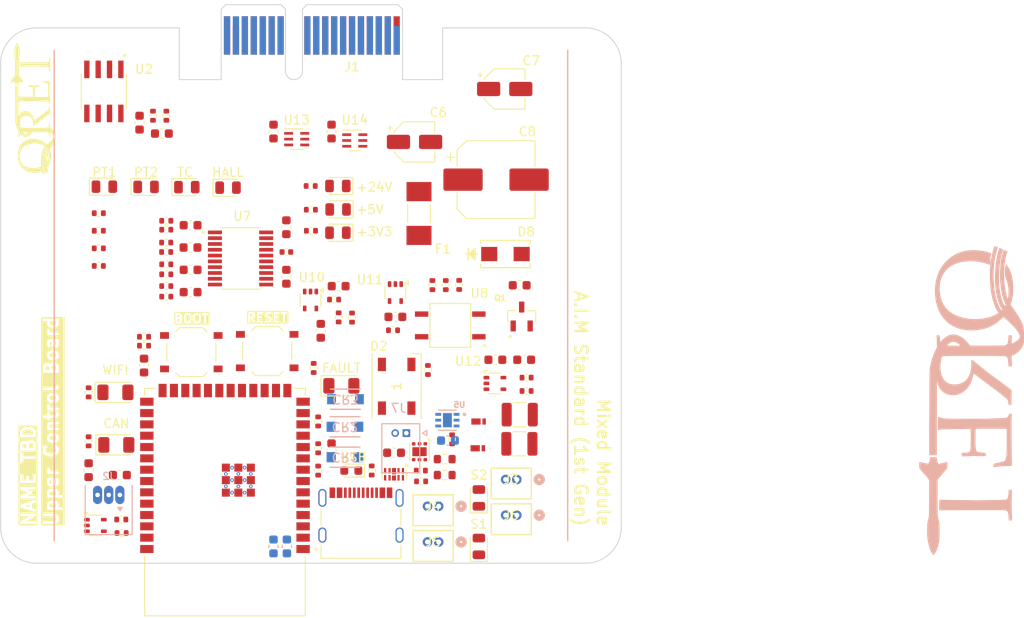
<source format=kicad_pcb>
(kicad_pcb (version 20240108) (generator "pcbnew") (generator_version "8.0")
  (layers (0 "F.Cu" signal) (1 "In1.Cu" power) (2 "In2.Cu" power) (31 "B.Cu" signal) (34 "B.Paste" user) (35 "F.Paste" user) (36 "B.SilkS" user "B.Silkscreen") (37 "F.SilkS" user "F.Silkscreen") (38 "B.Mask" user) (39 "F.Mask" user) (44 "Edge.Cuts" user))
  (net 0 "")
  (net 5 "GND")
  (net 6 "/ESP Breakout Cirucitry/ESP32_EN")
  (net 7 "/ESP Breakout Cirucitry/ESP32_IO0")
  (net 8 "+3V3")
  (net 9 "/Power Circuitry/3V3_BP")
  (net 10 "/Power Circuitry/3V3_USB")
  (net 11 "5V_USB")
  (net 12 "Net-(D1-K)")
  (net 13 "+5V")
  (net 15 "Net-(D2-DIN)")
  (net 16 "Net-(D6-A)")
  (net 17 "+24V")
  (net 19 "CAN_L")
  (net 21 "Net-(D3-A)")
  (net 24 "CAN_H")
  (net 25 "Net-(D4-A)")
  (net 26 "Net-(D5-A)")
  (net 28 "/ESP Breakout Cirucitry/USB_N")
  (net 29 "/ESP Breakout Cirucitry/USB_P")
  (net 30 "/ESP Breakout Cirucitry/USB_D+")
  (net 31 "/ESP Breakout Cirucitry/USB_D-")
  (net 32 "SOL2_RET")
  (net 33 "Net-(Q1-Pad1)")
  (net 34 "/ESP Breakout Cirucitry/GPIO_5")
  (net 35 "/ESP Breakout Cirucitry/GPIO_4")
  (net 36 "Net-(D14-A)")
  (net 37 "Net-(U6-FB)")
  (net 38 "Net-(C27-Pad2)")
  (net 39 "Net-(U2-VREF)")
  (net 40 "GPIO_7")
  (net 41 "/ESP Breakout Cirucitry/GPIO_21")
  (net 42 "GPIO_10")
  (net 43 "/ESP Breakout Cirucitry/GPIO_39")
  (net 44 "Net-(D15-A)")
  (net 45 "Net-(D16-A)")
  (net 46 "Net-(D17-A)")
  (net 47 "/ESP Breakout Cirucitry/GPIO_1")
  (net 48 "/ESP Breakout Cirucitry/GPIO_45")
  (net 49 "GPIO_13")
  (net 50 "/ESP Breakout Cirucitry/GPIO_47")
  (net 51 "/ESP Breakout Cirucitry/GPIO_35")
  (net 52 "/ESP Breakout Cirucitry/GPIO_37")
  (net 53 "/ESP Breakout Cirucitry/GPIO_41")
  (net 54 "GPIO_9")
  (net 55 "GPIO_14")
  (net 56 "/ESP Breakout Cirucitry/GPIO_42")
  (net 57 "/ESP Breakout Cirucitry/GPIO_3")
  (net 58 "GPIO_8")
  (net 59 "/ESP Breakout Cirucitry/RX_DO")
  (net 60 "/ESP Breakout Cirucitry/GPIO_36")
  (net 61 "GPIO_11")
  (net 62 "/ESP Breakout Cirucitry/TX_DO")
  (net 63 "/ESP Breakout Cirucitry/GPIO_46")
  (net 64 "/ESP Breakout Cirucitry/GPIO_40")
  (net 65 "GPIO_15")
  (net 66 "/ESP Breakout Cirucitry/GPIO_17")
  (net 67 "/ESP Breakout Cirucitry/GPIO_2")
  (net 73 "/ESP Breakout Cirucitry/GPIO_6")
  (net 75 "Net-(R22-Pad1)")
  (net 76 "SOL1_RET")
  (net 77 "Net-(U7-AIN1P)")
  (net 78 "Net-(U7-AIN0P)")
  (net 79 "/Sensor Circuitry/HALL_OUT")
  (net 80 "Net-(D7-A)")
  (net 81 "Net-(D9-A)")
  (net 82 "Net-(U7-CAP)")
  (net 84 "GPIO_12")
  (net 85 "+24V_BP")
  (net 88 "Net-(D12-K)")
  (net 89 "Net-(J2-Pad3)")
  (net 90 "GPIO_16")
  (net 91 "/ESP Breakout Cirucitry/GPIO_18")
  (net 92 "Net-(U7-AIN1N)")
  (net 93 "Net-(U7-AIN3N)")
  (net 94 "Net-(U7-AIN3P)")
  (net 95 "Net-(U7-AIN2N)")
  (net 96 "Net-(U7-AIN0N)")
  (net 97 "Net-(U7-AIN2P)")
  (net 98 "Net-(U9-+)")
  (net 99 "/Sensor Circuitry/PT1_OUT")
  (net 100 "Net-(J3-Pin_2)")
  (net 101 "Net-(J4-Pin_2)")
  (net 102 "/Sensor Circuitry/PT2_OUT")
  (net 103 "/Sensor Circuitry/TC_N")
  (net 104 "/Sensor Circuitry/TC_P")
  (net 105 "GPIO_38")
  (net 106 "GPIO_48")
  (net 107 "/Sensor Circuitry/VMID")
  (net 108 "Net-(U12-+)")
  (net 109 "Net-(D13-K)")
  (net 112 "Net-(J8-CC1)")
  (net 113 "Net-(J8-CC2)")
  (footprint "Resistor_SMD:R_0402_1005Metric" (layer "F.Cu") (at 111.5 102 180)
    (property "Reference" "R7" (hide yes))
    (property "Value" "20k")
  )
  (footprint "0679L0250-05:FUSC6125X279N" (layer "F.Cu") (at 142.295 87.185 -90)
    (property "Reference" "F1")
    (property "Value" "Fuse")
  )
  (footprint "Capacitor_SMD:CP_Elec_8x10.5" (layer "F.Cu") (at 150.925 83.39)
    (property "Reference" "C8")
    (property "Value" "100uF_50V")
  )
  (footprint "Resistor_SMD:R_0402_1005Metric" (layer "F.Cu") (at 105.295 107.23 90)
    (property "Reference" "R1" (hide yes))
    (property "Value" "330")
  )
  (footprint "ADS131M04IPWR:SOP65P640X120-20N" (layer "F.Cu") (at 122.31 92.225)
    (property "Reference" "U7")
    (property "Value" "ADC_ADS131M04IPWR")
  )
  (footprint "Resistor_SMD:R_0402_1005Metric" (layer "F.Cu") (at 106.435 87.15)
    (property "Reference" "R28" (hide yes))
    (property "Value" "330")
  )
  (footprint "Resistor_SMD:R_0402_1005Metric" (layer "F.Cu") (at 146 112.5 -90)
    (property "Reference" "R27" (hide yes))
    (property "Value" "4.7k")
  )
  (footprint "Capacitor_SMD:C_0603_1608Metric" (layer "F.Cu") (at 133.295 95.33 180)
    (property "Reference" "C17" (hide yes))
    (property "Value" "0.1uF")
  )
  (footprint "Resistor_SMD:R_1210_3225Metric" (layer "F.Cu") (at 153.5775 109.73)
    (property "Reference" "R21" (hide yes))
    (property "Value" "2.2k")
  )
  (footprint "Capacitor_SMD:C_0603_1608Metric" (layer "F.Cu") (at 150.845 103.58)
    (property "Reference" "C31" (hide yes))
    (property "Value" "0.1uF")
  )
  (footprint "BSS138:SOT95P240X111-3N" (layer "F.Cu") (at 153.795 98.73 90)
    (property "Reference" "Q1")
    (property "Value" "MOSFET_BSS138")
  )
  (footprint "Resistor_SMD:R_0402_1005Metric" (layer "F.Cu") (at 134.795 98.85 -90)
    (property "Reference" "R13" (hide yes))
    (property "Value" "100k")
  )
  (footprint "CONNS:CONN02_530470260_MOL" (layer "F.Cu") (at 144.5 124)
    (property "Reference" "J5")
    (property "Value" "SOL_CONN")
  )
  (footprint "Resistor_SMD:R_0402_1005Metric" (layer "F.Cu") (at 154.345 105.58)
    (property "Reference" "R44" (hide yes))
    (property "Value" "10k")
  )
  (footprint "Capacitor_SMD:C_0603_1608Metric" (layer "F.Cu") (at 131.295 100.33 90)
    (property "Reference" "C14" (hide yes))
    (property "Value" "10uF")
  )
  (footprint "LED_SMD:LED_0805_2012Metric" (layer "F.Cu") (at 149 119.0625 90)
    (property "Reference" "S2")
    (property "Value" "SOL2_LED")
  )
  (footprint "Capacitor_SMD:C_0603_1608Metric" (layer "F.Cu") (at 127.44 88.725 90)
    (property "Reference" "C23" (hide yes))
    (property "Value" "1uF")
  )
  (footprint "Capacitor_SMD:C_0603_1608Metric" (layer "F.Cu") (at 139.5 114)
    (property "Reference" "C11" (hide yes))
    (property "Value" "10uF")
  )
  (footprint "Resistor_SMD:R_0402_1005Metric" (layer "F.Cu") (at 112.5 76.225 90)
    (property "Reference" "R40" (hide yes))
    (property "Value" "60")
  )
  (footprint "LM66100:SC-70-6" (layer "F.Cu") (at 135.1 79)
    (property "Reference" "U14")
    (property "Value" "ID_LM66100DCKR" (hide yes))
  )
  (footprint "Resistor_SMD:R_0402_1005Metric" (layer "F.Cu") (at 154.345 107.08)
    (property "Reference" "R45" (hide yes))
    (property "Value" "10k")
  )
  (footprint "Capacitor_SMD:C_0603_1608Metric" (layer "F.Cu") (at 116.715 96)
    (property "Reference" "C24" (hide yes))
    (property "Value" "10 nF")
  )
  (footprint "LED_SMD:LED_1206_3216Metric" (layer "F.Cu") (at 108.295 107.23)
    (property "Reference" "WIFI")
    (property "Value" "WIFI_LED")
  )
  (footprint "Resistor_SMD:R_0402_1005Metric" (layer "F.Cu") (at 143.795 95.21 90)
    (property "Reference" "R23" (hide yes))
    (property "Value" "180")
  )
  (footprint "Button_Switch_SMD:SW_Push_1P1T_XKB_TS-1187A" (layer "F.Cu") (at 116.795 102.73)
    (property "Reference" "BOOT")
    (property "Value" "BOOT")
  )
  (footprint "Resistor_SMD:R_0402_1005Metric" (layer "F.Cu") (at 113.99 88)
    (property "Reference" "R32" (hide yes))
    (property "Value" "1k")
  )
  (footprint "Capacitor_SMD:C_0603_1608Metric" (layer "F.Cu") (at 116.705 91)
    (property "Reference" "C19" (hide yes))
    (property "Value" "10nF")
  )
  (footprint "Resistor_SMD:R_0402_1005Metric" (layer "F.Cu") (at 131 110.49 90)
    (property "Reference" "R42" (hide yes))
    (property "Value" "4.7k")
  )
  (footprint "Resistor_SMD:R_0402_1005Metric" (layer "F.Cu") (at 106.435 93.06)
    (property "Reference" "R31" (hide yes))
    (property "Value" "330")
  )
  (footprint "Resistor_SMD:R_0402_1005Metric" (layer "F.Cu") (at 133.295 98.83 -90)
    (property "Reference" "R14" (hide yes))
    (property "Value" "20k")
  )
  (footprint "LED_SMD:LED_1206_3216Metric" (layer "F.Cu") (at 108.395 113.12)
    (property "Reference" "CAN")
    (property "Value" "CAN_LED")
  )
  (footprint "Connector_PCBEdge:BUS_PCIexpress_x1" (layer "F.Cu") (at 139.795 67.23 180)
    (property "Reference" "J1")
    (property "Value" "Stack Male Edge Connector")
    (fp_line (start 19.65 2.95) (end 19.15 3.45) (stroke (width 0.1)) (layer "Edge.Cuts"))
    (fp_line (start 19.65 -4.95) (end 19.65 2.95) (stroke (width 0.1)) (layer "Edge.Cuts"))
    (fp_line (start 12.95 3.45) (end 19.15 3.45) (stroke (width 0.1)) (layer "Edge.Cuts"))
    (fp_line (start 12.45 2.95) (end 12.95 3.45) (stroke (width 0.1)) (layer "Edge.Cuts"))
    (fp_line (start 12.45 -4) (end 12.45 2.95) (stroke (width 0.1)) (layer "Edge.Cuts"))
    (fp_line (start 10.55 2.95) (end 10.05 3.45) (stroke (width 0.1)) (layer "Edge.Cuts"))
    (fp_line (start 10.55 -4) (end 10.55 2.95) (stroke (width 0.1)) (layer "Edge.Cuts"))
    (fp_line (start -0.15 3.45) (end 10.05 3.45) (stroke (width 0.1)) (layer "Edge.Cuts"))
    (fp_line (start -0.65 2.95) (end -0.15 3.45) (stroke (width 0.1)) (layer "Edge.Cuts"))
    (fp_line (start -0.65 -4.95) (end -0.65 2.95) (stroke (width 0.1)) (layer "Edge.Cuts"))
    (fp_arc (start 10.55 -4) (mid 11.5 -4.95) (end 12.45 -4) (stroke (width 0.1)) (layer "Edge.Cuts"))
  )
  (footprint "Resistor_SMD:R_0402_1005Metric" (layer "F.Cu") (at 111.5 101)
    (property "Reference" "R6" (hide yes))
    (property "Value" "10k")
  )
  (footprint "LED_SMD:LED_0805_2012Metric" (layer "F.Cu") (at 116.295 84.23)
    (property "Reference" "D16" (hide yes))
    (property "Value" "LED")
  )
  (footprint "Resistor_SMD:R_0402_1005Metric" (layer "F.Cu") (at 143.295 104.73 90)
    (property "Reference" "R2" (hide yes))
    (property "Value" "330")
  )
  (footprint "Resistor_SMD:R_0402_1005Metric" (layer "F.Cu") (at 113.99 89)
    (property "Reference" "R33" (hide yes))
    (property "Value" "1k")
  )
  (footprint "Resistor_SMD:R_0402_1005Metric" (layer "F.Cu") (at 146.795 95.19 90)
    (property "Reference" "R22" (hide yes))
    (property "Value" "340")
  )
  (footprint "Capacitor_SMD:C_0603_1608Metric" (layer "F.Cu") (at 132.5 78 90)
    (property "Reference" "C33" (hide yes))
    (property "Value" "1uF")
  )
  (footprint "Capacitor_SMD:C_0603_1608Metric" (layer "F.Cu") (at 111 77 90)
    (property "Reference" "C27" (hide yes))
    (property "Value" "0.1uF")
  )
  (footprint "Capacitor_SMD:C_0603_1608Metric" (layer "F.Cu") (at 111.5 104.225 90)
    (property "Reference" "C2" (hide yes))
    (property "Value" "0.1uF")
  )
  (footprint "D_FB_SDM4A:SDM4A40EP37B" (layer "F.Cu") (at 148.97 110.5 180)
    (property "Reference" "D10" (hide yes))
    (property "Value" "D_FB" (hide yes))
  )
  (footprint "CONNS:CONN02_530470260_MOL" (layer "F.Cu") (at 144.5 120)
    (property "Reference" "J4")
    (property "Value" "PT2")
  )
  (footprint "Capacitor_SMD:C_0603_1608Metric" (layer "F.Cu") (at 139.65 98.77)
    (property "Reference" "C26" (hide yes))
    (property "Value" "0.1uF")
  )
  (footprint "CONNS:CONN02_530470260_MOL" (layer "F.Cu") (at 153.25 117)
    (property "Reference" "J3")
    (property "Value" "PT1")
  )
  (footprint "Resistor_SMD:R_0402_1005Metric" (layer "F.Cu") (at 106.435 89.12)
    (property "Reference" "R29" (hide yes))
    (property "Value" "330")
  )
  (footprint "Resistor_SMD:R_0402_1005Metric" (layer "F.Cu") (at 130.5 104.5 -90)
    (property "Reference" "R4" (hide yes))
    (property "Value" "330")
  )
  (footprint "Package_SON:WSON-6-1EP_2x2mm_P0.65mm_EP1x1.6mm" (layer "F.Cu") (at 142.35 113.8875 -90)
    (property "Reference" "U6" (hide yes))
    (property "Value" "TLV75801PDRV")
  )
  (footprint "Package_TO_SOT_SMD:SOT-353_SC-70-5" (layer "F.Cu") (at 106.05 122.15)
    (property "Reference" "U9" (hide yes))
    (property "Value" "OA-TLV9001IDCK")
  )
  (footprint "Resistor_SMD:R_0402_1005Metric" (layer "F.Cu") (at 130.195 89.12)
    (property "Reference" "R10" (hide yes))
    (property "Value" "3k")
  )
  (footprint "LED_SMD:LED_1206_3216Metric" (layer "F.Cu") (at 133.6 106.5)
    (property "Reference" "FAULT")
    (property "Value" "FAULT_LED")
  )
  (footprint "Resistor_SMD:R_0402_1005Metric" (layer "F.Cu") (at 113.98 90.44)
    (property "Reference" "R34" (hide yes))
    (property "Value" "1k")
  )
  (footprint "Package_DFN_QFN:Diodes_UDFN-10_1.0x2.5mm_P0.5mm" (layer "F.Cu") (at 139.5 116.4125 -90)
    (property "Reference" "U3" (hide yes))
    (property "Value" "PD_D3V3XA4B10LP")
  )
  (footprint "Button_Switch_SMD:SW_Push_1P1T_XKB_TS-1187A" (layer "F.Cu") (at 125.295 102.605)
    (property "Reference" "RESET")
    (property "Value" "Reset")
  )
  (footprint "Resistor_SMD:R_0402_1005Metric" (layer "F.Cu") (at 108.95 121.48)
    (property "Reference" "R16" (hide yes))
    (property "Value" "1.2k")
  )
  (footprint "SN65HVD230DR:SOIC127P599X175-8N" (layer "F.Cu") (at 107 73.5 -90)
    (property "Reference" "U2")
    (property "Value" "CAN_TRX_SN65HVD230DR")
  )
  (footprint "Capacitor_SMD:C_0603_1608Metric" (layer "F.Cu") (at 154.07 103.58)
    (property "Reference" "C30" (hide yes))
    (property "Value" "0.1uF")
  )
  (footprint "Resistor_SMD:R_0402_1005Metric" (layer "F.Cu") (at 113.99 92.88)
    (property "Reference" "R36" (hide yes))
    (property "Value" "1k")
  )
  (footprint "Capacitor_SMD:C_0603_1608Metric" (layer "F.Cu") (at 116.715 93.5)
    (property "Reference" "C20" (hide yes))
    (property "Value" "10nF" (hide yes))
  )
  (footprint "Resistor_SMD:R_0402_1005Metric" (layer "F.Cu") (at 108.99 123)
    (property "Reference" "R17" (hide yes))
    (property "Value" "10k")
  )
  (footprint "Resistor_SMD:R_0402_1005Metric" (layer "F.Cu") (at 131 116 90)
    (property "Reference" "R43" (hide yes))
    (property "Value" "4.7k")
  )
  (footprint "Resistor_SMD:R_0402_1005Metric" (layer "F.Cu") (at 113.98 91.5)
    (property "Reference" "R35" (hide yes))
    (property "Value" "1k")
  )
  (footprint "LED_SMD:LED_0805_2012Metric" (layer "F.Cu") (at 133.2125 89.34 180)
    (property "Reference" "D3" (hide yes))
    (property "Value" "LED")
  )
  (footprint "Resistor_SMD:R_0402_1005Metric" (layer "F.Cu") (at 130.185 86.76)
    (property "Reference" "R9" (hide yes))
    (property "Value" "500")
  )
  (footprint "Capacitor_SMD:CP_Elec_4x5.4" (layer "F.Cu") (at 151.895 73.23)
    (property "Reference" "C7")
    (property "Value" "22uF_16V")
  )
  (footprint "CONNS:CONN02_530470260_MOL" (layer "F.Cu") (at 153.25 121)
    (property "Reference" "J6")
    (property "Value" "SOL2_CONN")
  )
  (footprint "Resistor_SMD:R_0603_1608Metric" (layer "F.Cu") (at 145.175 114.715)
    (property "Reference" "R46" (hide yes))
    (property "Value" "1M")
  )
  (footprint "Resistor_SMD:R_0402_1005Metric" (layer "F.Cu") (at 132.785 96.83 180)
    (property "Reference" "R18" (hide yes))
    (property "Value" "165")
  )
  (footprint "Resistor_SMD:R_0402_1005Metric" (layer "F.Cu") (at 131 113.5 -90)
    (property "Reference" "R3" (hide yes))
    (property "Value" "10k")
  )
  (footprint "Capacitor_SMD:C_0603_1608Metric" (layer "F.Cu") (at 116.715 88.5)
    (property "Reference" "C18" (hide yes))
    (property "Value" "10nF")
  )
  (footprint "Capacitor_SMD:C_0603_1608Metric" (layer "F.Cu") (at 132.5 113.725 90)
    (property "Reference" "C1" (hide yes))
    (property "Value" "0.1uF")
  )
  (footprint "LED_SMD:LED_0805_2012Metric" (layer "F.Cu") (at 111.7275 84.2)
    (property "Reference" "D15" (hide yes))
    (property "Value" "LED")
  )
  (footprint "Package_TO_SOT_SMD:SOT-353_SC-70-5" (layer "F.Cu") (at 139.65 96.05 -90)
    (property "Reference" "U11")
    (property "Value" "OA-TLV9001IDCK" (hide yes))
  )
  (footprint "ESP32-S3-WROOM-1-N16R2:XCVR_ESP32-S3-WROOM-1-N16R2" (layer "F.Cu") (at 120.565 119.53 180)
    (property "Reference" "U1" (hide yes))
    (property "Value" "ESP32-S3-WROOM-1-N16R2")
  )
  (footprint "Capacitor_SMD:C_0603_1608Metric" (layer "F.Cu") (at 127.44 94.275 90)
    (property "Reference" "C22" (hide yes))
    (property "Value" "1uF")
  )
  (footprint "Resistor_SMD:R_0402_1005Metric" (layer "F.Cu") (at 142.5 116 180)
    (property "Reference" "R49" (hide yes))
    (property "Value" "5.1k")
  )
  (footprint "Resistor_SMD:R_0402_1005Metric" (layer "F.Cu") (at 106.435 91.09)
    (property "Reference" "R30" (hide yes))
    (property "Value" "330")
  )
  (footprint "Package_TO_SOT_SMD:SOT-353_SC-70-5" (layer "F.Cu") (at 150.795 106.23)
    (property "Reference" "U12")
    (property "Value" "OA-TLV9001IDCK")
  )
  (footprint "USBC-CONN:USB_C_DB-108PWB" (layer "F.Cu") (at 135.795 120.99)
    (property "Reference" "J8" (hide yes))
    (property "Value" "USB_C_Female_USB2_Small")
  )
  (footprint "LED_SMD:LED_0805_2012Metric" (layer "F.Cu") (at 120.9075 84.29)
    (property "Reference" "D17" (hide yes))
    (property "Value" "LED")
  )
  (footprint "Resistor_SMD:R_0402_1005Metric" (layer "F.Cu") (at 139.385 100.27 180)
    (property "Reference" "R19" (hide yes))
    (property "Value" "165")
  )
  (footprint "Resistor_SMD:R_0402_1005Metric" (layer "F.Cu") (at 113.99 95.32)
    (property "Reference" "R38" (hide yes))
    (property "Value" "1k")
  )
  (footprint "LED_SMD:LED_0805_2012Metric" (layer "F.Cu") (at 133.2325 86.73 180)
    (property "Reference" "D4" (hide yes))
    (property "Value" "LED" (hide yes))
  )
  (footprint "LED_SMD:LED_0805_2012Metric" (layer "F.Cu") (at 107.0575 84.18)
    (property "Reference" "D14" (hide yes))
    (property "Value" "LED")
  )
  (footprint "LED_SMD:LED_0805_2012Metric" (layer "F.Cu") (at 133.21 84.1 180)
    (property "Reference" "D5" (hide yes))
    (property "Value" "LED")
  )
  (footprint "LED_SMD:LED_0805_2012Metric" (layer "F.Cu") (at 149 124.5 90)
    (property "Reference" "S1")
    (property "Value" "SOL1_LED")
  )
  (footprint "Package_TO_SOT_SMD:SOT-353_SC-70-5" (layer "F.Cu") (at 130.145 96.88 -90)
    (property "Reference" "U10")
    (property "Value" "OA-TLV9001IDCK" (hide yes))
  )
  (footprint "Resistor_SMD:R_0402_1005Metric" (layer "F.Cu") (at 130.165 84.1)
    (property "Reference" "R8" (hide yes))
    (property "Value" "330")
  )
  (footprint "LM66100:SC-70-6" (layer "F.Cu") (at 128.6 78.85)
    (property "Reference" "U13")
    (property "Value" "ID_LM66100DCKR" (hide yes))
  )
  (footprint "Resistor_SMD:R_0402_1005Metric" (layer "F.Cu") (at 142.5275 117.21 180)
    (property "Reference" "R48" (hide yes))
    (property "Value" "5.1k")
  )
  (footprint "Resistor_SMD:R_0603_1608Metric" (layer "F.Cu") (at 145.175 116.5)
    (property "Reference" "R47" (hide yes))
    (property "Value" "1M")
  )
  (footprint "Capacitor_SMD:C_0402_1005Metric" (layer "F.Cu") (at 127.44 91.5)
    (property "Reference" "C25" (hide yes))
    (property "Value" "220 nF" (hide yes))
  )
  (footprint "LED_SMD:LED_0603_1608Metric" (layer "F.Cu") (at 134.7125 116 180)
    (property "Reference" "USB")
    (property "Value" "USB_LED")
  )
  (footprint "Resistor_SMD:R_0402_1005Metric" (layer "F.Cu") (at 105.295 112.72 90)
    (property "Reference" "R26" (hide yes))
    (property "Value" "330")
  )
  (footprint "SMA6L30A:SMASeries_LTF-L" (layer "F.Cu") (at 151.9789 91.73)
    (property "Reference" "D8")
    (property "Value" "D_TVS")
  )
  (footprint "Resistor_SMD:R_0402_1005Metric" (layer "F.Cu") (at 145.295 95.21 90)
    (property "Reference" "R24" (hide yes))
    (property "Value" "100k")
  )
  (footprint "Capacitor_SMD:C_0603_1608Metric" (layer "F.Cu") (at 153.57 95.23)
    (property "Reference" "C21" (hide yes))
    (property "Value" "0.1uF")
  )
  (footprint "Capacitor_SMD:C_0603_1608Metric" (layer "F.Cu") (at 105.295 115.955 -90)
    (property "Reference" "C15" (hide yes))
    (property "Value" "0.1uF_12V")
  )
  (footprint "Resistor_SMD:R_0402_1005Metric" (layer "F.Cu") (at 113.99 94)
    (property "Reference" "R37" (hide yes))
    (property "Value" "1k")
  )
  (footprint "Resistor_SMD:R_0402_1005Metric" (layer "F.Cu") (at 113.99 96.5)
    (property "Reference" "R39" (hide yes))
    (property "Value" "1k")
  )
  (footprint "Capacitor_SMD:C_0603_1608Metric" (layer "F.Cu") (at 126 78 90)
    (property "Reference" "C32" (hide yes))
    (property "Value" "1uF")
  )
  (footprint "D_FB_SDM4A:SDM4A40EP37B" (layer "F.Cu") (at 148.882 113.5 180)
    (property "Reference" "D11" (hide yes))
    (property "Value" "D_FB" (hide yes))
  )
  (footprint "Resistor_SMD:R_0402_1005Metric" (layer "F.Cu") (at 114 76.225 90)
    (property "Reference" "R41" (hide yes))
    (property "Value" "60")
  )
  (footprint "Resistor_SMD:R_0402_1005Metric" (layer "F.Cu") (at 137 115.99 -90)
    (property "Reference" "R15" (hide yes))
    (property "Value" "220")
  )
  (footprint "Resistor_SMD:R_1210_3225Metric" (layer "F.Cu") (at 153.5375 113 180)
    (property "Reference" "R20" (hide yes))
    (property "Value" "2.2k")
  )
  (footprint "VO1400AEFTR:SOIC254P695X242-4N" (layer "F.Cu") (at 145.795 99.73 180)
    (property "Reference" "U8")
    (property "Value" "SSR_VO1400AEFTR")
  )
  (footprint "LED_SMD:LED_WS2812B_PLCC4_5.0x5.0mm_P3.2mm" (layer "F.Cu") (at 139.795 106.55 90)
    (property "Reference" "D2")
    (property "Value" "SYS_LED_WS2812B")
  )
  (footprint "Capacitor_SMD:CP_Elec_4x5.4" (layer "F.Cu") (at 141.795 79.16)
    (property "Reference" "C6")
    (property "Value" "22uF_12V")
  )
  (footprint "Capacitor_SMD:C_0603_1608Metric" (layer "F.Cu") (at 108.795 116.5)
    (property "Reference" "C16" (hide yes))
    (property "Value" "0.1uF")
  )
  (footprint "Capacitor_SMD:C_0603_1608Metric" (layer "F.Cu") (at 113.5 78.225 180)
    (property "Reference" "C28" (hide yes))
    (property "Value" "10nF")
  )
  (footprint "SMF5_0CA:SOD-123F_LTF-L" (layer "B.Cu") (at 134 111.087)
    (property "Reference" "CR2")
    (property "Value" "D_TVS" (hide yes))
  )
  (footprint "Capacitor_SMD:C_0603_1608Metric" (layer "B.Cu") (at 145.535 112.635 180)
    (property "Reference" "C29" (hide yes))
    (property "Value" "0.1uF")
  )
  (footprint "Capacitor_SMD:C_0603_1608Metric" (layer "B.Cu") (at 127.5 124.5 90)
    (property "Reference" "C5" (hide yes))
    (property "Value" "10uF")
  )
  (footprint "SMF5_0CA:SOD-123F_LTF-L" (layer "B.Cu") (at 134 114.5)
    (property "Reference" "CR1")
    (property "Value" "D_TVS" (hide yes))
  )
  (footprint "530480210:MOLEX_530480210" (layer "B.Cu") (at 140.88 111.8 180)
    (property "Reference" "J7")
    (property "Value" "TC")
  )
  (footprint "SMF5_0CA:SOD-123F_LTF-L" (layer "B.Cu") (at 134.0621 108)
    (property "Reference" "CR3")
    (property "Value" "D_TVS")
  )
  (footprint "53048-0310:53048-0310" (layer "B.Cu") (at 107.545 118.73 180)
    (property "Reference" "J2")
    (property "Value" "HAL_SENS")
  )
  (footprint "Capacitor_SMD:C_0603_1608Metric" (layer "B.Cu") (at 126 124.5 -90)
    (property "Reference" "C3" (hide yes))
    (property "Value" "0.1uF")
  )
  (footprint "TMP117MAIDRVR:SON65P200X200X80-7N" (layer "B.Cu") (at 145.475 110.35 180)
    (property "Reference" "U5")
    (property "Value" "TMP117MAIDRVR")
  )
  (gr_line (start 158.945 68.88) (end 158.945 123.88) (stroke (width 0.15)) (layer "B.SilkS"))
  (gr_poly (pts (xy 198.319057 115.458095) (xy 198.319615 115.522525) (xy 198.320504 115.581894) (xy 198.321689 115.634728) (xy 198.323137 115.679562) (xy 198.32482 115.714919) (xy 198.326699 115.73933) (xy 198.327702 115.746971) (xy 198.328745 115.751324) (xy 198.34082 115.7681) (xy 198.372423 115.807215) (xy 198.485552 115.942353) (xy 198.650808 116.13649) (xy 198.850854 116.369387) (xy 199.053238 116.604779) (xy 199.223212 116.805775) (xy 199.290545 116.886762) (xy 199.34318 116.951209) (xy 199.37891 116.996475) (xy 199.389749 117.011088) (xy 199.395544 117.019911) (xy 199.426588 117.076356) (xy 199.422354 118.974301) (xy 199.420106 119.749001) (xy 199.416005 120.374475) (xy 199.410844 120.804689) (xy 199.408116 120.932185) (xy 199.405422 120.993602) (xy 199.392744 121.073505) (xy 199.369616 121.199976) (xy 199.339341 121.355551) (xy 199.305233 121.522767) (xy 199.219154 121.930577) (xy 199.205043 122.509133) (xy 199.199046 122.820307) (xy 199.197999 122.935653) (xy 199.19834 123.032128) (xy 199.200138 123.115706) (xy 199.203455 123.192355) (xy 199.20836 123.268044) (xy 199.214921 123.348746) (xy 199.239028 123.573221) (xy 199.271519 123.801271) (xy 199.311386 124.028394) (xy 199.357621 124.250091) (xy 199.409211 124.461869) (xy 199.465152 124.659226) (xy 199.494435 124.75109) (xy 199.524432 124.837665) (xy 199.55501 124.918387) (xy 199.586043 124.99269) (xy 199.605981 125.037065) (xy 199.627008 125.081066) (xy 199.64889 125.124349) (xy 199.671392 125.166566) (xy 199.694285 125.207379) (xy 199.717334 125.246441) (xy 199.740305 125.283414) (xy 199.762961 125.317952) (xy 199.785073 125.34971) (xy 199.806406 125.378347) (xy 199.826724 125.403519) (xy 199.845798 125.424885) (xy 199.854794 125.434035) (xy 199.863389 125.442102) (xy 199.871561 125.449046) (xy 199.879272 125.454823) (xy 199.886494 125.459391) (xy 199.893203 125.462707) (xy 199.899365 125.464729) (xy 199.904956 125.465411) (xy 199.913411 125.465138) (xy 199.921421 125.464212) (xy 199.929129 125.462481) (xy 199.936682 125.45979) (xy 199.944227 125.45598) (xy 199.951911 125.450901) (xy 199.95988 125.444395) (xy 199.968278 125.436307) (xy 199.977258 125.426482) (xy 199.986961 125.414767) (xy 199.997539 125.401007) (xy 200.009135 125.385044) (xy 200.035969 125.345894) (xy 200.068643 125.296078) (xy 200.10917 125.232285) (xy 200.147715 125.16778) (xy 200.184351 125.102388) (xy 200.219146 125.035927) (xy 200.252175 124.968217) (xy 200.283502 124.899078) (xy 200.3132 124.828333) (xy 200.341342 124.7558) (xy 200.367992 124.681298) (xy 200.393226 124.604649) (xy 200.417113 124.525671) (xy 200.439721 124.444186) (xy 200.461122 124.360015) (xy 200.481388 124.272975) (xy 200.518788 124.089578) (xy 200.546134 123.936003) (xy 200.567162 123.794944) (xy 200.582437 123.655375) (xy 200.592518 123.506262) (xy 200.59797 123.336578) (xy 200.599355 123.135293) (xy 200.597231 122.891378) (xy 200.592166 122.5938) (xy 200.579468 121.888243) (xy 200.493388 121.50301) (xy 200.459299 121.345078) (xy 200.429181 121.199447) (xy 200.406473 121.082124) (xy 200.398971 121.039084) (xy 200.394611 121.009122) (xy 200.388569 120.826452) (xy 200.383322 120.402875) (xy 200.376267 118.995467) (xy 200.372032 117.090467) (xy 200.408723 117.012856) (xy 200.424756 116.986105) (xy 200.45392 116.944902) (xy 200.49638 116.889082) (xy 200.552302 116.818475) (xy 200.705188 116.632252) (xy 200.913899 116.384914) (xy 201.099725 116.166564) (xy 201.258563 115.977983) (xy 201.373481 115.839407) (xy 201.409179 115.795197) (xy 201.427543 115.771078) (xy 201.472699 115.707578) (xy 201.479755 115.411244) (xy 201.480923 115.356426) (xy 201.481754 115.30713) (xy 201.482217 115.263061) (xy 201.48227 115.223921) (xy 201.481874 115.189409) (xy 201.481497 115.173796) (xy 201.480995 115.159231) (xy 201.480363 115.145672) (xy 201.479593 115.133087) (xy 201.478688 115.121435) (xy 201.477639 115.11068) (xy 201.476439 115.100785) (xy 201.475085 115.091712) (xy 201.473574 115.083427) (xy 201.4719 115.075886) (xy 201.470059 115.069061) (xy 201.468045 115.062906) (xy 201.465854 115.05739) (xy 201.463483 115.052472) (xy 201.460926 115.048115) (xy 201.458177 115.044286) (xy 201.455233 115.040942) (xy 201.45209 115.038049) (xy 201.44874 115.035573) (xy 201.445183 115.033471) (xy 201.44141 115.031708) (xy 201.437422 115.030245) (xy 201.422999 115.03103) (xy 201.391627 115.036267) (xy 201.285904 115.05829) (xy 201.135995 115.092752) (xy 200.957644 115.136079) (xy 200.865836 115.158626) (xy 200.77907 115.179404) (xy 200.699354 115.197967) (xy 200.628679 115.213866) (xy 200.56905 115.226658) (xy 200.522469 115.235893) (xy 200.490939 115.241125) (xy 200.481439 115.242104) (xy 200.476455 115.24191) (xy 200.467894 115.238123) (xy 200.459628 115.232458) (xy 200.451591 115.224715) (xy 200.443712 115.214704) (xy 200.435924 115.202228) (xy 200.42816 115.187092) (xy 200.420349 115.169107) (xy 200.412426 115.148075) (xy 200.40432 115.1238) (xy 200.395962 115.096088) (xy 200.378227 115.029584) (xy 200.358672 114.947007) (xy 200.336755 114.8468) (xy 200.32404 114.789468) (xy 200.311486 114.73475) (xy 200.299398 114.683932) (xy 200.288072 114.638308) (xy 200.277802 114.599167) (xy 200.268888 114.567798) (xy 200.265034 114.55543) (xy 200.261629 114.545491) (xy 200.258713 114.538137) (xy 200.25632 114.533534) (xy 200.249492 114.522821) (xy 200.24535 114.518487) (xy 200.240048 114.514771) (xy 200.233077 114.511623) (xy 200.223927 114.509003) (xy 200.212087 114.506855) (xy 200.197053 114.505135) (xy 200.155365 114.50279) (xy 200.094795 114.501585) (xy 199.90072 114.501078) (xy 199.806266 114.501294) (xy 199.766017 114.50158) (xy 199.730087 114.502004) (xy 199.698233 114.502576) (xy 199.670212 114.503309) (xy 199.645772 114.504219) (xy 199.624673 114.505311) (xy 199.606663 114.506603) (xy 199.591503 114.508106) (xy 199.578941 114.509832) (xy 199.573559 114.510783) (xy 199.568734 114.511793) (xy 199.564438 114.512868) (xy 199.560638 114.514004) (xy 199.557301 114.515205) (xy 199.554402 114.516472) (xy 199.551906 114.51781) (xy 199.549781 114.519215) (xy 199.548001 114.520694) (xy 199.546532 114.522246) (xy 199.542092 114.532347) (xy 199.535353 114.553335) (xy 199.526662 114.58391) (xy 199.516368 114.622787) (xy 199.492359 114.720286) (xy 199.4661 114.83551) (xy 199.45445 114.889213) (xy 199.443754 114.937313) (xy 199.433866 114.980157) (xy 199.424648 115.018097) (xy 199.415959 115.051479) (xy 199.411769 115.066572) (xy 199.407658 115.080656) (xy 199.40361 115.093776) (xy 199.399607 115.105977) (xy 199.395631 115.117301) (xy 199.391662 115.127787) (xy 199.387688 115.137488) (xy 199.383684 115.14644) (xy 199.37964 115.154693) (xy 199.375535 115.162286) (xy 199.371351 115.169265) (xy 199.36707 115.17567) (xy 199.362674 115.18155) (xy 199.358147 115.186945) (xy 199.353474 115.1919) (xy 199.348633 115.196457) (xy 199.343608 115.200664) (xy 199.338381 115.204559) (xy 199.332936 115.208188) (xy 199.327253 115.211598) (xy 199.321319 115.214828) (xy 199.315111 115.217923) (xy 199.300668 115.222958) (xy 199.291769 115.224349) (xy 199.281068 115.224869) (xy 199.252206 115.222908) (xy 199.209983 115.216337) (xy 199.150295 115.204405) (xy 199.069047 115.186372) (xy 198.825453 115.129021) (xy 198.703729 115.100252) (xy 198.603868 115.077187) (xy 198.523781 115.059446) (xy 198.490502 115.052453) (xy 198.461387 115.04665) (xy 198.436176 115.041987) (xy 198.414608 115.038417) (xy 198.396419 115.035892) (xy 198.381351 115.034369) (xy 198.369146 115.033796) (xy 198.35954 115.034124) (xy 198.355631 115.034611) (xy 198.352275 115.035308) (xy 198.349438 115.036206) (xy 198.347087 115.037302) (xy 198.342353 115.040038) (xy 198.338179 115.043259) (xy 198.334528 115.047407) (xy 198.331368 115.052932) (xy 198.328661 115.060289) (xy 198.326377 115.069918) (xy 198.324474 115.082274) (xy 198.322923 115.097803) (xy 198.320726 115.140169) (xy 198.319504 115.200614) (xy 198.318865 115.390077)) (fill solid) (layer "B.SilkS"))
  (gr_poly (pts (xy 200.549289 120.220561) (xy 200.54941 120.243607) (xy 200.549605 120.264697) (xy 200.549882 120.283924) (xy 200.550245 120.301391) (xy 200.550698 120.317195) (xy 200.551244 120.331438) (xy 200.55189 120.344216) (xy 200.552639 120.355632) (xy 200.553496 120.365779) (xy 200.554469 120.374763) (xy 200.555557 120.382681) (xy 200.556768 120.38963) (xy 200.558107 120.39571) (xy 200.558826 120.398457) (xy 200.559576 120.401023) (xy 200.560362 120.403423) (xy 200.561185 120.405668) (xy 200.56204 120.407768) (xy 200.562932 120.409739) (xy 200.56386 120.411591) (xy 200.564828 120.413338) (xy 200.566871 120.416567) (xy 200.569071 120.419523) (xy 200.571429 120.422305) (xy 200.573952 120.425013) (xy 200.576642 120.427745) (xy 200.587834 120.43751) (xy 200.594838 120.441429) (xy 200.603983 120.444747) (xy 200.616172 120.447492) (xy 200.632306 120.449699) (xy 200.680007 120.452617) (xy 200.7543 120.453748) (xy 200.862394 120.453344) (xy 201.208822 120.448914) (xy 204.827088 120.433039) (xy 207.625144 120.440445) (xy 207.697329 120.445177) (xy 207.763295 120.450448) (xy 207.823365 120.456367) (xy 207.877866 120.463045) (xy 207.903128 120.466703) (xy 207.927124 120.470594) (xy 207.94989 120.474725) (xy 207.971468 120.479116) (xy 207.991897 120.48378) (xy 208.011222 120.488727) (xy 208.02948 120.493976) (xy 208.046713 120.499535) (xy 208.062963 120.505424) (xy 208.078268 120.511652) (xy 208.092673 120.518233) (xy 208.106217 120.525182) (xy 208.11894 120.53251) (xy 208.130881 120.540237) (xy 208.142085 120.548372) (xy 208.152591 120.556927) (xy 208.16244 120.565922) (xy 208.171672 120.575363) (xy 208.180326 120.585269) (xy 208.188446 120.595654) (xy 208.196075 120.606527) (xy 208.203248 120.617907) (xy 208.210008 120.629805) (xy 208.216399 120.642231) (xy 208.228284 120.668972) (xy 208.239587 120.699312) (xy 208.25028 120.73305) (xy 208.260342 120.769983) (xy 208.26975 120.80991) (xy 208.278485 120.852627) (xy 208.293834 120.945623) (xy 208.306206 121.047351) (xy 208.315419 121.156187) (xy 208.321293 121.270515) (xy 208.323643 121.388712) (xy 208.323697 121.409607) (xy 208.323879 121.428469) (xy 208.324211 121.445449) (xy 208.324724 121.460701) (xy 208.325442 121.474374) (xy 208.326397 121.486617) (xy 208.327609 121.497582) (xy 208.329111 121.507422) (xy 208.329979 121.511968) (xy 208.330928 121.516286) (xy 208.331961 121.5204) (xy 208.333082 121.524326) (xy 208.334299 121.528083) (xy 208.335609 121.53169) (xy 208.337017 121.535166) (xy 208.338526 121.538532) (xy 208.340143 121.541806) (xy 208.341867 121.545003) (xy 208.343704 121.548145) (xy 208.345656 121.551253) (xy 208.349921 121.557431) (xy 208.354688 121.563691) (xy 208.364815 121.576254) (xy 208.369515 121.581317) (xy 208.374312 121.585627) (xy 208.379456 121.589236) (xy 208.3852 121.592189) (xy 208.391792 121.594535) (xy 208.399491 121.596321) (xy 208.408545 121.597594) (xy 208.419209 121.598403) (xy 208.43173 121.598793) (xy 208.446367 121.598814) (xy 208.482984 121.597934) (xy 208.531077 121.596147) (xy 208.553693 121.595347) (xy 208.57402 121.594512) (xy 208.592216 121.593606) (xy 208.608446 121.592596) (xy 208.622862 121.591444) (xy 208.635631 121.590117) (xy 208.641443 121.589376) (xy 208.646902 121.588579) (xy 208.652029 121.587722) (xy 208.656843 121.586794) (xy 208.661363 121.585799) (xy 208.665607 121.584731) (xy 208.669601 121.583581) (xy 208.67336 121.582349) (xy 208.676905 121.581029) (xy 208.680254 121.579616) (xy 208.683431 121.578108) (xy 208.686454 121.576499) (xy 208.689342 121.574783) (xy 208.692116 121.572956) (xy 208.694792 121.571018) (xy 208.697397 121.56896) (xy 208.699947 121.566779) (xy 208.702462 121.564471) (xy 208.707467 121.559454) (xy 208.712692 121.554157) (xy 208.717274 121.549284) (xy 208.721222 121.544694) (xy 208.724554 121.54025) (xy 208.727281 121.535817) (xy 208.729419 121.531254) (xy 208.730982 121.526419) (xy 208.731984 121.521179) (xy 208.732442 121.515393) (xy 208.732367 121.508924) (xy 208.731776 121.501631) (xy 208.730682 121.493377) (xy 208.729103 121.484021) (xy 208.727049 121.473431) (xy 208.721578 121.44798) (xy 208.710434 121.336982) (xy 208.699638 121.126997) (xy 208.681537 120.519469) (xy 208.672166 119.844205) (xy 208.672284 119.549554) (xy 208.676421 119.320025) (xy 208.687005 118.916798) (xy 208.691107 118.712805) (xy 208.693356 118.541091) (xy 208.695322 118.400166) (xy 208.695729 118.34398) (xy 208.69534 118.29635) (xy 208.69384 118.256561) (xy 208.69258 118.23938) (xy 208.690924 118.223889) (xy 208.688837 118.209998) (xy 208.686277 118.197617) (xy 208.683211 118.186656) (xy 208.679597 118.177024) (xy 208.675396 118.168634) (xy 208.670566 118.161393) (xy 208.665074 118.155212) (xy 208.658877 118.150004) (xy 208.651939 118.145677) (xy 208.644218 118.142137) (xy 208.635679 118.1393) (xy 208.626283 118.137073) (xy 208.615989 118.135367) (xy 208.604759 118.13409) (xy 208.579335 118.132475) (xy 208.515554 118.130459) (xy 208.494261 118.129504) (xy 208.475243 118.128768) (xy 208.458337 118.128276) (xy 208.443368 118.128054) (xy 208.430166 118.128118) (xy 208.42418 118.128267) (xy 208.41857 118.128496) (xy 208.413315 118.12881) (xy 208.4084 118.12921) (xy 208.403798 118.129697) (xy 208.39949 118.130279) (xy 208.395455 118.130957) (xy 208.391673 118.131731) (xy 208.388122 118.132604) (xy 208.384778 118.133582) (xy 208.381623 118.134671) (xy 208.378638 118.135863) (xy 208.375793 118.13717) (xy 208.373076 118.138592) (xy 208.370463 118.140132) (xy 208.36793 118.141791) (xy 208.365458 118.143574) (xy 208.363028 118.145487) (xy 208.360616 118.147523) (xy 208.3582 118.149695) (xy 208.353278 118.154445) (xy 208.34899 118.158942) (xy 208.345118 118.163501) (xy 208.341635 118.168216) (xy 208.338527 118.173186) (xy 208.335773 118.178503) (xy 208.333357 118.184259) (xy 208.331261 118.190555) (xy 208.329466 118.197484) (xy 208.327948 118.20514) (xy 208.326694 118.213618) (xy 208.325684 118.223015) (xy 208.324901 118.233422) (xy 208.324323 118.244942) (xy 208.323933 118.25766) (xy 208.323643 118.287088) (xy 208.322506 118.350704) (xy 208.319301 118.424804) (xy 208.314341 118.505718) (xy 208.307946 118.589773) (xy 208.300422 118.673298) (xy 208.292093 118.752624) (xy 208.283265 118.824078) (xy 208.274256 118.883988) (xy 208.266618 118.922633) (xy 208.257947 118.958726) (xy 208.248164 118.992358) (xy 208.237192 119.023623) (xy 208.231235 119.038398) (xy 208.224955 119.052614) (xy 208.218336 119.066287) (xy 208.211373 119.079427) (xy 208.204059 119.092043) (xy 208.196378 119.104149) (xy 208.188325 119.115757) (xy 208.179885 119.126878) (xy 208.171056 119.137522) (xy 208.161824 119.147704) (xy 208.152179 119.157433) (xy 208.142114 119.166721) (xy 208.13162 119.175583) (xy 208.120683 119.184024) (xy 208.109295 119.192061) (xy 208.097447 119.199704) (xy 208.085131 119.206964) (xy 208.072337 119.213854) (xy 208.059053 119.220385) (xy 208.045271 119.226568) (xy 208.016178 119.237936) (xy 207.984979 119.248056) (xy 207.92573 119.259202) (xy 207.830351 119.269244) (xy 207.70332 119.277997) (xy 207.54912 119.285273) (xy 207.372232 119.2909) (xy 207.177139 119.294689) (xy 206.750255 119.296036) (xy 206.507301 119.295682) (xy 206.190926 119.298503) (xy 205.842007 119.303972) (xy 205.501422 119.311556) (xy 205.088495 119.321145) (xy 204.766586 119.324784) (xy 204.482247 119.322865) (xy 204.182032 119.315791) (xy 203.919875 119.308976) (xy 203.602418 119.303619) (xy 203.269617 119.300114) (xy 202.961421 119.298857) (xy 202.231876 119.294093) (xy 201.438831 119.281922) (xy 201.164546 119.276389) (xy 201.053217 119.274258) (xy 200.957468 119.272574) (xy 200.91505 119.271903) (xy 200.876069 119.271354) (xy 200.840371 119.270921) (xy 200.807802 119.27061) (xy 200.778209 119.270427) (xy 200.751438 119.270367) (xy 200.727341 119.270435) (xy 200.705761 119.270632) (xy 200.686544 119.270964) (xy 200.669541 119.271432) (xy 200.654593 119.272033) (xy 200.641555 119.272773) (xy 200.635701 119.273196) (xy 200.630266 119.273653) (xy 200.625234 119.274147) (xy 200.620581 119.274678) (xy 200.616289 119.275242) (xy 200.612341 119.275846) (xy 200.608715 119.276485) (xy 200.605396 119.27716) (xy 200.602359 119.277873) (xy 200.59959 119.278623) (xy 200.597066 119.279413) (xy 200.594774 119.280239) (xy 200.592687 119.281102) (xy 200.59079 119.282007) (xy 200.589066 119.282948) (xy 200.587493 119.283928) (xy 200.586048 119.28495) (xy 200.584721 119.28601) (xy 200.583485 119.287108) (xy 200.582326 119.28825) (xy 200.580154 119.290648) (xy 200.578055 119.29321) (xy 200.574545 119.298604) (xy 200.571406 119.305607) (xy 200.566127 119.326482) (xy 200.562005 119.359963) (xy 200.558827 119.410158) (xy 200.55638 119.48119) (xy 200.554442 119.577175) (xy 200.551243 119.860481) (xy 200.549904 120.035567) (xy 200.549478 120.106791) (xy 200.549259 120.16819)) (fill solid) (layer "B.SilkS"))
  (gr_line (start 101.445 68.88) (end 101.445 123.88) (stroke (width 0.15)) (layer "B.SilkS"))
  (gr_poly (pts (xy 199.4248 112.976355) (xy 199.425948 113.406785) (xy 199.427461 113.729299) (xy 199.428432 113.854926) (xy 199.429587 113.95939) (xy 199.430957 114.044618) (xy 199.432571 114.112551) (xy 199.434463 114.165129) (xy 199.436664 114.204282) (xy 199.439203 114.231952) (xy 199.44061 114.242087) (xy 199.442111 114.250075) (xy 199.443715 114.256161) (xy 199.445424 114.260586) (xy 199.447238 114.263594) (xy 199.449165 114.265424) (xy 199.453296 114.267707) (xy 199.459916 114.269796) (xy 199.480937 114.273406) (xy 199.51284 114.276286) (xy 199.556235 114.278476) (xy 199.611734 114.280002) (xy 199.679947 114.280901) (xy 199.856975 114.280948) (xy 199.924344 114.280673) (xy 199.983435 114.280358) (xy 200.034829 114.279957) (xy 200.079118 114.279424) (xy 200.098778 114.279096) (xy 200.11688 114.278719) (xy 200.133498 114.278288) (xy 200.148704 114.277797) (xy 200.162573 114.277242) (xy 200.175175 114.276611) (xy 200.186586 114.275909) (xy 200.196879 114.275125) (xy 200.206122 114.274255) (xy 200.214396 114.273291) (xy 200.221769 114.27223) (xy 200.228318 114.271065) (xy 200.231303 114.270444) (xy 200.234109 114.269793) (xy 200.236747 114.269115) (xy 200.239222 114.268407) (xy 200.241547 114.267668) (xy 200.243729 114.266901) (xy 200.245775 114.266101) (xy 200.247701 114.26527) (xy 200.249508 114.264407) (xy 200.25121 114.263508) (xy 200.252817 114.262578) (xy 200.254333 114.261611) (xy 200.255773 114.26061) (xy 200.257142 114.259574) (xy 200.259707 114.257389) (xy 200.262107 114.255053) (xy 200.26441 114.25256) (xy 200.26669 114.249903) (xy 200.26902 114.247079) (xy 200.277001 114.222461) (xy 200.283109 114.142481) (xy 200.290718 113.646298) (xy 200.294422 110.118168) (xy 200.297949 107.223451) (xy 200.301564 106.34091) (xy 200.305709 106.014657) (xy 200.306439 106.014525) (xy 200.307293 106.014919) (xy 200.309371 106.017232) (xy 200.311911 106.021492) (xy 200.314883 106.027598) (xy 200.321981 106.044943) (xy 200.330404 106.068456) (xy 200.339886 106.097324) (xy 200.350162 106.130743) (xy 200.360965 106.167896) (xy 200.372033 106.20798) (xy 200.388296 106.267462) (xy 200.404369 106.323365) (xy 200.420398 106.375999) (xy 200.436523 106.425685) (xy 200.452892 106.472745) (xy 200.469639 106.517492) (xy 200.486912 106.560245) (xy 200.504853 106.601325) (xy 200.523603 106.64105) (xy 200.543309 106.679737) (xy 200.564107 106.717704) (xy 200.586147 106.755269) (xy 200.609566 106.792753) (xy 200.634506 106.830471) (xy 200.661116 106.868743) (xy 200.689532 106.90789) (xy 200.727107 106.956099) (xy 200.766756 107.002798) (xy 200.808409 107.047923) (xy 200.851987 107.091422) (xy 200.897417 107.133233) (xy 200.944623 107.173299) (xy 200.993533 107.211563) (xy 201.044075 107.247967) (xy 201.096168 107.282453) (xy 201.149743 107.314962) (xy 201.204721 107.345437) (xy 201.261033 107.373821) (xy 201.318599 107.400055) (xy 201.37735 107.42408) (xy 201.437206 107.44584) (xy 201.498099 107.465277) (xy 201.59108 107.491175) (xy 201.684216 107.512783) (xy 201.777394 107.530105) (xy 201.870502 107.543152) (xy 201.963424 107.551937) (xy 202.056055 107.55646) (xy 202.148281 107.556735) (xy 202.239991 107.552767) (xy 202.331071 107.544567) (xy 202.421412 107.532139) (xy 202.510902 107.515498) (xy 202.599426 107.494647) (xy 202.686877 107.469595) (xy 202.773142 107.440353) (xy 202.858109 107.406926) (xy 202.941664 107.369323) (xy 203.049081 107.314198) (xy 203.153228 107.253692) (xy 203.253974 107.187948) (xy 203.351198 107.117109) (xy 203.444764 107.041317) (xy 203.534546 106.960716) (xy 203.620422 106.875445) (xy 203.702254 106.785652) (xy 203.779922 106.691475) (xy 203.853294 106.59306) (xy 203.922242 106.490546) (xy 203.986638 106.38408) (xy 204.046355 106.273801) (xy 204.101263 106.159854) (xy 204.151235 106.04238) (xy 204.196142 105.921521) (xy 204.218465 105.852511) (xy 204.245863 105.76101) (xy 204.307093 105.543344) (xy 204.362235 105.334148) (xy 204.382027 105.253229) (xy 204.3937 105.199034) (xy 204.39454 105.19355) (xy 204.395471 105.188222) (xy 204.396481 105.183081) (xy 204.397558 105.178154) (xy 204.398693 105.173466) (xy 204.399876 105.169045) (xy 204.401096 105.164917) (xy 204.402343 105.161112) (xy 204.403606 105.15765) (xy 204.404875 105.154565) (xy 204.406141 105.151881) (xy 204.40677 105.150696) (xy 204.407391 105.149624) (xy 204.408007 105.148663) (xy 204.408618 105.14782) (xy 204.409217 105.147098) (xy 204.409808 105.146501) (xy 204.410388 105.146028) (xy 204.410954 105.145689) (xy 204.411506 105.145483) (xy 204.412043 105.145411) (xy 204.427347 105.15191) (xy 204.462512 105.174382) (xy 204.616832 105.285111) (xy 204.923814 105.513316) (xy 205.432276 105.894711) (xy 206.41355 106.633031) (xy 207.078513 107.136137) (xy 207.495036 107.455621) (xy 207.631337 107.562628) (xy 207.730975 107.643077) (xy 207.818489 107.715254) (xy 207.896219 107.780471) (xy 207.964765 107.839585) (xy 208.02473 107.893439) (xy 208.076717 107.94289) (xy 208.121329 107.988781) (xy 208.141055 108.01066) (xy 208.159162 108.031966) (xy 208.175728 108.052807) (xy 208.190822 108.073291) (xy 208.204526 108.093522) (xy 208.216911 108.113607) (xy 208.228051 108.133654) (xy 208.238026 108.153767) (xy 208.246909 108.174052) (xy 208.254772 108.194615) (xy 208.261696 108.215563) (xy 208.267751 108.237003) (xy 208.273014 108.25904) (xy 208.277562 108.281779) (xy 208.284807 108.329797) (xy 208.290089 108.381903) (xy 208.29401 108.438945) (xy 208.298516 108.508332) (xy 208.301033 108.536378) (xy 208.30413 108.56039) (xy 208.305993 108.570974) (xy 208.308112 108.580662) (xy 208.310531 108.589491) (xy 208.313284 108.597496) (xy 208.31641 108.604717) (xy 208.319946 108.611189) (xy 208.323934 108.61695) (xy 208.328405 108.622037) (xy 208.333406 108.626486) (xy 208.338966 108.630339) (xy 208.345127 108.633627) (xy 208.351931 108.63639) (xy 208.359409 108.638665) (xy 208.367601 108.640491) (xy 208.376547 108.641903) (xy 208.386284 108.642939) (xy 208.408283 108.644028) (xy 208.433901 108.644062) (xy 208.497209 108.642146) (xy 208.528599 108.641021) (xy 208.556229 108.63962) (xy 208.580313 108.637742) (xy 208.601058 108.635178) (xy 208.610248 108.633575) (xy 208.618682 108.63172) (xy 208.626384 108.629593) (xy 208.633388 108.627162) (xy 208.639714 108.624408) (xy 208.645392 108.621298) (xy 208.650446 108.617812) (xy 208.654903 108.613924) (xy 208.65879 108.609602) (xy 208.66213 108.604826) (xy 208.664955 108.599569) (xy 208.667288 108.593804) (xy 208.669155 108.587505) (xy 208.670585 108.580647) (xy 208.671602 108.573207) (xy 208.672232 108.565151) (xy 208.672504 108.556461) (xy 208.672439 108.547108) (xy 208.671423 108.526312) (xy 208.669385 108.502557) (xy 208.666544 108.475635) (xy 208.660308 108.373944) (xy 208.656357 108.221435) (xy 208.654587 108.035823) (xy 208.654902 107.834812) (xy 208.6572 107.636118) (xy 208.661385 107.457451) (xy 208.667353 107.31652) (xy 208.67501 107.231033) (xy 208.681019 107.192988) (xy 208.683358 107.176865) (xy 208.685242 107.162398) (xy 208.686661 107.149377) (xy 208.687612 107.137595) (xy 208.688083 107.126843) (xy 208.688062 107.116909) (xy 208.687549 107.107591) (xy 208.68653 107.098674) (xy 208.684999 107.089952) (xy 208.682948 107.081215) (xy 208.680365 107.072254) (xy 208.677248 107.062862) (xy 208.673584 107.052827) (xy 208.669364 107.041945) (xy 208.66338 107.027161) (xy 208.656539 107.012445) (xy 208.648846 106.9978) (xy 208.640306 106.983229) (xy 208.630923 106.968732) (xy 208.6207 106.954309) (xy 208.609642 106.939965) (xy 208.597754 106.925704) (xy 208.585036 106.911525) (xy 208.5715 106.897429) (xy 208.557142 106.883421) (xy 208.541969 106.869503) (xy 208.525988 106.855674) (xy 208.509198 106.841939) (xy 208.491609 106.8283) (xy 208.473223 106.814757) (xy 207.745089 106.27571) (xy 207.165475 105.847086) (xy 206.693809 105.501012) (xy 206.199237 105.133859) (xy 205.965619 104.955608) (xy 205.734432 104.7757) (xy 205.500665 104.590238) (xy 205.259304 104.395316) (xy 204.733777 103.96149) (xy 204.58847 103.840363) (xy 204.52973 103.791778) (xy 204.479094 103.750506) (xy 204.435675 103.716038) (xy 204.416396 103.701198) (xy 204.398593 103.687869) (xy 204.382149 103.675988) (xy 204.36696 103.665492) (xy 204.352914 103.656317) (xy 204.3399 103.6484) (xy 204.327807 103.641675) (xy 204.316528 103.636086) (xy 204.305947 103.631563) (xy 204.295961 103.628045) (xy 204.286451 103.62547) (xy 204.277315 103.623772) (xy 204.268438 103.622887) (xy 204.259709 103.622756) (xy 204.251022 103.623315) (xy 204.24226 103.624495) (xy 204.23332 103.626239) (xy 204.224087 103.628481) (xy 204.204306 103.634208) (xy 204.182031 103.641168) (xy 204.173495 103.643754) (xy 204.16584 103.646245) (xy 204.159026 103.648687) (xy 204.153017 103.651112) (xy 204.150299 103.65233) (xy 204.147766 103.653561) (xy 204.145416 103.654807) (xy 204.143238 103.656075) (xy 204.14123 103.657369) (xy 204.139386 103.658692) (xy 204.137702 103.660051) (xy 204.136172 103.661452) (xy 204.134789 103.6629) (xy 204.133553 103.664393) (xy 204.132452 103.665945) (xy 204.131485 103.667557) (xy 204.130648 103.669234) (xy 204.129933 103.670981) (xy 204.129336 103.672802) (xy 204.128852 103.674702) (xy 204.128475 103.676691) (xy 204.128198 103.678766) (xy 204.128021 103.680937) (xy 204.127937 103.683206) (xy 204.127937 103.685579) (xy 204.128022 103.688065) (xy 204.12841 103.693379) (xy 204.137304 103.810711) (xy 204.141882 103.943322) (xy 204.142324 104.085987) (xy 204.138819 104.233479) (xy 204.131539 104.38058) (xy 204.120671 104.522052) (xy 204.106397 104.652681) (xy 204.0889 104.767233) (xy 204.073468 104.846035) (xy 204.05527 104.924119) (xy 204.034385 105.001319) (xy 204.010892 105.07748) (xy 203.984867 105.152442) (xy 203.956392 105.226047) (xy 203.925543 105.298133) (xy 203.892401 105.368542) (xy 203.857044 105.437119) (xy 203.819547 105.503698) (xy 203.779992 105.568125) (xy 203.738459 105.63024) (xy 203.695024 105.689879) (xy 203.649762 105.74689) (xy 203.602759 105.801108) (xy 203.554089 105.852378) (xy 203.508022 105.897462) (xy 203.460784 105.940146) (xy 203.412298 105.980465) (xy 203.362486 106.018469) (xy 203.311267 106.0542) (xy 203.258564 106.087701) (xy 203.204299 106.119012) (xy 203.148393 106.148181) (xy 203.090768 106.175251) (xy 203.031342 106.200265) (xy 202.970041 106.223264) (xy 202.906785 106.244293) (xy 202.841494 106.263396) (xy 202.77409 106.280613) (xy 202.704496 106.295993) (xy 202.632631 106.309578) (xy 202.548378 106.32252) (xy 202.4655 106.332263) (xy 202.384038 106.338825) (xy 202.304031 106.342228) (xy 202.225517 106.342498) (xy 202.148533 106.339656) (xy 202.073118 106.333725) (xy 201.999309 106.324724) (xy 201.927146 106.312683) (xy 201.856665 106.297615) (xy 201.78791 106.279547) (xy 201.720912 106.258504) (xy 201.655714 106.234507) (xy 201.59235 106.207576) (xy 201.530863 106.177734) (xy 201.471289 106.145006) (xy 201.413665 106.109415) (xy 201.358031 106.070979) (xy 201.304425 106.029724) (xy 201.252885 105.98567) (xy 201.20345 105.938842) (xy 201.156157 105.889261) (xy 201.111043 105.836952) (xy 201.068152 105.781932) (xy 201.027516 105.724229) (xy 200.989173 105.663862) (xy 200.953167 105.600858) (xy 200.919533 105.535233) (xy 200.888307 105.467016) (xy 200.859532 105.396224) (xy 200.833241 105.322882) (xy 200.809478 105.247012) (xy 200.792632 105.186378) (xy 200.77703 105.123694) (xy 200.762698 105.059189) (xy 200.749657 104.9931) (xy 200.727547 104.857081) (xy 200.710876 104.717491) (xy 200.699827 104.576181) (xy 200.694581 104.435004) (xy 200.695322 104.295813) (xy 200.697996 104.227539) (xy 200.702233 104.160456) (xy 200.707888 104.09113) (xy 200.715205 104.018742) (xy 200.734048 103.868642) (xy 200.757223 103.717916) (xy 200.783194 103.574314) (xy 200.810422 103.445599) (xy 200.824025 103.389244) (xy 200.837369 103.339519) (xy 200.850255 103.297394) (xy 200.862497 103.263835) (xy 200.873895 103.239815) (xy 200.879223 103.231684) (xy 200.884267 103.2263) (xy 200.892923 103.22106) (xy 200.906172 103.215926) (xy 200.946266 103.206016) (xy 201.004222 103.196633) (xy 201.079704 103.187847) (xy 201.172387 103.179724) (xy 201.281936 103.172325) (xy 201.408019 103.165722) (xy 201.550311 103.159977) (xy 202.674217 103.150783) (xy 204.690033 103.149922) (xy 206.656108 103.156206) (xy 207.630789 103.168447) (xy 207.700246 103.175184) (xy 207.765506 103.182666) (xy 207.8262 103.190843) (xy 207.881966 103.199665) (xy 207.932439 103.209083) (xy 207.97726 103.219047) (xy 207.997435 103.224217) (xy 208.016059 103.229506) (xy 208.03309 103.234906) (xy 208.048477 103.24041) (xy 208.060887 103.245478) (xy 208.073217 103.251642) (xy 208.08542 103.258845) (xy 208.097448 103.267024) (xy 208.10925 103.276123) (xy 208.120783 103.286078) (xy 208.131997 103.296829) (xy 208.142844 103.308321) (xy 208.153281 103.320491) (xy 208.163254 103.333277) (xy 208.172719 103.346625) (xy 208.181628 103.360468) (xy 208.189933 103.374748) (xy 208.197589 103.389408) (xy 208.204545 103.404388) (xy 208.210754 103.419623) (xy 208.218681 103.442942) (xy 208.226547 103.47077) (xy 208.241842 103.538023) (xy 208.256147 103.617515) (xy 208.268963 103.705372) (xy 208.279795 103.797729) (xy 208.288145 103.890714) (xy 208.29352 103.980457) (xy 208.295421 104.063088) (xy 208.295596 104.109464) (xy 208.296292 104.150391) (xy 208.297757 104.186206) (xy 208.30025 104.217251) (xy 208.301961 104.231093) (xy 208.304027 104.243865) (xy 208.306472 104.255617) (xy 208.309336 104.266388) (xy 208.312648 104.276221) (xy 208.316439 104.285155) (xy 208.32074 104.293238) (xy 208.325583 104.300509) (xy 208.331004 104.30701) (xy 208.337028 104.312786) (xy 208.343692 104.317877) (xy 208.351024 104.322324) (xy 208.359061 104.326177) (xy 208.367829 104.329469) (xy 208.377364 104.332248) (xy 208.387697 104.334551) (xy 208.398854 104.336428) (xy 208.410877 104.337913) (xy 208.437628 104.339898) (xy 208.468203 104.340839) (xy 208.502856 104.341077) (xy 208.570942 104.340059) (xy 208.598503 104.337861) (xy 208.622094 104.333712) (xy 208.632483 104.330718) (xy 208.64198 104.327005) (xy 208.650618 104.322497) (xy 208.65843 104.317117) (xy 208.665446 104.310788) (xy 208.671702 104.303434) (xy 208.677232 104.294976) (xy 208.682065 104.285339) (xy 208.686238 104.274446) (xy 208.689782 104.262217) (xy 208.695119 104.233453) (xy 208.698339 104.19843) (xy 208.699705 104.156533) (xy 208.699484 104.107141) (xy 208.697941 104.049645) (xy 208.691943 103.907865) (xy 208.667955 103.394222) (xy 208.659488 103.202312) (xy 208.703232 103.152923) (xy 208.709393 103.146304) (xy 208.716263 103.139659) (xy 208.723893 103.132968) (xy 208.732335 103.126198) (xy 208.741639 103.119332) (xy 208.751849 103.112343) (xy 208.763021 103.105201) (xy 208.775198 103.097889) (xy 208.802784 103.082643) (xy 208.834996 103.066405) (xy 208.872236 103.048975) (xy 208.914901 103.030158) (xy 208.958762 103.010479) (xy 209.001013 102.990536) (xy 209.041798 102.970227) (xy 209.081257 102.949458) (xy 209.119531 102.928126) (xy 209.156771 102.906132) (xy 209.19311 102.88338) (xy 209.228696 102.859764) (xy 209.263669 102.835191) (xy 209.298174 102.80956) (xy 209.332349 102.782771) (xy 209.366345 102.754726) (xy 209.400297 102.725323) (xy 209.434351 102.694468) (xy 209.46865 102.662055) (xy 209.503332 102.627988) (xy 209.56759 102.560807) (xy 209.628065 102.492096) (xy 209.684737 102.421885) (xy 209.7376 102.350198) (xy 209.78663 102.277065) (xy 209.831821 102.202515) (xy 209.873153 102.12657) (xy 209.910615 102.049258) (xy 209.944189 101.970606) (xy 209.973862 101.890643) (xy 209.999624 101.809393) (xy 210.021452 101.726884) (xy 210.039338 101.643144) (xy 210.053266 101.558198) (xy 210.063222 101.472075) (xy 210.069188 101.384801) (xy 210.071128 101.28231) (xy 210.069872 101.142992) (xy 210.059839 100.803951) (xy 210.043192 100.467821) (xy 210.033671 100.332141) (xy 210.024034 100.234744) (xy 210.013042 100.156554) (xy 209.999602 100.07066) (xy 209.984443 99.980994) (xy 209.968294 99.891493) (xy 209.951879 99.806093) (xy 209.935928 99.728729) (xy 209.921163 99.663339) (xy 209.908322 99.613855) (xy 209.891946 99.561591) (xy 209.871236 99.505023) (xy 209.845963 99.443694) (xy 209.815893 99.377141) (xy 209.780796 99.3049) (xy 209.740445 99.226507) (xy 209.694599 99.141497) (xy 209.643031 99.049412) (xy 209.54264 98.87292) (xy 209.451078 98.716456) (xy 209.363683 98.572788) (xy 209.27579 98.434697) (xy 209.18274 98.29495) (xy 209.079865 98.146323) (xy 208.962508 97.98159) (xy 208.825999 97.793522) (xy 208.749089 97.688194) (xy 208.716889 97.643693) (xy 208.68855 97.604147) (xy 208.663828 97.569191) (xy 208.642495 97.538455) (xy 208.624309 97.511578) (xy 208.609041 97.488194) (xy 208.596454 97.467934) (xy 208.586302 97.450431) (xy 208.582072 97.442603) (xy 208.578363 97.435326) (xy 208.575147 97.428555) (xy 208.572397 97.422244) (xy 208.570079 97.416353) (xy 208.568165 97.410829) (xy 208.566627 97.405627) (xy 208.565434 97.400708) (xy 208.564559 97.396017) (xy 208.563971 97.391515) (xy 208.563637 97.387153) (xy 208.563533 97.38289) (xy 208.563828 97.376589) (xy 208.564688 97.36887) (xy 208.568009 97.349596) (xy 208.573281 97.325887) (xy 208.580289 97.298576) (xy 208.58882 97.268485) (xy 208.598657 97.236443) (xy 208.609582 97.203276) (xy 208.621387 97.169811) (xy 208.655773 97.066715) (xy 208.688768 96.954639) (xy 208.719911 96.835717) (xy 208.748741 96.712083) (xy 208.774792 96.585868) (xy 208.797601 96.459205) (xy 208.816706 96.334232) (xy 208.831643 96.213079) (xy 208.838401 96.113377) (xy 208.842843 95.976385) (xy 208.845039 95.813499) (xy 208.845048 95.636111) (xy 208.842944 95.455612) (xy 208.838788 95.283397) (xy 208.832646 95.130863) (xy 208.824586 95.009401) (xy 208.813049 94.888622) (xy 208.800086 94.772165) (xy 208.785627 94.659748) (xy 208.7696 94.551098) (xy 208.751935 94.445937) (xy 208.732564 94.343988) (xy 208.711413 94.244976) (xy 208.688415 94.148622) (xy 208.663501 94.054648) (xy 208.636597 93.96278) (xy 208.607633 93.87274) (xy 208.576542 93.784247) (xy 208.543249 93.697029) (xy 208.507687 93.610807) (xy 208.469789 93.525304) (xy 208.429477 93.440244) (xy 208.396766 93.376583) (xy 208.359077 93.30718) (xy 208.318177 93.235036) (xy 208.275841 93.163138) (xy 208.233837 93.094482) (xy 208.193931 93.03206) (xy 208.157897 92.978864) (xy 208.141883 92.956661) (xy 208.127499 92.937888) (xy 208.118719 92.926916) (xy 208.110844 92.917247) (xy 208.103783 92.908832) (xy 208.100529 92.90508) (xy 208.097446 92.90162) (xy 208.094524 92.898446) (xy 208.091747 92.895554) (xy 208.089108 92.892937) (xy 208.086597 92.890586) (xy 208.084196 92.888499) (xy 208.081902 92.886665) (xy 208.0797 92.885081) (xy 208.077582 92.883736) (xy 208.075531 92.88263) (xy 208.073539 92.881754) (xy 208.071597 92.881098) (xy 208.069691 92.880659) (xy 208.067809 92.88043) (xy 208.065944 92.880403) (xy 208.064083 92.880574) (xy 208.062214 92.880936) (xy 208.060326 92.881482) (xy 208.058406 92.882206) (xy 208.056448 92.8831) (xy 208.05444 92.884159) (xy 208.052364 92.885375) (xy 208.050218 92.886745) (xy 208.045654 92.889912) (xy 208.036885 92.896822) (xy 208.02855 92.904913) (xy 208.02062 92.914271) (xy 208.013067 92.924989) (xy 208.005862 92.937154) (xy 207.998974 92.950857) (xy 207.992374 92.966181) (xy 207.986035 92.983222) (xy 207.97993 93.002063) (xy 207.974024 93.022795) (xy 207.968296 93.045508) (xy 207.962708 93.070292) (xy 207.951855 93.126418) (xy 207.941233 93.191891) (xy 207.931407 93.260856) (xy 207.923089 93.332921) (xy 207.916264 93.407446) (xy 207.910918 93.48379) (xy 207.904596 93.63939) (xy 207.904015 93.79461) (xy 207.909056 93.944341) (xy 207.91365 94.015549) (xy 207.919604 94.083469) (xy 207.926906 94.147461) (xy 207.935541 94.206889) (xy 207.945495 94.261111) (xy 207.956756 94.309488) (xy 207.96358 94.33399) (xy 207.972187 94.362362) (xy 207.982254 94.393577) (xy 207.993445 94.426612) (xy 208.005427 94.460439) (xy 208.017873 94.494036) (xy 208.030454 94.526375) (xy 208.042832 94.556435) (xy 208.081703 94.651775) (xy 208.117395 94.745412) (xy 208.149971 94.837693) (xy 208.179492 94.928967) (xy 208.206016 95.019578) (xy 208.229613 95.109876) (xy 208.250337 95.200206) (xy 208.268257 95.290918) (xy 208.283434 95.382354) (xy 208.295922 95.474868) (xy 208.305794 95.568803) (xy 208.313104 95.664509) (xy 208.317919 95.762329) (xy 208.320298 95.862615) (xy 208.320303 95.965713) (xy 208.317999 96.071967) (xy 208.316101 96.132222) (xy 208.313677 96.19233) (xy 208.307769 96.305682) (xy 208.301329 96.399191) (xy 208.298244 96.434493) (xy 208.295422 96.460022) (xy 208.291588 96.48372) (xy 208.287036 96.508519) (xy 208.281885 96.534027) (xy 208.276239 96.559858) (xy 208.263918 96.610934) (xy 208.250973 96.658637) (xy 208.244541 96.680252) (xy 208.238288 96.699856) (xy 208.232323 96.717064) (xy 208.226761 96.731486) (xy 208.221711 96.742732) (xy 208.217287 96.750413) (xy 208.215342 96.752799) (xy 208.213597 96.754145) (xy 208.212063 96.754406) (xy 208.210753 96.753532) (xy 208.206245 96.744785) (xy 208.199284 96.726204) (xy 208.179314 96.66428) (xy 208.124325 96.474485) (xy 208.06669 96.259821) (xy 208.043412 96.16681) (xy 208.02731 96.095957) (xy 207.955431 95.702684) (xy 207.898611 95.302183) (xy 207.856976 94.896625) (xy 207.830636 94.488172) (xy 207.819708 94.078991) (xy 207.824309 93.671248) (xy 207.844551 93.267111) (xy 207.880555 92.868744) (xy 207.903516 92.688153) (xy 207.932479 92.500333) (xy 207.966306 92.310764) (xy 208.003851 92.124912) (xy 208.043978 91.948256) (xy 208.085542 91.786268) (xy 208.127404 91.644421) (xy 208.14809 91.582761) (xy 208.168422 91.528189) (xy 208.174092 91.513496) (xy 208.179378 91.499283) (xy 208.184173 91.485897) (xy 208.188353 91.473684) (xy 208.191807 91.462995) (xy 208.194416 91.454172) (xy 208.195369 91.450571) (xy 208.196067 91.447565) (xy 208.196498 91.445202) (xy 208.196644 91.443524) (xy 208.195649 91.441505) (xy 208.192737 91.438671) (xy 208.18166 91.430778) (xy 208.164377 91.420305) (xy 208.141852 91.407716) (xy 208.084948 91.378038) (xy 208.018667 91.34545) (xy 207.950733 91.313656) (xy 207.888866 91.286361) (xy 207.840794 91.267267) (xy 207.824342 91.261953) (xy 207.814233 91.260079) (xy 207.806524 91.260684) (xy 207.799195 91.262679) (xy 207.792124 91.266328) (xy 207.785194 91.271896) (xy 207.778294 91.279646) (xy 207.771295 91.289843) (xy 207.76409 91.302754) (xy 207.756554 91.318639) (xy 207.748571 91.337767) (xy 207.740024 91.360399) (xy 207.720767 91.417241) (xy 207.697841 91.491278) (xy 207.670299 91.584634) (xy 207.623845 91.747974) (xy 207.582569 91.90844) (xy 207.545955 92.068574) (xy 207.513491 92.230923) (xy 207.484664 92.398036) (xy 207.458963 92.572456) (xy 207.435876 92.756731) (xy 207.414889 92.95341) (xy 207.390239 93.239431) (xy 207.372859 93.52501) (xy 207.362679 93.809484) (xy 207.359636 94.092179) (xy 207.363649 94.372425) (xy 207.374655 94.649557) (xy 207.392582 94.922899) (xy 207.417358 95.191786) (xy 207.448915 95.455547) (xy 207.487182 95.713511) (xy 207.532086 95.965011) (xy 207.583561 96.209373) (xy 207.641534 96.445933) (xy 207.705936 96.674015) (xy 207.776695 96.892954) (xy 207.853742 97.102077) (xy 207.867307 97.135197) (xy 207.881283 97.168334) (xy 207.895292 97.200579) (xy 207.908954 97.231017) (xy 207.921888 97.258747) (xy 207.933713 97.282855) (xy 207.944052 97.302431) (xy 207.948544 97.310235) (xy 207.952523 97.316567) (xy 207.959416 97.328673) (xy 207.965282 97.340664) (xy 207.970113 97.352549) (xy 207.973907 97.364347) (xy 207.975416 97.370215) (xy 207.976663 97.376069) (xy 207.977647 97.381907) (xy 207.978369 97.38773) (xy 207.978829 97.393547) (xy 207.979024 97.39935) (xy 207.978959 97.405146) (xy 207.978627 97.410936) (xy 207.978032 97.416721) (xy 207.977172 97.422503) (xy 207.976046 97.428288) (xy 207.974654 97.434072) (xy 207.972994 97.43986) (xy 207.971067 97.445653) (xy 207.968875 97.451451) (xy 207.966412 97.457259) (xy 207.960682 97.46891) (xy 207.953872 97.48061) (xy 207.945979 97.492386) (xy 207.937 97.504244) (xy 207.904544 97.543756) (xy 207.839632 97.439334) (xy 207.798392 97.369234) (xy 207.758936 97.294473) (xy 207.72067 97.21356) (xy 207.683 97.125009) (xy 207.645328 97.027328) (xy 207.607065 96.919031) (xy 207.567607 96.798628) (xy 207.526364 96.664634) (xy 207.488243 96.528133) (xy 207.452757 96.383647) (xy 207.389929 96.073289) (xy 207.338346 95.738725) (xy 207.298472 95.385107) (xy 207.270768 95.017604) (xy 207.255698 94.641363) (xy 207.253723 94.261557) (xy 207.265311 93.883333) (xy 207.287932 93.519542) (xy 207.31849 93.166402) (xy 207.356592 92.826358) (xy 207.401835 92.501856) (xy 207.453826 92.195348) (xy 207.512166 91.909278) (xy 207.57646 91.646095) (xy 207.610714 91.52385) (xy 207.646312 91.408245) (xy 207.668034 91.341332) (xy 207.676417 91.314279) (xy 207.683043 91.29099) (xy 207.685672 91.28064) (xy 207.687834 91.271092) (xy 207.689517 91.262298) (xy 207.690711 91.254207) (xy 207.691407 91.246778) (xy 207.691594 91.23996) (xy 207.691265 91.233707) (xy 207.690408 91.227977) (xy 207.689013 91.222714) (xy 207.68707 91.217872) (xy 207.684571 91.213413) (xy 207.681505 91.209283) (xy 207.677864 91.205436) (xy 207.673633 91.201823) (xy 207.668808 91.198404) (xy 207.663376 91.195122) (xy 207.657328 91.191938) (xy 207.650656 91.188801) (xy 207.635389 91.182483) (xy 207.596923 91.168355) (xy 207.580306 91.16206) (xy 207.560565 91.153979) (xy 207.538406 91.144445) (xy 207.514548 91.133784) (xy 207.489696 91.122329) (xy 207.464564 91.110412) (xy 207.439861 91.098363) (xy 207.416299 91.086511) (xy 207.404766 91.080827) (xy 207.393489 91.07543) (xy 207.382528 91.07034) (xy 207.371937 91.065588) (xy 207.361777 91.061188) (xy 207.352105 91.057166) (xy 207.342977 91.053548) (xy 207.334453 91.050352) (xy 207.326593 91.047603) (xy 207.31945 91.045321) (xy 207.313086 91.043532) (xy 207.307557 91.042258) (xy 207.302919 91.041523) (xy 207.300952 91.041365) (xy 207.299232 91.041347) (xy 207.297764 91.041475) (xy 207.296556 91.041755) (xy 207.295613 91.042183) (xy 207.294944 91.042766) (xy 207.291217 91.048823) (xy 207.285959 91.060311) (xy 207.271484 91.097668) (xy 207.252774 91.150965) (xy 207.231092 91.216334) (xy 207.183819 91.367808) (xy 207.160744 91.446173) (xy 207.139722 91.521135) (xy 207.065838 91.820935) (xy 206.999228 92.149761) (xy 206.940688 92.501043) (xy 206.891013 92.868216) (xy 206.850996 93.244714) (xy 206.821427 93.623976) (xy 206.803105 93.999434) (xy 206.796821 94.364523) (xy 206.802532 94.758599) (xy 206.819753 95.134041) (xy 206.832719 95.315109) (xy 206.848615 95.49192) (xy 206.867452 95.66461) (xy 206.88925 95.833315) (xy 206.914023 95.998162) (xy 206.941791 96.159294) (xy 206.972567 96.316841) (xy 207.006372 96.470936) (xy 207.043217 96.621719) (xy 207.083124 96.769317) (xy 207.126103 96.91387) (xy 207.172176 97.055512) (xy 207.218496 97.187399) (xy 207.262004 97.303382) (xy 207.283106 97.356264) (xy 207.303989 97.4062) (xy 207.324815 97.453533) (xy 207.345743 97.498599) (xy 207.366936 97.541752) (xy 207.388557 97.583327) (xy 207.410764 97.623672) (xy 207.433715 97.663129) (xy 207.45758 97.702037) (xy 207.482515 97.740744) (xy 207.508683 97.779591) (xy 207.536243 97.818924) (xy 207.552404 97.841559) (xy 207.566505 97.861968) (xy 207.572791 97.8714) (xy 207.578572 97.880343) (xy 207.583852 97.888822) (xy 207.58863 97.896865) (xy 207.592915 97.904491) (xy 207.596707 97.911724) (xy 207.600006 97.918589) (xy 207.602819 97.92511) (xy 207.60515 97.93131) (xy 207.606999 97.937213) (xy 207.608371 97.94284) (xy 207.60927 97.948216) (xy 207.609695 97.953365) (xy 207.609652 97.958309) (xy 207.609147 97.963072) (xy 207.608178 97.967682) (xy 207.606749 97.972156) (xy 207.604866 97.976521) (xy 207.60253 97.9808) (xy 207.599744 97.985014) (xy 207.596511 97.989191) (xy 207.592834 97.993351) (xy 207.588719 97.99752) (xy 207.584166 98.00172) (xy 207.579178 98.005972) (xy 207.573761 98.010307) (xy 207.567914 98.014741) (xy 207.561645 98.019299) (xy 207.522132 98.047523) (xy 207.437466 97.916289) (xy 207.380626 97.824182) (xy 207.325507 97.726326) (xy 207.272177 97.622929) (xy 207.220707 97.514188) (xy 207.171162 97.400315) (xy 207.123611 97.281513) (xy 207.078124 97.157985) (xy 207.034771 97.029935) (xy 206.993612 96.897571) (xy 206.954726 96.761092) (xy 206.918172 96.620711) (xy 206.884024 96.476625) (xy 206.823211 96.178166) (xy 206.772833 95.867357) (xy 206.755185 95.733484) (xy 206.737487 95.577967) (xy 206.703866 95.224418) (xy 206.675797 94.851553) (xy 206.665045 94.671893) (xy 206.657121 94.504223) (xy 206.650066 94.225858) (xy 206.650948 93.935457) (xy 206.659503 93.63725) (xy 206.675467 93.335468) (xy 206.698572 93.03435) (xy 206.728558 92.738129) (xy 206.765159 92.451032) (xy 206.808112 92.177301) (xy 206.835014 92.030651) (xy 206.866187 91.878828) (xy 206.900335 91.726973) (xy 206.936167 91.580223) (xy 206.972401 91.44373) (xy 207.007739 91.322632) (xy 207.040895 91.222069) (xy 207.056251 91.181097) (xy 207.070578 91.147191) (xy 207.08062 91.124167) (xy 207.0896 91.103179) (xy 207.097547 91.08411) (xy 207.104489 91.066844) (xy 207.110453 91.051264) (xy 207.115474 91.037254) (xy 207.119576 91.024701) (xy 207.121292 91.018933) (xy 207.122789 91.013487) (xy 207.124071 91.008347) (xy 207.12514 91.003495) (xy 207.126004 90.998923) (xy 207.126663 90.994611) (xy 207.127123 90.99055) (xy 207.127384 90.986724) (xy 207.12745 90.983113) (xy 207.12733 90.979708) (xy 207.127024 90.976493) (xy 207.126534 90.973453) (xy 207.125864 90.970575) (xy 207.125019 90.967846) (xy 207.124005 90.965246) (xy 207.122822 90.962767) (xy 207.121473 90.960389) (xy 207.119967 90.958101) (xy 207.113843 90.952784) (xy 207.102787 90.945998) (xy 207.087462 90.937993) (xy 207.068527 90.92902) (xy 207.022459 90.909161) (xy 206.969859 90.888427) (xy 206.916001 90.868816) (xy 206.866165 90.852333) (xy 206.844401 90.845888) (xy 206.82562 90.840974) (xy 206.810482 90.837844) (xy 206.799642 90.836744) (xy 206.791268 90.83754) (xy 206.783036 90.839986) (xy 206.774894 90.844186) (xy 206.766791 90.85024) (xy 206.758671 90.858243) (xy 206.750479 90.868296) (xy 206.742166 90.880501) (xy 206.733674 90.894952) (xy 206.72495 90.911755) (xy 206.715942 90.931001) (xy 206.706593 90.952798) (xy 206.696854 90.97724) (xy 206.675978 91.034454) (xy 206.652886 91.103445) (xy 206.586757 91.324403) (xy 206.521787 91.577027) (xy 206.459658 91.852372) (xy 206.402064 92.141492) (xy 206.350684 92.435443) (xy 206.307209 92.725274) (xy 206.273326 93.002043) (xy 206.25072 93.2568) (xy 206.232718 93.608005) (xy 206.226026 93.981517) (xy 206.230184 94.368422) (xy 206.244724 94.759811) (xy 206.269187 95.146766) (xy 206.30311 95.520376) (xy 206.346027 95.871728) (xy 206.397479 96.191911) (xy 206.440056 96.406971) (xy 206.488869 96.622542) (xy 206.543007 96.835567) (xy 206.601561 97.042987) (xy 206.663618 97.241741) (xy 206.728271 97.428772) (xy 206.794614 97.601019) (xy 206.828132 97.680643) (xy 206.861734 97.755422) (xy 206.888913 97.811307) (xy 206.921748 97.874419) (xy 206.958621 97.941928) (xy 206.997907 98.01101) (xy 207.037983 98.078836) (xy 207.077234 98.142575) (xy 207.114039 98.199401) (xy 207.146776 98.246491) (xy 207.194755 98.312809) (xy 207.079043 98.3876) (xy 206.940851 98.470971) (xy 206.794441 98.549016) (xy 206.640422 98.621597) (xy 206.479409 98.688587) (xy 206.312011 98.749843) (xy 206.138847 98.805238) (xy 205.960521 98.854631) (xy 205.777646 98.897892) (xy 205.590835 98.934887) (xy 205.400704 98.965479) (xy 205.207857 98.989539) (xy 205.012914 99.006923) (xy 204.816478 99.017504) (xy 204.619168 99.021148) (xy 204.421593 99.017716) (xy 204.224367 99.007077) (xy 204.053212 98.992458) (xy 203.885809 98.973995) (xy 203.722146 98.951676) (xy 203.562203 98.925498) (xy 203.405963 98.89545) (xy 203.253411 98.861525) (xy 203.10453 98.823713) (xy 202.959306 98.782005) (xy 202.817718 98.736396) (xy 202.679751 98.686877) (xy 202.545387 98.63344) (xy 202.414616 98.576071) (xy 202.287416 98.514769) (xy 202.16377 98.449524) (xy 202.043663 98.380325) (xy 201.927077 98.307168) (xy 201.81527 98.2305) (xy 201.708441 98.149711) (xy 201.606566 98.064773) (xy 201.509631 97.975666) (xy 201.417613 97.882367) (xy 201.3305 97.784855) (xy 201.248267 97.683106) (xy 201.170898 97.577094) (xy 201.098375 97.466798) (xy 201.030676 97.3522) (xy 200.967787 97.233273) (xy 200.909688 97.109994) (xy 200.856358 96.98234) (xy 200.807782 96.850292) (xy 200.763938 96.713823) (xy 200.72481 96.572912) (xy 200.704059 96.487988) (xy 200.686049 96.404438) (xy 200.670487 96.320326) (xy 200.657077 96.233716) (xy 200.645517 96.142673) (xy 200.635513 96.045265) (xy 200.626766 95.939559) (xy 200.618977 95.82361) (xy 200.61196 95.640025) (xy 200.613099 95.4603) (xy 200.622353 95.284549) (xy 200.639679 95.112896) (xy 200.665037 94.94546) (xy 200.698376 94.782361) (xy 200.739659 94.623718) (xy 200.788839 94.46965) (xy 200.845875 94.320279) (xy 200.910722 94.175726) (xy 200.983338 94.036107) (xy 201.063676 93.901545) (xy 201.151695 93.77216) (xy 201.247354 93.648071) (xy 201.350607 93.529393) (xy 201.461412 93.416256) (xy 201.540883 93.343076) (xy 201.62324 93.273267) (xy 201.70857 93.206796) (xy 201.796946 93.143626) (xy 201.888448 93.083719) (xy 201.983154 93.027045) (xy 202.081139 92.973567) (xy 202.182488 92.923248) (xy 202.287277 92.876057) (xy 202.395582 92.831953) (xy 202.507485 92.790907) (xy 202.623062 92.75288) (xy 202.742396 92.717837) (xy 202.865559 92.685745) (xy 202.992635 92.656566) (xy 203.123699 92.630268) (xy 203.240627 92.609992) (xy 203.361419 92.592559) (xy 203.485572 92.577961) (xy 203.612583 92.566194) (xy 203.741953 92.557256) (xy 203.873172 92.551141) (xy 204.139171 92.547366) (xy 204.406557 92.554835) (xy 204.671315 92.573513) (xy 204.80145 92.587049) (xy 204.929422 92.603374) (xy 205.054728 92.622485) (xy 205.176866 92.644379) (xy 205.294459 92.668828) (xy 205.419643 92.698155) (xy 205.549158 92.731418) (xy 205.679751 92.767673) (xy 205.808158 92.805981) (xy 205.931127 92.845394) (xy 206.045395 92.884975) (xy 206.147709 92.923779) (xy 206.222501 92.953412) (xy 206.235199 92.918133) (xy 206.242659 92.892111) (xy 206.25017 92.853621) (xy 206.257647 92.803288) (xy 206.26501 92.741743) (xy 206.272174 92.669619) (xy 206.279054 92.587537) (xy 206.285573 92.49613) (xy 206.291644 92.396023) (xy 206.297613 92.310471) (xy 206.306594 92.214848) (xy 206.317886 92.114167) (xy 206.330803 92.013434) (xy 206.344645 91.917664) (xy 206.358715 91.831863) (xy 206.372325 91.761048) (xy 206.378739 91.732822) (xy 206.384776 91.710224) (xy 206.386354 91.701832) (xy 206.386287 91.693567) (xy 206.384516 91.68539) (xy 206.380984 91.677261) (xy 206.375634 91.669138) (xy 206.368407 91.660985) (xy 206.359244 91.652763) (xy 206.348087 91.644431) (xy 206.334882 91.635947) (xy 206.319569 91.627278) (xy 206.302087 91.618382) (xy 206.282384 91.609219) (xy 206.260397 91.599749) (xy 206.236071 91.589934) (xy 206.209346 91.579733) (xy 206.180164 91.569112) (xy 206.012506 91.513254) (xy 205.847209 91.464886) (xy 205.681221 91.423434) (xy 205.511476 91.388312) (xy 205.334917 91.358947) (xy 205.14849 91.334754) (xy 204.949129 91.315164) (xy 204.733777 91.299591) (xy 204.621852 91.293111) (xy 204.523103 91.28852) (xy 204.434311 91.285848) (xy 204.352248 91.285125) (xy 204.273692 91.286388) (xy 204.195416 91.289666) (xy 204.114199 91.294997) (xy 204.026811 91.30241) (xy 203.855422 91.320673) (xy 203.689218 91.343263) (xy 203.527871 91.37031) (xy 203.37104 91.40194) (xy 203.218395 91.438282) (xy 203.069598 91.479468) (xy 202.924315 91.525622) (xy 202.782211 91.576872) (xy 202.642951 91.633349) (xy 202.506199 91.69518) (xy 202.371624 91.762492) (xy 202.238889 91.835415) (xy 202.107658 91.914074) (xy 201.977596 91.998601) (xy 201.84837 92.089125) (xy 201.719643 92.185767) (xy 201.680879 92.216776) (xy 201.639981 92.250826) (xy 201.553309 92.326569) (xy 201.462668 92.410051) (xy 201.371099 92.498329) (xy 201.281649 92.588459) (xy 201.197356 92.677494) (xy 201.121266 92.762497) (xy 201.087247 92.802567) (xy 201.056422 92.840522) (xy 200.987826 92.92931) (xy 200.921269 93.020405) (xy 200.856838 93.113625) (xy 200.794616 93.208801) (xy 200.734694 93.305753) (xy 200.677158 93.404308) (xy 200.622094 93.50429) (xy 200.569587 93.605521) (xy 200.519728 93.707828) (xy 200.472601 93.811034) (xy 200.428295 93.914962) (xy 200.386893 94.01944) (xy 200.348484 94.12429) (xy 200.313158 94.229335) (xy 200.280995 94.334399) (xy 200.252089 94.439311) (xy 200.206362 94.632007) (xy 200.167592 94.829132) (xy 200.13576 95.029961) (xy 200.110845 95.233768) (xy 200.092826 95.439822) (xy 200.08168 95.647399) (xy 200.077389 95.85577) (xy 200.079934 96.064206) (xy 200.089289 96.27198) (xy 200.105435 96.478367) (xy 200.128357 96.682636) (xy 200.158029 96.88406) (xy 200.194431 97.081914) (xy 200.237542 97.27547) (xy 200.287341 97.463996) (xy 200.343811 97.646766) (xy 200.410419 97.83464) (xy 200.483249 98.015681) (xy 200.562299 98.189897) (xy 200.647575 98.357307) (xy 200.739072 98.51792) (xy 200.836804 98.671746) (xy 200.940762 98.818803) (xy 201.050954 98.9591) (xy 201.16738 99.092652) (xy 201.290041 99.219468) (xy 201.418941 99.339561) (xy 201.554081 99.452944) (xy 201.695465 99.559633) (xy 201.843091 99.659636) (xy 201.996965 99.752963) (xy 202.157089 99.839635) (xy 202.255934 99.88839) (xy 202.355181 99.934142) (xy 202.454972 99.97693) (xy 202.555439 100.016793) (xy 202.656727 100.053772) (xy 202.758973 100.087904) (xy 202.862314 100.119228) (xy 202.966889 100.147786) (xy 203.072837 100.173612) (xy 203.180295 100.196751) (xy 203.289403 100.217242) (xy 203.400299 100.23512) (xy 203.51312 100.250427) (xy 203.628008 100.263203) (xy 203.745101 100.273483) (xy 203.864533 100.281311) (xy 203.997293 100.287715) (xy 204.11355 100.292049) (xy 204.217304 100.294235) (xy 204.312562 100.294189) (xy 204.403316 100.291827) (xy 204.493579 100.287066) (xy 204.587345 100.279826) (xy 204.688621 100.270022) (xy 204.815238 100.255938) (xy 204.938096 100.240092) (xy 205.057474 100.222409) (xy 205.173647 100.202819) (xy 205.286894 100.181242) (xy 205.397489 100.157607) (xy 205.505714 100.13184) (xy 205.611842 100.103866) (xy 205.716149 100.073607) (xy 205.818917 100.040992) (xy 205.920418 100.005947) (xy 206.020931 99.968398) (xy 206.120735 99.928267) (xy 206.220102 99.885483) (xy 206.319312 99.839972) (xy 206.418644 99.791656) (xy 206.499968 99.750066) (xy 206.578509 99.708239) (xy 206.654558 99.665966) (xy 206.728405 99.623051) (xy 206.800342 99.579281) (xy 206.870658 99.534457) (xy 206.939649 99.488371) (xy 207.007605 99.440819) (xy 207.074818 99.391597) (xy 207.141578 99.340502) (xy 207.208174 99.287325) (xy 207.274901 99.231864) (xy 207.34205 99.173916) (xy 207.409913 99.113272) (xy 207.478781 99.049732) (xy 207.548943 98.98309) (xy 207.580018 98.952831) (xy 207.607774 98.925975) (xy 207.632429 98.902347) (xy 207.654203 98.881775) (xy 207.673314 98.864091) (xy 207.68194 98.856275) (xy 207.689983 98.84912) (xy 207.69747 98.842597) (xy 207.704427 98.83669) (xy 207.710883 98.831376) (xy 207.716867 98.826633) (xy 207.722401 98.822439) (xy 207.727518 98.818774) (xy 207.732242 98.815616) (xy 207.736604 98.812943) (xy 207.740629 98.810735) (xy 207.744343 98.808969) (xy 207.747777 98.807623) (xy 207.750953 98.806677) (xy 207.753903 98.806111) (xy 207.756654 98.805902) (xy 207.759231 98.806026) (xy 207.761664 98.806466) (xy 207.763978 98.8072) (xy 207.766202 98.808202) (xy 207.768362 98.809452) (xy 207.770489 98.810935) (xy 207.826755 98.860147) (xy 207.874667 98.902413) (xy 207.928533 98.950633) (xy 208.09134 99.096331) (xy 208.295421 99.278011) (xy 208.435762 99.404599) (xy 208.569375 99.53082) (xy 208.696935 99.657376) (xy 208.819119 99.784954) (xy 208.936609 99.914251) (xy 209.050078 100.045964) (xy 209.160209 100.180787) (xy 209.267676 100.319411) (xy 209.288879 100.34852) (xy 209.310087 100.379116) (xy 209.352167 100.444097) (xy 209.39319 100.513013) (xy 209.432424 100.584526) (xy 209.469147 100.657292) (xy 209.502629 100.729979) (xy 209.517925 100.765872) (xy 209.532139 100.801244) (xy 209.54518 100.835922) (xy 209.556954 100.869745) (xy 209.596468 100.989689) (xy 209.566832 101.067301) (xy 209.555137 101.095633) (xy 209.541206 101.124023) (xy 209.525016 101.152501) (xy 209.506551 101.181092) (xy 209.485786 101.209826) (xy 209.462701 101.238726) (xy 209.437278 101.267818) (xy 209.409493 101.297135) (xy 209.37933 101.326698) (xy 209.34676 101.356536) (xy 209.311769 101.386677) (xy 209.274337 101.417146) (xy 209.234438 101.447969) (xy 209.192056 101.479175) (xy 209.147169 101.510793) (xy 209.099756 101.542846) (xy 209.052397 101.57359) (xy 208.999764 101.605707) (xy 208.944256 101.637921) (xy 208.888265 101.668963) (xy 208.834193 101.697557) (xy 208.784438 101.722432) (xy 208.741396 101.742309) (xy 208.723142 101.749979) (xy 208.707466 101.755921) (xy 208.667956 101.768623) (xy 208.672188 101.4991) (xy 208.675275 101.38211) (xy 208.67995 101.262738) (xy 208.685683 101.15501) (xy 208.688781 101.109891) (xy 208.691944 101.072946) (xy 208.694849 101.04086) (xy 208.69719 101.009688) (xy 208.69894 100.980199) (xy 208.700057 100.953176) (xy 208.700515 100.929393) (xy 208.700279 100.909631) (xy 208.699889 100.901499) (xy 208.699312 100.894662) (xy 208.698549 100.88922) (xy 208.697589 100.885267) (xy 208.694579 100.876678) (xy 208.690771 100.868886) (xy 208.68607 100.861851) (xy 208.680368 100.855544) (xy 208.673569 100.849934) (xy 208.665564 100.844985) (xy 208.656261 100.840663) (xy 208.645555 100.836936) (xy 208.633341 100.833772) (xy 208.619522 100.831137) (xy 208.603996 100.828999) (xy 208.586663 100.827322) (xy 208.567415 100.826078) (xy 208.546161 100.82523) (xy 208.49721 100.824588) (xy 208.43309 100.824905) (xy 208.407235 100.826021) (xy 208.385092 100.828426) (xy 208.375315 100.83026) (xy 208.366349 100.832598) (xy 208.358154 100.8355) (xy 208.35069 100.839025) (xy 208.343915 100.843234) (xy 208.337794 100.848191) (xy 208.332284 100.853947) (xy 208.327347 100.860572) (xy 208.322944 100.868123) (xy 208.319036 100.87666) (xy 208.315578 100.886245) (xy 208.312539 100.896936) (xy 208.307545 100.921883) (xy 208.303733 100.951986) (xy 208.30079 100.987727) (xy 208.298401 101.029592) (xy 208.294011 101.13362) (xy 208.288454 101.228442) (xy 208.280515 101.324651) (xy 208.270594 101.419274) (xy 208.259086 101.509331) (xy 208.246386 101.591848) (xy 208.23289 101.663848) (xy 208.22597 101.694973) (xy 208.219001 101.722354) (xy 208.212031 101.745617) (xy 208.20511 101.764389) (xy 208.195456 101.784314) (xy 208.183437 101.803334) (xy 208.169069 101.821444) (xy 208.152371 101.838627) (xy 208.133357 101.854877) (xy 208.112043 101.87018) (xy 208.088449 101.884532) (xy 208.062591 101.897917) (xy 208.034481 101.910326) (xy 208.004139 101.921747) (xy 207.971581 101.932174) (xy 207.936821 101.941595) (xy 207.899883 101.949998) (xy 207.860778 101.957373) (xy 207.819522 101.96371) (xy 207.776132 101.969001) (xy 207.110109 101.982472) (xy 205.82721 101.989992) (xy 204.574739 101.989837) (xy 204 101.980289) (xy 203.997408 101.978015) (xy 203.994424 101.97493) (xy 203.99108 101.971087) (xy 203.987408 101.966532) (xy 203.979238 101.955483) (xy 203.970189 101.942189) (xy 203.960546 101.927042) (xy 203.950589 101.910439) (xy 203.940598 101.892778) (xy 203.930855 101.874455) (xy 203.917784 101.852195) (xy 203.899052 101.824978) (xy 203.875215 101.793394) (xy 203.846829 101.758039) (xy 203.778629 101.678399) (xy 203.698904 101.590822) (xy 203.612102 101.500071) (xy 203.522667 101.410907) (xy 203.435054 101.328092) (xy 203.393321 101.290552) (xy 203.35371 101.256388) (xy 203.296662 101.20984) (xy 203.239283 101.165436) (xy 203.181584 101.12318) (xy 203.123566 101.083066) (xy 203.065235 101.045094) (xy 203.006594 101.00926) (xy 202.947646 100.975564) (xy 202.888397 100.944005) (xy 202.82885 100.914579) (xy 202.769007 100.887281) (xy 202.708879 100.862115) (xy 202.648463 100.839076) (xy 202.587768 100.818161) (xy 202.526794 100.799368) (xy 202.465548 100.782698) (xy 202.404032 100.768145) (xy 202.382831 100.764582) (xy 202.355878 100.761333) (xy 202.324162 100.758447) (xy 202.288673 100.755975) (xy 202.250408 100.753965) (xy 202.210359 100.752468) (xy 202.169512 100.751534) (xy 202.168377 100.751525) (xy 202.168377 101.5753) (xy 202.19741 101.57589) (xy 202.225893 101.577706) (xy 202.253999 101.580817) (xy 202.281905 101.585288) (xy 202.309786 101.591192) (xy 202.337818 101.598592) (xy 202.366175 101.60756) (xy 202.395037 101.618163) (xy 202.424576 101.630469) (xy 202.454967 101.644546) (xy 202.486389 101.660464) (xy 202.519018 101.67829) (xy 202.553025 101.69809) (xy 202.588586 101.719937) (xy 202.625884 101.743895) (xy 202.665088 101.770031) (xy 202.695347 101.79072) (xy 202.72269 101.80998) (xy 202.747203 101.827909) (xy 202.768981 101.844603) (xy 202.778873 101.852514) (xy 202.788113 101.860154) (xy 202.796715 101.867532) (xy 202.804688 101.874661) (xy 202.812048 101.88155) (xy 202.818803 101.888215) (xy 202.82496 101.894666) (xy 202.83054 101.900913) (xy 202.83555 101.906974) (xy 202.839999 101.912853) (xy 202.8439 101.918567) (xy 202.847265 101.924127) (xy 202.850104 101.929544) (xy 202.852431 101.934829) (xy 202.854253 101.939996) (xy 202.855588 101.945056) (xy 202.856442 101.950022) (xy 202.856826 101.954903) (xy 202.856756 101.959714) (xy 202.856238 101.964464) (xy 202.855288 101.969167) (xy 202.853913 101.973836) (xy 202.85213 101.978478) (xy 202.849943 101.983112) (xy 202.847267 101.987597) (xy 202.844408 101.991543) (xy 202.841186 101.994971) (xy 202.837418 101.997906) (xy 202.832925 102.000369) (xy 202.827519 102.002383) (xy 202.821024 102.003973) (xy 202.813254 102.005158) (xy 202.804029 102.005966) (xy 202.793169 102.006413) (xy 202.780487 102.006528) (xy 202.765804 102.006329) (xy 202.729712 102.005086) (xy 202.683431 102.002866) (xy 202.598899 102) (xy 202.48235 101.997926) (xy 202.348868 101.996913) (xy 202.213532 101.997223) (xy 202.073037 101.996716) (xy 201.925665 101.995282) (xy 201.788877 101.993056) (xy 201.680133 101.990167) (xy 201.637289 101.987986) (xy 201.597207 101.985692) (xy 201.560797 101.983297) (xy 201.528966 101.980818) (xy 201.502628 101.978276) (xy 201.491802 101.976983) (xy 201.482686 101.975682) (xy 201.475401 101.974372) (xy 201.470056 101.973054) (xy 201.468145 101.972395) (xy 201.466766 101.971735) (xy 201.465926 101.971075) (xy 201.465644 101.97041) (xy 201.465888 101.968062) (xy 201.466612 101.965265) (xy 201.469422 101.958409) (xy 201.473931 101.95002) (xy 201.479996 101.940272) (xy 201.487479 101.92934) (xy 201.496228 101.917404) (xy 201.506108 101.904636) (xy 201.516973 101.891212) (xy 201.528682 101.87731) (xy 201.54109 101.863105) (xy 201.554057 101.848769) (xy 201.56744 101.834482) (xy 201.581096 101.820419) (xy 201.594883 101.806754) (xy 201.608657 101.793661) (xy 201.622275 101.781323) (xy 201.639 101.767339) (xy 201.657775 101.752996) (xy 201.678334 101.738429) (xy 201.700418 101.723774) (xy 201.723756 101.709174) (xy 201.748086 101.694753) (xy 201.773145 101.680658) (xy 201.798664 101.667022) (xy 201.824386 101.653981) (xy 201.850038 101.641673) (xy 201.875361 101.630231) (xy 201.90009 101.619794) (xy 201.923957 101.610498) (xy 201.946702 101.60248) (xy 201.968054 101.595877) (xy 201.987754 101.590823) (xy 202.002983 101.587726) (xy 202.021732 101.584827) (xy 202.043291 101.58219) (xy 202.066954 101.579887) (xy 202.092003 101.57798) (xy 202.117732 101.576534) (xy 202.143426 101.575622) (xy 202.168377 101.5753) (xy 202.168377 100.751525) (xy 202.128868 100.751211) (xy 202.074456 100.752039) (xy 202.027487 100.753593) (xy 201.986139 100.756074) (xy 201.967006 100.757722) (xy 201.948596 100.75968) (xy 201.930683 100.761963) (xy 201.913037 100.764607) (xy 201.895435 100.767627) (xy 201.877646 100.771056) (xy 201.840597 100.779224) (xy 201.800077 100.789311) (xy 201.737087 100.807233) (xy 201.675035 100.827711) (xy 201.613799 100.850825) (xy 201.553265 100.876647) (xy 201.493308 100.905256) (xy 201.433811 100.936726) (xy 201.374651 100.971136) (xy 201.315713 101.008562) (xy 201.256871 101.049082) (xy 201.198012 101.092769) (xy 201.139009 101.139701) (xy 201.079748 101.189958) (xy 201.020107 101.243611) (xy 200.959966 101.300737) (xy 200.899203 101.361416) (xy 200.8377 101.425722) (xy 200.690944 101.582356) (xy 200.67542 101.540023) (xy 200.673571 101.535087) (xy 200.671732 101.529329) (xy 200.668123 101.515594) (xy 200.66468 101.499343) (xy 200.661486 101.481109) (xy 200.658622 101.46142) (xy 200.656174 101.440804) (xy 200.654219 101.419793) (xy 200.652844 101.398911) (xy 200.645433 101.279314) (xy 200.638003 101.174502) (xy 200.630544 101.084438) (xy 200.623034 101.00909) (xy 200.619253 100.976927) (xy 200.615458 100.94843) (xy 200.611639 100.923597) (xy 200.6078 100.90242) (xy 200.603933 100.884901) (xy 200.600038 100.87103) (xy 200.596119 100.860804) (xy 200.594146 100.857057) (xy 200.592166 100.854222) (xy 200.588815 100.8504) (xy 200.585071 100.846862) (xy 200.580874 100.843591) (xy 200.576158 100.840573) (xy 200.570864 100.837798) (xy 200.56493 100.835249) (xy 200.558293 100.832907) (xy 200.550892 100.830762) (xy 200.542662 100.828799) (xy 200.533544 100.827007) (xy 200.523476 100.825364) (xy 200.512395 100.82386) (xy 200.486943 100.821212) (xy 200.456699 100.818946) (xy 200.438865 100.817492) (xy 200.422841 100.816321) (xy 200.408481 100.815447) (xy 200.395647 100.814889) (xy 200.384191 100.81466) (xy 200.373974 100.814778) (xy 200.369288 100.814971) (xy 200.364856 100.81526) (xy 200.36066 100.815644) (xy 200.356687 100.816122) (xy 200.352915 100.816702) (xy 200.34933 100.817381) (xy 200.34591 100.818166) (xy 200.342639 100.819056) (xy 200.3395 100.82005) (xy 200.336476 100.821157) (xy 200.333544 100.822374) (xy 200.330693 100.823707) (xy 200.327899 100.825155) (xy 200.325147 100.826719) (xy 200.322423 100.828404) (xy 200.319703 100.83021) (xy 200.314212 100.834199) (xy 200.308533 100.838701) (xy 200.273255 100.866923) (xy 200.276077 101.218288) (xy 200.27731 101.377414) (xy 200.280663 101.552546) (xy 200.285602 101.722121) (xy 200.291599 101.864578) (xy 200.3043 102.160911) (xy 200.26902 102.231467) (xy 200.249818 102.271506) (xy 200.222277 102.327423) (xy 200.157543 102.457246) (xy 200.060955 102.662197) (xy 199.967705 102.882144) (xy 199.878886 103.113702) (xy 199.795595 103.353476) (xy 199.718914 103.598081) (xy 199.64994 103.844124) (xy 199.589764 104.088217) (xy 199.539476 104.326966) (xy 199.491805 104.605177) (xy 199.477218 104.773799) (xy 199.467158 105.022291) (xy 199.455736 105.939471) (xy 199.447754 107.717867) (xy 199.438054 109.74193) (xy 199.433267 110.35927) (xy 199.429411 110.588067) (xy 199.424471 111.13011) (xy 199.423765 112.422513)) (fill solid) (layer "B.SilkS"))
  (gr_poly (pts (xy 200.388967 111.482711) (xy 200.389394 111.483183) (xy 200.390147 111.483541) (xy 200.392578 111.483924) (xy 200.396199 111.483878) (xy 200.400938 111.483418) (xy 200.413498 111.481323) (xy 200.429712 111.477773) (xy 200.449035 111.472901) (xy 200.47092 111.466836) (xy 200.494823 111.459714) (xy 200.5202 111.451668) (xy 200.547896 111.443105) (xy 200.57746 111.434514) (xy 200.607984 111.426119) (xy 200.638556 111.418154) (xy 200.668268 111.410848) (xy 200.696213 111.40444) (xy 200.72148 111.399153) (xy 200.743154 111.395224) (xy 200.854258 111.388455) (xy 201.086937 111.381288) (xy 201.783144 111.368411) (xy 203.264634 111.347246) (xy 204.012699 111.334545) (xy 204.055032 111.333132) (xy 204.071964 111.587133) (xy 204.078975 111.74097) (xy 204.084115 111.947629) (xy 204.088723 112.444382) (xy 204.085656 112.927382) (xy 204.081206 113.116839) (xy 204.074789 113.246599) (xy 204.065527 113.357186) (xy 204.054945 113.46294) (xy 204.043436 113.561422) (xy 204.031396 113.650179) (xy 204.019224 113.726765) (xy 204.013214 113.759729) (xy 204.00732 113.788733) (xy 204.001588 113.81347) (xy 203.996075 113.833633) (xy 203.990825 113.84892) (xy 203.985887 113.859023) (xy 203.983312 113.862556) (xy 203.980374 113.866254) (xy 203.977098 113.870085) (xy 203.97352 113.874016) (xy 203.969668 113.878012) (xy 203.965573 113.882042) (xy 203.961268 113.886071) (xy 203.956784 113.890067) (xy 203.952149 113.893997) (xy 203.9474 113.897828) (xy 203.94256 113.901528) (xy 203.937668 113.90506) (xy 203.932749 113.908396) (xy 203.927836 113.911501) (xy 203.922962 113.914337) (xy 203.918154 113.916878) (xy 203.901331 113.924728) (xy 203.881676 113.932381) (xy 203.859356 113.939804) (xy 203.834547 113.946974) (xy 203.778158 113.960409) (xy 203.713895 113.972441) (xy 203.643153 113.982817) (xy 203.567316 113.991291) (xy 203.487777 113.997618) (xy 203.405921 114.001545) (xy 203.285931 114.006021) (xy 203.237522 114.00854) (xy 203.196107 114.011685) (xy 203.177852 114.0136) (xy 203.161139 114.015794) (xy 203.145905 114.01831) (xy 203.132077 114.021189) (xy 203.119589 114.024476) (xy 203.108373 114.028205) (xy 203.098359 114.032426) (xy 203.089478 114.037177) (xy 203.081666 114.042495) (xy 203.074852 114.048425) (xy 203.068969 114.05501) (xy 203.063946 114.062289) (xy 203.059721 114.070302) (xy 203.056217 114.079095) (xy 203.053373 114.088705) (xy 203.051117 114.099176) (xy 203.04938 114.110547) (xy 203.048098 114.122863) (xy 203.046616 114.150483) (xy 203.046131 114.182371) (xy 203.046089 114.218857) (xy 203.046127 114.240943) (xy 203.046262 114.260744) (xy 203.046524 114.278426) (xy 203.046949 114.294152) (xy 203.047563 114.30808) (xy 203.048394 114.320382) (xy 203.048904 114.325972) (xy 203.049482 114.331214) (xy 203.050128 114.336131) (xy 203.050849 114.340741) (xy 203.051651 114.345065) (xy 203.052534 114.349128) (xy 203.053502 114.352944) (xy 203.054565 114.356536) (xy 203.055715 114.359924) (xy 203.056968 114.36313) (xy 203.058321 114.366174) (xy 203.05978 114.369075) (xy 203.061347 114.371853) (xy 203.06303 114.374529) (xy 203.064831 114.377124) (xy 203.06675 114.379659) (xy 203.068795 114.382155) (xy 203.070971 114.384629) (xy 203.075721 114.389602) (xy 203.085735 114.398951) (xy 203.090714 114.402732) (xy 203.096028 114.405939) (xy 203.101946 114.408592) (xy 203.108736 114.410711) (xy 203.116662 114.41231) (xy 203.125993 114.413413) (xy 203.136991 114.414036) (xy 203.149929 114.4142) (xy 203.18268 114.413215) (xy 203.226377 114.41061) (xy 203.283156 114.406534) (xy 203.361228 114.402632) (xy 203.441022 114.399654) (xy 203.513142 114.398002) (xy 203.543393 114.397796) (xy 203.568201 114.398068) (xy 203.638844 114.39714) (xy 203.753407 114.392777) (xy 203.896018 114.385765) (xy 204.0508 114.376899) (xy 204.157974 114.370813) (xy 204.248863 114.366294) (xy 204.326752 114.363332) (xy 204.394934 114.361907) (xy 204.4567 114.362005) (xy 204.515341 114.363606) (xy 204.574148 114.366694) (xy 204.636411 114.371256) (xy 204.687221 114.37482) (xy 204.752122 114.378071) (xy 204.913342 114.383427) (xy 205.098371 114.386934) (xy 205.285521 114.388191) (xy 205.461161 114.388292) (xy 205.531196 114.387938) (xy 205.590519 114.38689) (xy 205.616435 114.386002) (xy 205.639996 114.384823) (xy 205.661311 114.383307) (xy 205.680485 114.381419) (xy 205.697632 114.379115) (xy 205.712855 114.376355) (xy 205.726259 114.373103) (xy 205.737959 114.369318) (xy 205.748058 114.364954) (xy 205.756665 114.359977) (xy 205.763888 114.354347) (xy 205.769832 114.348021) (xy 205.77461 114.340959) (xy 205.778326 114.333123) (xy 205.781088 114.324473) (xy 205.783004 114.314967) (xy 205.784182 114.304565) (xy 205.784732 114.293229) (xy 205.784757 114.280918) (xy 205.784368 114.267591) (xy 205.780824 114.203333) (xy 205.779977 114.187424) (xy 205.779032 114.172486) (xy 205.777984 114.158504) (xy 205.776831 114.145457) (xy 205.775568 114.133328) (xy 205.774199 114.122099) (xy 205.772716 114.11175) (xy 205.77112 114.102263) (xy 205.769408 114.09362) (xy 205.767578 114.085802) (xy 205.765631 114.07879) (xy 205.763556 114.072564) (xy 205.761363 114.067108) (xy 205.759039 114.062402) (xy 205.757832 114.060326) (xy 205.756589 114.058427) (xy 205.755318 114.05671) (xy 205.75401 114.055168) (xy 205.74915 114.051294) (xy 205.742892 114.047579) (xy 205.735042 114.043995) (xy 205.725392 114.040503) (xy 205.699886 114.033661) (xy 205.664756 114.026769) (xy 205.618384 114.019544) (xy 205.559143 114.011709) (xy 205.395587 113.993078) (xy 205.300032 113.981745) (xy 205.203964 113.968297) (xy 205.110707 113.953389) (xy 205.023582 113.93769) (xy 204.945922 113.921861) (xy 204.88104 113.906559) (xy 204.854431 113.899313) (xy 204.832266 113.892449) (xy 204.814956 113.886047) (xy 204.802922 113.880189) (xy 204.790594 113.871822) (xy 204.778988 113.862527) (xy 204.768059 113.85221) (xy 204.757766 113.840766) (xy 204.748069 113.828098) (xy 204.738926 113.814111) (xy 204.730295 113.798698) (xy 204.722137 113.781765) (xy 204.714405 113.763211) (xy 204.707065 113.742937) (xy 204.700072 113.720845) (xy 204.693384 113.696832) (xy 204.686961 113.670804) (xy 204.680761 113.642659) (xy 204.674744 113.6123) (xy 204.668866 113.579624) (xy 204.651692 113.468603) (xy 204.63811 113.353447) (xy 204.627863 113.227643) (xy 204.620713 113.084676) (xy 204.616404 112.918027) (xy 204.614693 112.721183) (xy 204.618068 112.210847) (xy 204.621903 111.913938) (xy 204.626532 111.661218) (xy 204.631163 111.479405) (xy 204.633229 111.423439) (xy 204.634999 111.395224) (xy 204.643466 111.328901) (xy 204.863598 111.317612) (xy 205.431041 111.309542) (xy 206.429225 111.308086) (xy 207.417887 111.312451) (xy 207.956755 111.321843) (xy 208.119032 111.333134) (xy 208.117623 112.581966) (xy 208.116922 113.098941) (xy 208.114139 113.507304) (xy 208.111645 113.676418) (xy 208.108246 113.825177) (xy 208.103813 113.955845) (xy 208.098219 114.070689) (xy 208.091333 114.171972) (xy 208.083032 114.261961) (xy 208.073184 114.34292) (xy 208.061663 114.417117) (xy 208.048337 114.486815) (xy 208.033081 114.554282) (xy 208.015767 114.62178) (xy 207.996264 114.691577) (xy 207.986401 114.724647) (xy 207.976813 114.754661) (xy 207.96735 114.781801) (xy 207.957858 114.806253) (xy 207.948183 114.828198) (xy 207.943229 114.838289) (xy 207.938172 114.847822) (xy 207.932996 114.85682) (xy 207.927677 114.865308) (xy 207.922197 114.873307) (xy 207.916539 114.880843) (xy 207.910683 114.887934) (xy 207.904608 114.894606) (xy 207.898295 114.900883) (xy 207.891729 114.906785) (xy 207.884887 114.912336) (xy 207.877749 114.917562) (xy 207.8703 114.922483) (xy 207.86252 114.927124) (xy 207.854387 114.931503) (xy 207.845883 114.935651) (xy 207.83699 114.939581) (xy 207.827689 114.943325) (xy 207.807781 114.950335) (xy 207.786011 114.956868) (xy 207.61511 115.003566) (xy 207.392486 115.060583) (xy 207.159545 115.117601) (xy 206.957689 115.164301) (xy 206.912385 115.174489) (xy 206.871563 115.183954) (xy 206.834972 115.192803) (xy 206.802355 115.201144) (xy 206.773472 115.209076) (xy 206.760347 115.212926) (xy 206.748063 115.216713) (xy 206.736588 115.22045) (xy 206.725885 115.224151) (xy 206.71593 115.227832) (xy 206.706686 115.231504) (xy 206.698126 115.235181) (xy 206.690216 115.238871) (xy 206.682926 115.242594) (xy 206.676223 115.24636) (xy 206.670078 115.250186) (xy 206.664461 115.254079) (xy 206.659335 115.258055) (xy 206.654674 115.262129) (xy 206.650445 115.266314) (xy 206.646617 115.27062) (xy 206.643156 115.275059) (xy 206.640036 115.27965) (xy 206.637222 115.284404) (xy 206.634685 115.289332) (xy 206.632389 115.294449) (xy 206.630311 115.299768) (xy 206.627087 115.309969) (xy 206.624294 115.322381) (xy 206.621935 115.336698) (xy 206.620014 115.352619) (xy 206.61853 115.369836) (xy 206.617485 115.388048) (xy 206.616885 115.40695) (xy 206.616727 115.426238) (xy 206.617019 115.445609) (xy 206.617755 115.46476) (xy 206.618947 115.483385) (xy 206.620587 115.501181) (xy 206.622682 115.517845) (xy 206.625236 115.533072) (xy 206.628249 115.546558) (xy 206.631721 115.557999) (xy 206.635584 115.56824) (xy 206.639876 115.577288) (xy 206.64476 115.585176) (xy 206.650396 115.591933) (xy 206.656952 115.597589) (xy 206.660625 115.600015) (xy 206.664586 115.602177) (xy 206.673467 115.605727) (xy 206.683756 115.608273) (xy 206.695614 115.609839) (xy 206.709208 115.610461) (xy 206.7247 115.610172) (xy 206.742252 115.608999) (xy 206.762026 115.606975) (xy 206.78419 115.604129) (xy 206.836332 115.5961) (xy 206.958855 115.577005) (xy 207.013611 115.569659) (xy 207.072517 115.56294) (xy 207.228246 115.548872) (xy 207.476978 115.529779) (xy 207.657952 115.518092) (xy 207.864326 115.507202) (xy 208.070703 115.498426) (xy 208.251678 115.493089) (xy 208.411944 115.490045) (xy 208.475753 115.488343) (xy 208.529733 115.485925) (xy 208.574674 115.482339) (xy 208.594002 115.479971) (xy 208.61137 115.47714) (xy 208.626874 115.473795) (xy 208.640612 115.469879) (xy 208.652686 115.465334) (xy 208.663192 115.460106) (xy 208.672232 115.454136) (xy 208.679902 115.447371) (xy 208.686303 115.439754) (xy 208.691533 115.431228) (xy 208.695692 115.421739) (xy 208.698877 115.41123) (xy 208.701189 115.399646) (xy 208.702725 115.386927) (xy 208.703586 115.37302) (xy 208.70387 115.357867) (xy 208.703103 115.323605) (xy 208.699 115.23768) (xy 208.673774 113.55581) (xy 208.658078 111.269632) (xy 208.657983 110.908181) (xy 208.658913 110.610293) (xy 208.661103 110.368231) (xy 208.664778 110.17426) (xy 208.670174 110.020636) (xy 208.677524 109.89962) (xy 208.682002 109.848926) (xy 208.687056 109.803477) (xy 208.692712 109.762315) (xy 208.699 109.724467) (xy 208.700336 109.713424) (xy 208.700417 109.702791) (xy 208.699304 109.692584) (xy 208.697051 109.682821) (xy 208.69372 109.673515) (xy 208.689372 109.664681) (xy 208.684065 109.656334) (xy 208.677854 109.648488) (xy 208.670804 109.641159) (xy 208.662971 109.63436) (xy 208.654416 109.62811) (xy 208.645197 109.62242) (xy 208.635373 109.617308) (xy 208.625003 109.612787) (xy 208.61415 109.608872) (xy 208.602865 109.605582) (xy 208.591217 109.602924) (xy 208.579258 109.600921) (xy 208.567049 109.599584) (xy 208.554649 109.598928) (xy 208.542119 109.598969) (xy 208.529515 109.599722) (xy 208.516899 109.601201) (xy 208.50433 109.603422) (xy 208.491868 109.606398) (xy 208.479569 109.610146) (xy 208.467493 109.614682) (xy 208.4557 109.620019) (xy 208.444251 109.626171) (xy 208.433202 109.633155) (xy 208.422611 109.640987) (xy 208.412545 109.649679) (xy 208.408565 109.653501) (xy 208.404074 109.658555) (xy 208.399114 109.664755) (xy 208.393736 109.672013) (xy 208.38191 109.689342) (xy 208.368975 109.709827) (xy 208.355313 109.732761) (xy 208.341304 109.75743) (xy 208.327329 109.783124) (xy 208.313767 109.809132) (xy 208.266157 109.900708) (xy 208.244615 109.938013) (xy 208.22341 109.97022) (xy 208.201661 109.997749) (xy 208.190304 110.00989) (xy 208.178481 110.021016) (xy 208.166083 110.03118) (xy 208.152996 110.040437) (xy 208.139113 110.048836) (xy 208.124325 110.05643) (xy 208.108517 110.063273) (xy 208.091583 110.069416) (xy 208.053895 110.079808) (xy 208.010377 110.088026) (xy 207.96015 110.094488) (xy 207.902332 110.099608) (xy 207.836046 110.103808) (xy 207.674533 110.111113) (xy 207.379081 110.123988) (xy 207.173589 110.133688) (xy 206.914472 110.143215) (xy 206.4892 110.154857) (xy 206.001483 110.168614) (xy 205.772642 110.176683) (xy 205.593144 110.184488) (xy 204.901809 110.192184) (xy 203.70102 110.191016) (xy 202.433819 110.182702) (xy 201.543255 110.168968) (xy 201.386269 110.163853) (xy 201.254949 110.157435) (xy 201.196886 110.153452) (xy 201.142806 110.148801) (xy 201.091905 110.143367) (xy 201.043368 110.13704) (xy 200.996387 110.129704) (xy 200.950146 110.121246) (xy 200.903842 110.11155) (xy 200.856662 110.100505) (xy 200.807793 110.087997) (xy 200.75643 110.073913) (xy 200.642967 110.040556) (xy 200.586069 110.024077) (xy 200.537839 110.010592) (xy 200.516827 110.004956) (xy 200.497808 110.00005) (xy 200.480725 109.995868) (xy 200.465519 109.9924) (xy 200.452129 109.989648) (xy 200.440505 109.987598) (xy 200.430579 109.986247) (xy 200.422304 109.985587) (xy 200.418763 109.985518) (xy 200.415613 109.985617) (xy 200.412844 109.985886) (xy 200.410454 109.986323) (xy 200.408428 109.986931) (xy 200.406764 109.987706) (xy 200.405452 109.988649) (xy 200.404487 109.989756) (xy 200.39461 110.73341) (xy 200.389672 111.259405) (xy 200.388658 111.421195)) (fill solid) (layer "B.SilkS"))
  (gr_poly (pts (xy 96.601387 72.355757) (xy 96.601623 72.328375) (xy 96.602001 72.303143) (xy 96.602504 72.280687) (xy 96.60312 72.261633) (xy 96.603835 72.246606) (xy 96.604634 72.236232) (xy 96.605061 72.232984) (xy 96.605503 72.231135) (xy 96.610635 72.224005) (xy 96.624066 72.20738) (xy 96.672147 72.149947) (xy 96.74238 72.067439) (xy 96.8274 71.968457) (xy 96.913413 71.868416) (xy 96.985652 71.782992) (xy 97.014269 71.748574) (xy 97.036638 71.721183) (xy 97.051824 71.701946) (xy 97.056431 71.695735) (xy 97.058893 71.691985) (xy 97.072087 71.667996) (xy 97.070288 70.861369) (xy 97.069332 70.532122) (xy 97.067589 70.266295) (xy 97.065396 70.083454) (xy 97.064237 70.029268) (xy 97.063091 70.003166) (xy 97.057703 69.969207) (xy 97.047873 69.915457) (xy 97.035007 69.849338) (xy 97.02051 69.778271) (xy 96.983928 69.604952) (xy 96.97793 69.359065) (xy 96.975382 69.226816) (xy 96.974936 69.177795) (xy 96.975082 69.136792) (xy 96.975845 69.101272) (xy 96.977256 69.068696) (xy 96.979341 69.036528) (xy 96.982128 69.002231) (xy 96.992374 68.906828) (xy 97.006183 68.809907) (xy 97.023126 68.71338) (xy 97.042775 68.619158) (xy 97.064702 68.529153) (xy 97.088476 68.445276) (xy 97.100923 68.406233) (xy 97.11367 68.369439) (xy 97.126666 68.335133) (xy 97.139855 68.303554) (xy 97.148329 68.284694) (xy 97.157265 68.265994) (xy 97.166565 68.2476) (xy 97.176129 68.229657) (xy 97.185859 68.212311) (xy 97.195654 68.195709) (xy 97.205416 68.179996) (xy 97.215045 68.165318) (xy 97.224443 68.15182) (xy 97.233509 68.139649) (xy 97.242145 68.128951) (xy 97.250251 68.11987) (xy 97.254074 68.115982) (xy 97.257728 68.112554) (xy 97.2612 68.109603) (xy 97.264477 68.107147) (xy 97.267547 68.105206) (xy 97.270398 68.103796) (xy 97.273017 68.102937) (xy 97.275392 68.102647) (xy 97.278987 68.102764) (xy 97.282391 68.103157) (xy 97.285667 68.103892) (xy 97.288877 68.105037) (xy 97.292083 68.106655) (xy 97.295349 68.108814) (xy 97.298735 68.111579) (xy 97.302305 68.115016) (xy 97.306121 68.119192) (xy 97.310246 68.12417) (xy 97.314741 68.130019) (xy 97.319669 68.136803) (xy 97.331074 68.153442) (xy 97.34496 68.174614) (xy 97.362184 68.201727) (xy 97.378566 68.229141) (xy 97.394136 68.256932) (xy 97.408925 68.285178) (xy 97.422961 68.313955) (xy 97.436275 68.343338) (xy 97.448897 68.373405) (xy 97.460857 68.404232) (xy 97.472184 68.435896) (xy 97.482908 68.468472) (xy 97.49306 68.502037) (xy 97.502669 68.536668) (xy 97.511764 68.572441) (xy 97.520377 68.609432) (xy 97.536272 68.687376) (xy 97.547894 68.752646) (xy 97.556831 68.812596) (xy 97.563323 68.871913) (xy 97.567607 68.935286) (xy 97.569924 69.007402) (xy 97.570512 69.092948) (xy 97.56961 69.196612) (xy 97.567457 69.323082) (xy 97.56206 69.622943) (xy 97.525477 69.786667) (xy 97.51099 69.853789) (xy 97.498189 69.915682) (xy 97.488538 69.965544) (xy 97.485349 69.983836) (xy 97.483496 69.99657) (xy 97.480929 70.074206) (xy 97.478698 70.254225) (xy 97.4757 70.852373) (xy 97.473901 71.661998) (xy 97.489493 71.694983) (xy 97.496308 71.706352) (xy 97.508703 71.723863) (xy 97.526749 71.747588) (xy 97.550515 71.777595) (xy 97.615491 71.85674) (xy 97.704194 71.96186) (xy 97.78317 72.054657) (xy 97.850676 72.134805) (xy 97.899516 72.193699) (xy 97.914687 72.212488) (xy 97.922493 72.222739) (xy 97.941684 72.249727) (xy 97.944683 72.375668) (xy 97.945179 72.398966) (xy 97.945533 72.419916) (xy 97.945729 72.438646) (xy 97.945751 72.455281) (xy 97.945583 72.469948) (xy 97.945423 72.476583) (xy 97.94521 72.482774) (xy 97.944941 72.488536) (xy 97.944615 72.493885) (xy 97.94423 72.498838) (xy 97.943783 72.503408) (xy 97.943273 72.507614) (xy 97.942698 72.511469) (xy 97.942056 72.514991) (xy 97.941344 72.518195) (xy 97.940562 72.521097) (xy 97.939706 72.523712) (xy 97.938775 72.526057) (xy 97.937767 72.528147) (xy 97.93668 72.529998) (xy 97.935512 72.531626) (xy 97.934261 72.533046) (xy 97.932925 72.534275) (xy 97.931502 72.535329) (xy 97.92999 72.536222) (xy 97.928387 72.536972) (xy 97.926691 72.537593) (xy 97.920561 72.537259) (xy 97.907228 72.535035) (xy 97.862296 72.525674) (xy 97.798585 72.511027) (xy 97.722785 72.492614) (xy 97.683767 72.483031) (xy 97.646892 72.4742) (xy 97.613012 72.466311) (xy 97.582975 72.459554) (xy 97.557633 72.454118) (xy 97.537837 72.450193) (xy 97.524435 72.447969) (xy 97.520399 72.447554) (xy 97.51828 72.447635) (xy 97.514642 72.449244) (xy 97.511129 72.451652) (xy 97.507713 72.454943) (xy 97.504365 72.459198) (xy 97.501055 72.4645) (xy 97.497755 72.470932) (xy 97.494435 72.478577) (xy 97.491068 72.487516) (xy 97.487623 72.497833) (xy 97.484071 72.50961) (xy 97.476534 72.537874) (xy 97.468223 72.572969) (xy 97.458908 72.615557) (xy 97.453503 72.639923) (xy 97.448169 72.663178) (xy 97.443031 72.684775) (xy 97.438217 72.704166) (xy 97.433853 72.720801) (xy 97.430065 72.734133) (xy 97.428426 72.739389) (xy 97.426979 72.743614) (xy 97.42574 72.746739) (xy 97.424723 72.748695) (xy 97.421821 72.753248) (xy 97.420061 72.75509) (xy 97.417808 72.75667) (xy 97.414845 72.758007) (xy 97.410956 72.759121) (xy 97.405924 72.760034) (xy 97.399535 72.760765) (xy 97.381818 72.761761) (xy 97.356074 72.762273) (xy 97.273593 72.762489) (xy 97.233451 72.762397) (xy 97.216344 72.762275) (xy 97.201074 72.762095) (xy 97.187536 72.761852) (xy 97.175627 72.76154) (xy 97.16524 72.761154) (xy 97.156273 72.76069) (xy 97.148619 72.760141) (xy 97.142176 72.759502) (xy 97.136837 72.758768) (xy 97.13455 72.758364) (xy 97.132499 72.757935) (xy 97.130673 72.757479) (xy 97.129058 72.756995) (xy 97.12764 72.756485) (xy 97.126407 72.755946) (xy 97.125346 72.755378) (xy 97.124444 72.75478) (xy 97.123687 72.754152) (xy 97.123063 72.753493) (xy 97.121176 72.749199) (xy 97.118312 72.74028) (xy 97.114619 72.727285) (xy 97.110244 72.710763) (xy 97.100039 72.669326) (xy 97.088879 72.620355) (xy 97.083928 72.597531) (xy 97.079382 72.577089) (xy 97.07518 72.55888) (xy 97.071262 72.542756) (xy 97.06757 72.528568) (xy 97.065789 72.522154) (xy 97.064042 72.516168) (xy 97.062322 72.510592) (xy 97.06062 72.505407) (xy 97.05893 72.500595) (xy 97.057244 72.496137) (xy 97.055554 72.492015) (xy 97.053853 72.488209) (xy 97.052134 72.484702) (xy 97.050389 72.481475) (xy 97.048611 72.47851) (xy 97.046791 72.475787) (xy 97.044924 72.473288) (xy 97.043 72.470995) (xy 97.041014 72.46889) (xy 97.038956 72.466952) (xy 97.036821 72.465165) (xy 97.034599 72.463509) (xy 97.032285 72.461966) (xy 97.02987 72.460518) (xy 97.027347 72.459145) (xy 97.024709 72.457829) (xy 97.018571 72.45569) (xy 97.014789 72.455098) (xy 97.01024 72.454878) (xy 96.997974 72.455711) (xy 96.980029 72.458505) (xy 96.954663 72.463575) (xy 96.920132 72.471239) (xy 96.816605 72.495612) (xy 96.764872 72.50784) (xy 96.72243 72.517643) (xy 96.688393 72.525182) (xy 96.67425 72.528154) (xy 96.661877 72.530621) (xy 96.651162 72.532603) (xy 96.641995 72.53412) (xy 96.634265 72.535192) (xy 96.627861 72.53584) (xy 96.622674 72.536084) (xy 96.618591 72.535945) (xy 96.61693 72.535737) (xy 96.615503 72.535441) (xy 96.614298 72.535059) (xy 96.613299 72.534594) (xy 96.611287 72.533431) (xy 96.609512 72.532063) (xy 96.607961 72.5303) (xy 96.606618 72.52795) (xy 96.605468 72.524825) (xy 96.604497 72.520732) (xy 96.603689 72.515481) (xy 96.603029 72.508881) (xy 96.602096 72.490875) (xy 96.601577 72.465186) (xy 96.601305 72.384664)) (fill solid) (layer "F.SilkS"))
  (gr_poly (pts (xy 97.481097 74.045295) (xy 97.48128 74.045094) (xy 97.481599 74.044942) (xy 97.482633 74.044779) (xy 97.484172 74.044799) (xy 97.486186 74.044995) (xy 97.491523 74.045885) (xy 97.498414 74.047394) (xy 97.506626 74.049465) (xy 97.515928 74.052042) (xy 97.526087 74.055068) (xy 97.536872 74.058489) (xy 97.548642 74.062127) (xy 97.561207 74.065779) (xy 97.57418 74.069347) (xy 97.587173 74.072732) (xy 97.599801 74.075836) (xy 97.611677 74.07856) (xy 97.622415 74.080807) (xy 97.631628 74.082477) (xy 97.678846 74.085354) (xy 97.777735 74.088399) (xy 98.073623 74.093872) (xy 98.703256 74.102868) (xy 99.021184 74.108265) (xy 99.039176 74.108865) (xy 99.046372 74.000916) (xy 99.049351 73.935534) (xy 99.051535 73.847705) (xy 99.053494 73.636584) (xy 99.052192 73.43131) (xy 99.0503 73.35079) (xy 99.047572 73.295642) (xy 99.043636 73.248643) (xy 99.039138 73.203697) (xy 99.034247 73.161843) (xy 99.02913 73.124121) (xy 99.023958 73.091572) (xy 99.021403 73.077562) (xy 99.018898 73.065236) (xy 99.016462 73.054723) (xy 99.014119 73.046153) (xy 99.011887 73.039656) (xy 99.009789 73.035363) (xy 99.008695 73.033861) (xy 99.007446 73.032289) (xy 99.006054 73.030661) (xy 99.004532 73.02899) (xy 99.002895 73.027292) (xy 99.001155 73.025579) (xy 98.999326 73.023867) (xy 98.99742 73.022168) (xy 98.995451 73.020498) (xy 98.993432 73.01887) (xy 98.991376 73.017298) (xy 98.989296 73.015796) (xy 98.987205 73.014379) (xy 98.985118 73.01306) (xy 98.983046 73.011853) (xy 98.981003 73.010774) (xy 98.973853 73.007438) (xy 98.965499 73.004185) (xy 98.956013 73.001029) (xy 98.945469 72.997983) (xy 98.921504 72.992273) (xy 98.894193 72.98716) (xy 98.864127 72.98275) (xy 98.831897 72.979148) (xy 98.798092 72.97646) (xy 98.763303 72.974791) (xy 98.712308 72.972888) (xy 98.691734 72.971818) (xy 98.674132 72.97048) (xy 98.666374 72.969667) (xy 98.659272 72.968735) (xy 98.652797 72.967665) (xy 98.64692 72.966441) (xy 98.641612 72.965045) (xy 98.636845 72.963459) (xy 98.632589 72.961666) (xy 98.628816 72.959648) (xy 98.625495 72.957387) (xy 98.6226 72.954866) (xy 98.620099 72.952068) (xy 98.617965 72.948974) (xy 98.616168 72.945568) (xy 98.614679 72.941832) (xy 98.61347 72.937747) (xy 98.612511 72.933297) (xy 98.611773 72.928464) (xy 98.611228 72.923231) (xy 98.610599 72.911492) (xy 98.610392 72.897939) (xy 98.610374 72.882433) (xy 98.610391 72.873046) (xy 98.610448 72.86463) (xy 98.61056 72.857115) (xy 98.61074 72.850432) (xy 98.611 72.844512) (xy 98.611355 72.839285) (xy 98.611571 72.836909) (xy 98.611816 72.834681) (xy 98.612092 72.832592) (xy 98.612398 72.830632) (xy 98.612739 72.828794) (xy 98.613114 72.827068) (xy 98.613526 72.825446) (xy 98.613976 72.823919) (xy 98.614466 72.822479) (xy 98.614998 72.821117) (xy 98.615573 72.819823) (xy 98.616194 72.818591) (xy 98.61686 72.81741) (xy 98.617575 72.816272) (xy 98.61834 72.815169) (xy 98.619156 72.814092) (xy 98.620025 72.813031) (xy 98.620949 72.81198) (xy 98.622968 72.809867) (xy 98.627224 72.805892) (xy 98.62934 72.804286) (xy 98.631599 72.802923) (xy 98.634114 72.801796) (xy 98.637 72.800896) (xy 98.640368 72.800215) (xy 98.644334 72.799747) (xy 98.649008 72.799482) (xy 98.654507 72.799413) (xy 98.668425 72.799831) (xy 98.686997 72.800937) (xy 98.711128 72.80267) (xy 98.744309 72.804328) (xy 98.778222 72.805594) (xy 98.808873 72.806296) (xy 98.821728 72.806384) (xy 98.832272 72.806268) (xy 98.862295 72.806662) (xy 98.910985 72.808517) (xy 98.971595 72.811497) (xy 99.037377 72.815264) (xy 99.082926 72.817852) (xy 99.121553 72.819772) (xy 99.154656 72.821031) (xy 99.183634 72.821636) (xy 99.209884 72.821595) (xy 99.234807 72.820915) (xy 99.2598 72.819602) (xy 99.286261 72.817663) (xy 99.307856 72.816149) (xy 99.335438 72.814768) (xy 99.403957 72.81249) (xy 99.482595 72.811) (xy 99.562133 72.810466) (xy 99.636781 72.810423) (xy 99.666545 72.810573) (xy 99.691758 72.811019) (xy 99.702772 72.811396) (xy 99.712785 72.811898) (xy 99.721844 72.812541) (xy 99.729993 72.813344) (xy 99.73728 72.814323) (xy 99.743749 72.815496) (xy 99.749447 72.816878) (xy 99.754419 72.818488) (xy 99.758711 72.820341) (xy 99.762369 72.822457) (xy 99.765439 72.82485) (xy 99.767966 72.827538) (xy 99.769996 72.830539) (xy 99.771575 72.83387) (xy 99.772749 72.837546) (xy 99.773564 72.841586) (xy 99.774065 72.846007) (xy 99.774298 72.850824) (xy 99.774309 72.856057) (xy 99.774143 72.86172) (xy 99.772636 72.88903) (xy 99.772277 72.895792) (xy 99.771876 72.902141) (xy 99.77143 72.908083) (xy 99.77094 72.913628) (xy 99.770404 72.918782) (xy 99.769821 72.923555) (xy 99.769191 72.927953) (xy 99.768513 72.931985) (xy 99.767785 72.935658) (xy 99.767008 72.938981) (xy 99.766179 72.941962) (xy 99.765299 72.944607) (xy 99.764366 72.946926) (xy 99.763379 72.948926) (xy 99.762865 72.949809) (xy 99.762338 72.950615) (xy 99.761797 72.951345) (xy 99.761242 72.952001) (xy 99.759175 72.953648) (xy 99.756516 72.955226) (xy 99.753179 72.956749) (xy 99.749078 72.958232) (xy 99.738239 72.961141) (xy 99.723309 72.96407) (xy 99.7036 72.967141) (xy 99.678423 72.970471) (xy 99.608912 72.978389) (xy 99.568301 72.983206) (xy 99.527471 72.988922) (xy 99.487837 72.995256) (xy 99.45081 73.001928) (xy 99.417803 73.008656) (xy 99.390229 73.015159) (xy 99.37892 73.018239) (xy 99.3695 73.021156) (xy 99.362144 73.023877) (xy 99.357028 73.026367) (xy 99.35179 73.029923) (xy 99.346857 73.033872) (xy 99.342212 73.038258) (xy 99.337837 73.043121) (xy 99.333716 73.048505) (xy 99.32983 73.05445) (xy 99.326162 73.061001) (xy 99.322694 73.068197) (xy 99.319409 73.076083) (xy 99.316289 73.084699) (xy 99.313317 73.094088) (xy 99.310475 73.104293) (xy 99.307745 73.115355) (xy 99.30511 73.127317) (xy 99.302553 73.14022) (xy 99.300055 73.154107) (xy 99.292756 73.201291) (xy 99.286983 73.250231) (xy 99.282629 73.303698) (xy 99.279589 73.36446) (xy 99.277759 73.435286) (xy 99.277031 73.518945) (xy 99.278465 73.735837) (xy 99.280095 73.862023) (xy 99.282063 73.96943) (xy 99.284031 74.0467) (xy 99.284909 74.070485) (xy 99.285661 74.082477) (xy 99.28926 74.110664) (xy 99.382816 74.115462) (xy 99.62398 74.118892) (xy 100.048208 74.11951) (xy 100.468389 74.117655) (xy 100.697408 74.113663) (xy 100.766376 74.108865) (xy 100.765776 73.578111) (xy 100.765479 73.358397) (xy 100.764296 73.184843) (xy 100.763236 73.112969) (xy 100.761791 73.049747) (xy 100.759907 72.994213) (xy 100.75753 72.945404) (xy 100.754604 72.902359) (xy 100.751076 72.864114) (xy 100.74689 72.829706) (xy 100.741993 72.798172) (xy 100.73633 72.76855) (xy 100.729846 72.739877) (xy 100.722488 72.71119) (xy 100.7142 72.681526) (xy 100.710007 72.667471) (xy 100.705933 72.654716) (xy 100.701911 72.643181) (xy 100.697876 72.63279) (xy 100.693765 72.623463) (xy 100.691659 72.619174) (xy 100.689511 72.615123) (xy 100.68731 72.611298) (xy 100.685049 72.607691) (xy 100.682721 72.604291) (xy 100.680316 72.601089) (xy 100.677826 72.598075) (xy 100.675245 72.595239) (xy 100.672562 72.592572) (xy 100.669771 72.590063) (xy 100.666863 72.587703) (xy 100.663831 72.585483) (xy 100.660665 72.583392) (xy 100.657358 72.58142) (xy 100.653901 72.579558) (xy 100.650287 72.577796) (xy 100.646507 72.576125) (xy 100.642554 72.574534) (xy 100.634094 72.571554) (xy 100.624841 72.568779) (xy 100.552209 72.548931) (xy 100.457594 72.524699) (xy 100.358593 72.500466) (xy 100.272804 72.480619) (xy 100.253551 72.47629) (xy 100.236201 72.472267) (xy 100.220649 72.468505) (xy 100.206788 72.464961) (xy 100.194512 72.461589) (xy 100.188935 72.459954) (xy 100.183714 72.458344) (xy 100.178836 72.456756) (xy 100.174288 72.455182) (xy 100.170057 72.453618) (xy 100.166129 72.452058) (xy 100.16249 72.450496) (xy 100.159129 72.448926) (xy 100.15603 72.447344) (xy 100.153182 72.445743) (xy 100.15057 72.444118) (xy 100.148182 72.442463) (xy 100.146004 72.440773) (xy 100.144023 72.439042) (xy 100.142226 72.437264) (xy 100.140599 72.435434) (xy 100.139129 72.433547) (xy 100.137802 72.431596) (xy 100.136607 72.429576) (xy 100.135528 72.427481) (xy 100.134553 72.425307) (xy 100.133669 72.423046) (xy 100.132299 72.41871) (xy 100.131112 72.413435) (xy 100.13011 72.40735) (xy 100.129293 72.400584) (xy 100.128662 72.393267) (xy 100.128219 72.385527) (xy 100.127963 72.377493) (xy 100.127897 72.369296) (xy 100.12802 72.361063) (xy 100.128333 72.352924) (xy 100.128839 72.345008) (xy 100.129536 72.337445) (xy 100.130427 72.330363) (xy 100.131512 72.323892) (xy 100.132792 72.31816) (xy 100.134268 72.313297) (xy 100.13591 72.308945) (xy 100.137734 72.305099) (xy 100.139809 72.301747) (xy 100.142205 72.298876) (xy 100.144991 72.296472) (xy 100.146552 72.295441) (xy 100.148237 72.294522) (xy 100.152011 72.293013) (xy 100.156383 72.291932) (xy 100.161423 72.291265) (xy 100.1672 72.291001) (xy 100.173784 72.291124) (xy 100.181244 72.291623) (xy 100.189648 72.292483) (xy 100.199068 72.293692) (xy 100.221228 72.297105) (xy 100.273301 72.30522) (xy 100.296572 72.308342) (xy 100.321607 72.311198) (xy 100.387792 72.317176) (xy 100.493502 72.325291) (xy 100.570416 72.330257) (xy 100.658126 72.334887) (xy 100.745835 72.338616) (xy 100.82275 72.340884) (xy 100.890864 72.342178) (xy 100.917982 72.342901) (xy 100.940923 72.343929) (xy 100.960023 72.345453) (xy 100.968238 72.34646) (xy 100.975619 72.347662) (xy 100.982208 72.349084) (xy 100.988047 72.350749) (xy 100.993178 72.35268) (xy 100.997644 72.354902) (xy 101.001485 72.357439) (xy 101.004745 72.360314) (xy 101.007466 72.363551) (xy 101.009688 72.367174) (xy 101.011456 72.371207) (xy 101.01281 72.375674) (xy 101.013792 72.380598) (xy 101.014445 72.386003) (xy 101.014811 72.391914) (xy 101.014932 72.398353) (xy 101.014606 72.412915) (xy 101.012862 72.449433) (xy 101.002141 73.164228) (xy 100.99547 74.135853) (xy 100.99543 74.289471) (xy 100.995826 74.416073) (xy 100.996756 74.518949) (xy 100.998318 74.601387) (xy 101.000612 74.666677) (xy 101.003734 74.718108) (xy 101.005638 74.739654) (xy 101.007785 74.758969) (xy 101.010189 74.776463) (xy 101.012862 74.792549) (xy 101.01343 74.797242) (xy 101.013464 74.801761) (xy 101.01299 74.806098) (xy 101.012033 74.810247) (xy 101.010618 74.814203) (xy 101.00877 74.817957) (xy 101.006514 74.821505) (xy 101.003875 74.82484) (xy 101.000879 74.827955) (xy 100.99755 74.830844) (xy 100.993914 74.8335) (xy 100.989996 74.835918) (xy 100.985821 74.838091) (xy 100.981414 74.840012) (xy 100.9768 74.841676) (xy 100.972005 74.843075) (xy 100.967054 74.844204) (xy 100.961971 74.845055) (xy 100.956782 74.845624) (xy 100.951513 74.845902) (xy 100.946187 74.845885) (xy 100.940831 74.845565) (xy 100.93547 74.844937) (xy 100.930128 74.843993) (xy 100.924831 74.842728) (xy 100.919604 74.841135) (xy 100.914471 74.839207) (xy 100.90946 74.836939) (xy 100.904593 74.834324) (xy 100.899897 74.831356) (xy 100.895397 74.828028) (xy 100.891118 74.824333) (xy 100.889427 74.822709) (xy 100.887518 74.820561) (xy 100.885411 74.817925) (xy 100.883125 74.814841) (xy 100.878099 74.807477) (xy 100.872601 74.798771) (xy 100.866795 74.789024) (xy 100.860841 74.778539) (xy 100.854901 74.767619) (xy 100.849137 74.756565) (xy 100.828904 74.717647) (xy 100.819749 74.701792) (xy 100.810736 74.688103) (xy 100.801492 74.676404) (xy 100.796666 74.671244) (xy 100.791641 74.666516) (xy 100.786372 74.662195) (xy 100.78081 74.658261) (xy 100.77491 74.654692) (xy 100.768625 74.651464) (xy 100.761907 74.648556) (xy 100.75471 74.645945) (xy 100.738692 74.641529) (xy 100.720197 74.638036) (xy 100.698851 74.63529) (xy 100.674278 74.633113) (xy 100.646106 74.631328) (xy 100.577463 74.628224) (xy 100.451896 74.622752) (xy 100.364562 74.618629) (xy 100.254438 74.614581) (xy 100.073697 74.609633) (xy 99.866417 74.603786) (xy 99.769159 74.600356) (xy 99.692873 74.597039) (xy 99.399056 74.593769) (xy 98.88872 74.594265) (xy 98.35016 74.597798) (xy 97.97167 74.603636) (xy 97.904951 74.605809) (xy 97.849139 74.608537) (xy 97.824463 74.61023) (xy 97.80148 74.612207) (xy 97.779847 74.614516) (xy 97.759219 74.617205) (xy 97.739251 74.620323) (xy 97.719599 74.623918) (xy 97.69992 74.628038) (xy 97.679868 74.632732) (xy 97.659099 74.638048) (xy 97.637269 74.644034) (xy 97.589047 74.658211) (xy 97.564866 74.665214) (xy 97.544368 74.670946) (xy 97.535438 74.673341) (xy 97.527356 74.675426) (xy 97.520095 74.677203) (xy 97.513632 74.678676) (xy 97.507942 74.679847) (xy 97.503001 74.680718) (xy 97.498784 74.681292) (xy 97.495266 74.681572) (xy 97.493761 74.681602) (xy 97.492422 74.68156) (xy 97.491246 74.681445) (xy 97.490229 74.681259) (xy 97.489368 74.681001) (xy 97.488661 74.680672) (xy 97.488104 74.680272) (xy 97.487694 74.679801) (xy 97.483496 74.363747) (xy 97.481397 74.140201) (xy 97.480966 74.071439)) (fill solid) (layer "F.SilkS"))
  (gr_poly (pts (xy 97.071327 73.410496) (xy 97.071815 73.227563) (xy 97.072458 73.090495) (xy 97.072871 73.037103) (xy 97.073361 72.992707) (xy 97.073943 72.956484) (xy 97.07463 72.927612) (xy 97.075434 72.905268) (xy 97.076369 72.888627) (xy 97.077448 72.876867) (xy 97.078046 72.87256) (xy 97.078685 72.869165) (xy 97.079366 72.866579) (xy 97.080092 72.864698) (xy 97.080863 72.86342) (xy 97.081682 72.862642) (xy 97.083438 72.861672) (xy 97.086252 72.860784) (xy 97.095185 72.85925) (xy 97.108744 72.858025) (xy 97.127186 72.857095) (xy 97.150773 72.856446) (xy 97.179765 72.856064) (xy 97.255002 72.856045) (xy 97.283633 72.85616) (xy 97.308746 72.856294) (xy 97.330589 72.856465) (xy 97.349411 72.856691) (xy 97.357767 72.856831) (xy 97.365461 72.856991) (xy 97.372524 72.857175) (xy 97.378986 72.857384) (xy 97.38488 72.85762) (xy 97.390237 72.857887) (xy 97.395086 72.858185) (xy 97.39946 72.858519) (xy 97.40339 72.858889) (xy 97.406906 72.859298) (xy 97.410039 72.859749) (xy 97.412821 72.860244) (xy 97.414091 72.860509) (xy 97.415284 72.860785) (xy 97.416404 72.861074) (xy 97.417457 72.861374) (xy 97.418444 72.861688) (xy 97.419372 72.862014) (xy 97.420242 72.862354) (xy 97.421059 72.862708) (xy 97.421828 72.863075) (xy 97.422552 72.863456) (xy 97.423234 72.863852) (xy 97.423879 72.864262) (xy 97.42449 72.864687) (xy 97.425072 72.865128) (xy 97.426163 72.866056) (xy 97.427182 72.867049) (xy 97.428161 72.868109) (xy 97.42913 72.869238) (xy 97.430121 72.870438) (xy 97.433512 72.880901) (xy 97.436109 72.914893) (xy 97.439342 73.12577) (xy 97.440916 74.625226) (xy 97.442415 75.855481) (xy 97.443952 76.230561) (xy 97.445714 76.369218) (xy 97.446023 76.369274) (xy 97.446386 76.369106) (xy 97.447269 76.368123) (xy 97.448349 76.366313) (xy 97.449612 76.363718) (xy 97.452629 76.356346) (xy 97.456209 76.346354) (xy 97.460238 76.334084) (xy 97.464605 76.319882) (xy 97.469197 76.304091) (xy 97.473901 76.287056) (xy 97.480812 76.261775) (xy 97.487644 76.238017) (xy 97.494456 76.215647) (xy 97.50131 76.19453) (xy 97.508265 76.174531) (xy 97.515383 76.155513) (xy 97.522725 76.137343) (xy 97.53035 76.119884) (xy 97.538319 76.103001) (xy 97.546693 76.086559) (xy 97.555533 76.070423) (xy 97.564899 76.054458) (xy 97.574852 76.038527) (xy 97.585453 76.022497) (xy 97.596761 76.006231) (xy 97.608838 75.989594) (xy 97.624808 75.969104) (xy 97.641659 75.949258) (xy 97.659361 75.930079) (xy 97.677881 75.911593) (xy 97.697189 75.893823) (xy 97.717252 75.876795) (xy 97.738039 75.860532) (xy 97.759518 75.845061) (xy 97.781658 75.830405) (xy 97.804427 75.816588) (xy 97.827794 75.803636) (xy 97.851726 75.791573) (xy 97.876192 75.780424) (xy 97.901161 75.770213) (xy 97.9266 75.760964) (xy 97.952479 75.752704) (xy 97.991996 75.741697) (xy 98.031579 75.732515) (xy 98.071179 75.725152) (xy 98.110749 75.719607) (xy 98.150242 75.715874) (xy 98.189611 75.713951) (xy 98.228807 75.713835) (xy 98.267783 75.715521) (xy 98.306492 75.719006) (xy 98.344887 75.724287) (xy 98.38292 75.73136) (xy 98.420543 75.740222) (xy 98.45771 75.750869) (xy 98.494373 75.763297) (xy 98.530483 75.777504) (xy 98.565995 75.793485) (xy 98.611647 75.816913) (xy 98.655909 75.842628) (xy 98.698726 75.870569) (xy 98.740045 75.900676) (xy 98.779811 75.932887) (xy 98.81797 75.967143) (xy 98.854466 76.003382) (xy 98.889245 76.041545) (xy 98.922254 76.08157) (xy 98.953436 76.123396) (xy 98.982739 76.166964) (xy 99.010108 76.212213) (xy 99.035487 76.259081) (xy 99.058824 76.307509) (xy 99.080062 76.357435) (xy 99.099148 76.4088) (xy 99.108635 76.43813) (xy 99.120279 76.477018) (xy 99.146301 76.569525) (xy 99.169737 76.658434) (xy 99.178148 76.692824) (xy 99.183109 76.715857) (xy 99.183467 76.718189) (xy 99.183862 76.720453) (xy 99.184291 76.722637) (xy 99.184749 76.724731) (xy 99.185231 76.726724) (xy 99.185734 76.728603) (xy 99.186252 76.730357) (xy 99.186782 76.731975) (xy 99.187319 76.733446) (xy 99.187859 76.734757) (xy 99.188397 76.735898) (xy 99.188663 76.736401) (xy 99.188928 76.736857) (xy 99.18919 76.737265) (xy 99.189449 76.737623) (xy 99.189705 76.73793) (xy 99.189956 76.738184) (xy 99.190202 76.738385) (xy 99.190442 76.73853) (xy 99.190677 76.738617) (xy 99.190905 76.738647) (xy 99.19741 76.735885) (xy 99.212355 76.726334) (xy 99.27794 76.679275) (xy 99.408408 76.582288) (xy 99.624505 76.420195) (xy 100.041546 76.106409) (xy 100.324156 75.892589) (xy 100.501177 75.756808) (xy 100.559105 75.71133) (xy 100.601452 75.677139) (xy 100.638645 75.646465) (xy 100.671679 75.618747) (xy 100.700812 75.593624) (xy 100.726297 75.570735) (xy 100.748392 75.549719) (xy 100.767351 75.530215) (xy 100.775735 75.520917) (xy 100.783431 75.511862) (xy 100.790471 75.503004) (xy 100.796887 75.494298) (xy 100.80271 75.4857) (xy 100.807974 75.477164) (xy 100.812709 75.468644) (xy 100.816948 75.460096) (xy 100.820723 75.451475) (xy 100.824065 75.442736) (xy 100.827007 75.433833) (xy 100.829581 75.424721) (xy 100.831818 75.415355) (xy 100.833751 75.405691) (xy 100.83683 75.385283) (xy 100.839075 75.363139) (xy 100.840742 75.338895) (xy 100.842657 75.309406) (xy 100.843726 75.297486) (xy 100.845042 75.287282) (xy 100.845834 75.282783) (xy 100.846735 75.278665) (xy 100.847762 75.274913) (xy 100.848932 75.271511) (xy 100.850261 75.268442) (xy 100.851764 75.265692) (xy 100.853458 75.263243) (xy 100.855359 75.261081) (xy 100.857484 75.25919) (xy 100.859847 75.257553) (xy 100.862466 75.256156) (xy 100.865357 75.254981) (xy 100.868535 75.254014) (xy 100.872017 75.253238) (xy 100.875819 75.252638) (xy 100.879957 75.252198) (xy 100.889307 75.251734) (xy 100.900194 75.25172) (xy 100.927101 75.252535) (xy 100.940441 75.253014) (xy 100.952184 75.253608) (xy 100.96242 75.254407) (xy 100.971237 75.255496) (xy 100.975142 75.256178) (xy 100.978726 75.256966) (xy 100.982001 75.25787) (xy 100.984977 75.258903) (xy 100.987666 75.260074) (xy 100.990078 75.261395) (xy 100.992226 75.262876) (xy 100.99412 75.26453) (xy 100.995772 75.266366) (xy 100.997192 75.268396) (xy 100.998393 75.27063) (xy 100.999384 75.27308) (xy 101.000178 75.275757) (xy 101.000785 75.278672) (xy 101.001217 75.281835) (xy 101.001486 75.285258) (xy 101.001601 75.288951) (xy 101.001574 75.292926) (xy 101.001141 75.301764) (xy 101.000276 75.31186) (xy 100.999068 75.323303) (xy 100.996418 75.366521) (xy 100.994739 75.431337) (xy 100.993987 75.510223) (xy 100.99412 75.595651) (xy 100.995097 75.680096) (xy 100.996875 75.75603) (xy 100.999413 75.815926) (xy 101.002667 75.852258) (xy 101.00522 75.868428) (xy 101.006214 75.87528) (xy 101.007014 75.881428) (xy 101.007618 75.886962) (xy 101.008022 75.891969) (xy 101.008221 75.896539) (xy 101.008214 75.90076) (xy 101.007995 75.904721) (xy 101.007562 75.908511) (xy 101.006912 75.912218) (xy 101.00604 75.915931) (xy 101.004943 75.919739) (xy 101.003617 75.923731) (xy 101.00206 75.927995) (xy 101.000267 75.93262) (xy 100.997723 75.938903) (xy 100.994816 75.945157) (xy 100.991547 75.951381) (xy 100.987917 75.957575) (xy 100.983929 75.963736) (xy 100.979584 75.969865) (xy 100.974884 75.975961) (xy 100.969832 75.982023) (xy 100.964427 75.988049) (xy 100.958674 75.994039) (xy 100.952572 75.999993) (xy 100.946124 76.005908) (xy 100.939332 76.011785) (xy 100.932197 76.017623) (xy 100.924721 76.02342) (xy 100.916906 76.029176) (xy 100.607449 76.25827) (xy 100.361114 76.440435) (xy 100.160656 76.587517) (xy 99.950463 76.743557) (xy 99.851175 76.819314) (xy 99.75292 76.895774) (xy 99.653569 76.974596) (xy 99.550992 77.057437) (xy 99.327642 77.241814) (xy 99.265886 77.293293) (xy 99.240922 77.313941) (xy 99.219402 77.331482) (xy 99.200949 77.346131) (xy 99.192755 77.352438) (xy 99.185188 77.358103) (xy 99.1782 77.363152) (xy 99.171745 77.367613) (xy 99.165776 77.371513) (xy 99.160245 77.374877) (xy 99.155106 77.377734) (xy 99.150311 77.38011) (xy 99.145815 77.382033) (xy 99.14157 77.383528) (xy 99.137529 77.384623) (xy 99.133646 77.385344) (xy 99.129873 77.38572) (xy 99.126164 77.385775) (xy 99.122471 77.385539) (xy 99.118748 77.385036) (xy 99.114948 77.384295) (xy 99.111024 77.383343) (xy 99.102617 77.380909) (xy 99.093151 77.377951) (xy 99.089521 77.376852) (xy 99.086268 77.375792) (xy 99.083373 77.374755) (xy 99.080819 77.373725) (xy 99.079664 77.373207) (xy 99.078588 77.372684) (xy 99.077589 77.372154) (xy 99.076663 77.371615) (xy 99.07581 77.371066) (xy 99.075026 77.370503) (xy 99.07431 77.369925) (xy 99.07366 77.36933) (xy 99.073073 77.368716) (xy 99.072546 77.36808) (xy 99.072079 77.36742) (xy 99.071668 77.366736) (xy 99.071312 77.366023) (xy 99.071008 77.365281) (xy 99.070755 77.364506) (xy 99.070549 77.363698) (xy 99.070388 77.362854) (xy 99.070272 77.361972) (xy 99.070196 77.361049) (xy 99.07016 77.360085) (xy 99.07016 77.359075) (xy 99.070196 77.35802) (xy 99.070361 77.355761) (xy 99.074141 77.305895) (xy 99.076087 77.249535) (xy 99.076275 77.188903) (xy 99.074784 77.126218) (xy 99.071691 77.063701) (xy 99.067072 77.003574) (xy 99.061006 76.948058) (xy 99.053569 76.899373) (xy 99.04701 76.865881) (xy 99.039276 76.832697) (xy 99.0304 76.799887) (xy 99.020416 76.767518) (xy 99.009356 76.735659) (xy 98.997254 76.704377) (xy 98.984143 76.67374) (xy 98.970058 76.643816) (xy 98.95503 76.614672) (xy 98.939095 76.586375) (xy 98.922284 76.558994) (xy 98.904632 76.532596) (xy 98.886171 76.507248) (xy 98.866936 76.483019) (xy 98.846959 76.459976) (xy 98.826274 76.438186) (xy 98.806696 76.419025) (xy 98.78662 76.400885) (xy 98.766014 76.383749) (xy 98.744843 76.367597) (xy 98.723076 76.352412) (xy 98.700677 76.338174) (xy 98.677614 76.324866) (xy 98.653854 76.312469) (xy 98.629363 76.300965) (xy 98.604108 76.290335) (xy 98.578055 76.28056) (xy 98.55117 76.271623) (xy 98.523422 76.263504) (xy 98.494776 76.256186) (xy 98.465198 76.249649) (xy 98.434656 76.243876) (xy 98.398847 76.238375) (xy 98.363624 76.234235) (xy 98.329003 76.231447) (xy 98.295 76.23) (xy 98.261631 76.229885) (xy 98.228913 76.231093) (xy 98.196861 76.233614) (xy 98.165493 76.237439) (xy 98.134824 76.242558) (xy 98.10487 76.248961) (xy 98.075648 76.256639) (xy 98.047174 76.265582) (xy 98.019465 76.275782) (xy 97.992536 76.287227) (xy 97.966403 76.29991) (xy 97.941084 76.313819) (xy 97.916594 76.328946) (xy 97.89295 76.345281) (xy 97.870168 76.362815) (xy 97.848263 76.381537) (xy 97.827253 76.401439) (xy 97.807154 76.422511) (xy 97.787981 76.444743) (xy 97.769751 76.468126) (xy 97.752481 76.492649) (xy 97.736186 76.518305) (xy 97.720883 76.545083) (xy 97.706588 76.572973) (xy 97.693318 76.601966) (xy 97.681088 76.632052) (xy 97.669915 76.663222) (xy 97.659815 76.695467) (xy 97.652655 76.721236) (xy 97.646024 76.747877) (xy 97.639934 76.775291) (xy 97.634392 76.80338) (xy 97.624994 76.861187) (xy 97.617909 76.920513) (xy 97.613213 76.980569) (xy 97.610984 77.04057) (xy 97.611299 77.099727) (xy 97.612435 77.128743) (xy 97.614236 77.157253) (xy 97.61664 77.186716) (xy 97.619749 77.217482) (xy 97.627758 77.281274) (xy 97.637607 77.345333) (xy 97.648645 77.406363) (xy 97.660216 77.461068) (xy 97.665998 77.485018) (xy 97.671668 77.506151) (xy 97.677145 77.524055) (xy 97.682347 77.538317) (xy 97.687193 77.548526) (xy 97.689456 77.551982) (xy 97.6916 77.554269) (xy 97.69528 77.556497) (xy 97.70091 77.558678) (xy 97.71795 77.56289) (xy 97.742581 77.566878) (xy 97.774661 77.570612) (xy 97.814051 77.574065) (xy 97.860609 77.577209) (xy 97.914195 77.580015) (xy 97.974669 77.582456) (xy 98.452329 77.586364) (xy 99.309051 77.586729) (xy 100.144632 77.584059) (xy 100.558872 77.578858) (xy 100.588392 77.575994) (xy 100.616127 77.572814) (xy 100.641922 77.569338) (xy 100.665622 77.565589) (xy 100.687074 77.561587) (xy 100.706122 77.557352) (xy 100.714697 77.555155) (xy 100.722612 77.552907) (xy 100.72985 77.550612) (xy 100.73639 77.548272) (xy 100.741664 77.546119) (xy 100.746905 77.543499) (xy 100.752091 77.540438) (xy 100.757202 77.536962) (xy 100.762218 77.533095) (xy 100.76712 77.528864) (xy 100.771886 77.524294) (xy 100.776496 77.51941) (xy 100.780931 77.514238) (xy 100.78517 77.508804) (xy 100.789193 77.503132) (xy 100.792979 77.497249) (xy 100.796509 77.491179) (xy 100.799762 77.484949) (xy 100.802718 77.478583) (xy 100.805358 77.472107) (xy 100.808727 77.462197) (xy 100.812069 77.45037) (xy 100.81857 77.421787) (xy 100.824649 77.388003) (xy 100.830096 77.350664) (xy 100.8347 77.311412) (xy 100.838249 77.271894) (xy 100.840533 77.233753) (xy 100.841341 77.198634) (xy 100.841415 77.178925) (xy 100.84171 77.161531) (xy 100.842333 77.146309) (xy 100.843393 77.133115) (xy 100.844121 77.127233) (xy 100.844998 77.121804) (xy 100.846038 77.116809) (xy 100.847255 77.112232) (xy 100.848662 77.108054) (xy 100.850273 77.104256) (xy 100.852101 77.100821) (xy 100.85416 77.097731) (xy 100.856463 77.094968) (xy 100.859024 77.092513) (xy 100.861856 77.09035) (xy 100.864973 77.088459) (xy 100.868388 77.086822) (xy 100.872114 77.085423) (xy 100.876166 77.084242) (xy 100.880557 77.083263) (xy 100.8853 77.082465) (xy 100.890409 77.081833) (xy 100.901778 77.08099) (xy 100.914773 77.08059) (xy 100.9295 77.080489) (xy 100.958437 77.080922) (xy 100.97015 77.081857) (xy 100.980177 77.083619) (xy 100.984593 77.084892) (xy 100.988629 77.08647) (xy 100.9923 77.088386) (xy 100.99562 77.090672) (xy 100.998602 77.093362) (xy 101.001261 77.096488) (xy 101.003611 77.100082) (xy 101.005665 77.104178) (xy 101.007438 77.108808) (xy 101.008945 77.114005) (xy 101.011212 77.126229) (xy 101.012581 77.141114) (xy 101.013161 77.158921) (xy 101.013068 77.179912) (xy 101.012412 77.204348) (xy 101.009863 77.264604) (xy 100.999668 77.482902) (xy 100.996069 77.564465) (xy 101.014661 77.585455) (xy 101.017279 77.588268) (xy 101.020199 77.591091) (xy 101.023442 77.593936) (xy 101.02703 77.596812) (xy 101.030983 77.599731) (xy 101.035323 77.602702) (xy 101.04007 77.605736) (xy 101.045247 77.608844) (xy 101.056969 77.615324) (xy 101.07066 77.622225) (xy 101.086487 77.629633) (xy 101.104619 77.637631) (xy 101.123261 77.645994) (xy 101.141218 77.65447) (xy 101.158551 77.6631) (xy 101.175321 77.671927) (xy 101.191588 77.680993) (xy 101.207414 77.690341) (xy 101.222859 77.700011) (xy 101.237982 77.710047) (xy 101.252846 77.720491) (xy 101.26751 77.731384) (xy 101.282036 77.74277) (xy 101.296483 77.754689) (xy 101.310913 77.767185) (xy 101.325386 77.780299) (xy 101.339963 77.794074) (xy 101.354703 77.808551) (xy 101.382013 77.837104) (xy 101.407714 77.866306) (xy 101.431801 77.896146) (xy 101.454266 77.926613) (xy 101.475105 77.957694) (xy 101.494311 77.989378) (xy 101.511877 78.021655) (xy 101.527798 78.054513) (xy 101.542067 78.08794) (xy 101.554679 78.121924) (xy 101.565627 78.156455) (xy 101.574904 78.191521) (xy 101.582506 78.227111) (xy 101.588425 78.263213) (xy 101.592656 78.299815) (xy 101.595192 78.336907) (xy 101.596015 78.380465) (xy 101.595483 78.439675) (xy 101.591219 78.583768) (xy 101.584144 78.726623) (xy 101.580097 78.784287) (xy 101.576001 78.825681) (xy 101.571329 78.858911) (xy 101.565618 78.895417) (xy 101.559176 78.933525) (xy 101.552312 78.971563) (xy 101.545335 79.007858) (xy 101.538556 79.040737) (xy 101.532282 79.068528) (xy 101.526824 79.089558) (xy 101.519864 79.111771) (xy 101.511062 79.135812) (xy 101.500321 79.161876) (xy 101.487542 79.190162) (xy 101.472626 79.220865) (xy 101.455475 79.254182) (xy 101.435991 79.290311) (xy 101.414076 79.329447) (xy 101.371409 79.404456) (xy 101.332495 79.470954) (xy 101.295352 79.532012) (xy 101.257998 79.590701) (xy 101.218451 79.650094) (xy 101.17473 79.71326) (xy 101.124852 79.783272) (xy 101.066836 79.8632) (xy 101.034149 79.907965) (xy 101.020465 79.926878) (xy 101.00842 79.943685) (xy 100.997914 79.958541) (xy 100.988847 79.971603) (xy 100.981119 79.983026) (xy 100.974629 79.992965) (xy 100.969279 80.001575) (xy 100.964966 80.009013) (xy 100.963168 80.012341) (xy 100.961592 80.015434) (xy 100.960225 80.018311) (xy 100.959055 80.020993) (xy 100.95807 80.023497) (xy 100.957257 80.025845) (xy 100.956603 80.028055) (xy 100.956097 80.030147) (xy 100.955724 80.032139) (xy 100.955474 80.034053) (xy 100.955333 80.035906) (xy 100.955288 80.037719) (xy 100.955413 80.040397) (xy 100.955779 80.043677) (xy 100.957191 80.051869) (xy 100.959431 80.061945) (xy 100.96241 80.073553) (xy 100.966035 80.086341) (xy 100.970216 80.099959) (xy 100.97486 80.114055) (xy 100.979877 80.128277) (xy 100.99449 80.172093) (xy 101.008514 80.219725) (xy 101.02175 80.270267) (xy 101.034002 80.322812) (xy 101.045073 80.376453) (xy 101.054767 80.430284) (xy 101.062887 80.483398) (xy 101.069235 80.534889) (xy 101.072107 80.577262) (xy 101.073996 80.635483) (xy 101.074928 80.70471) (xy 101.074933 80.7801) (xy 101.074038 80.856812) (xy 101.072271 80.930003) (xy 101.069662 80.99483) (xy 101.066237 81.046452) (xy 101.061333 81.097783) (xy 101.055824 81.147278) (xy 101.049678 81.195054) (xy 101.042866 81.24123) (xy 101.035359 81.285923) (xy 101.027126 81.329251) (xy 101.018138 81.371332) (xy 101.008364 81.412282) (xy 100.997775 81.452221) (xy 100.98634 81.491265) (xy 100.974031 81.529533) (xy 100.960817 81.567142) (xy 100.946668 81.60421) (xy 100.931555 81.640854) (xy 100.915447 81.677193) (xy 100.898314 81.713343) (xy 100.884412 81.7404) (xy 100.868394 81.769895) (xy 100.851013 81.800557) (xy 100.83302 81.831113) (xy 100.815168 81.860293) (xy 100.798208 81.886822) (xy 100.782893 81.90943) (xy 100.776087 81.918866) (xy 100.769974 81.926844) (xy 100.766243 81.931507) (xy 100.762896 81.935616) (xy 100.759894 81.939193) (xy 100.758512 81.940788) (xy 100.757202 81.942259) (xy 100.755959 81.943607) (xy 100.75478 81.944837) (xy 100.753658 81.945949) (xy 100.75259 81.946948) (xy 100.751571 81.947835) (xy 100.750596 81.948614) (xy 100.74966 81.949288) (xy 100.748759 81.949859) (xy 100.747887 81.950329) (xy 100.747041 81.950702) (xy 100.746215 81.95098) (xy 100.745405 81.951167) (xy 100.744606 81.951264) (xy 100.743813 81.951275) (xy 100.743022 81.951202) (xy 100.742227 81.951049) (xy 100.741425 81.950817) (xy 100.74061 81.950509) (xy 100.739778 81.950129) (xy 100.738923 81.949679) (xy 100.738042 81.949162) (xy 100.737129 81.94858) (xy 100.73519 81.947235) (xy 100.731463 81.944298) (xy 100.727921 81.940859) (xy 100.724551 81.936881) (xy 100.72134 81.932326) (xy 100.718278 81.927156) (xy 100.71535 81.921333) (xy 100.712546 81.91482) (xy 100.709852 81.907578) (xy 100.707257 81.89957) (xy 100.704747 81.890759) (xy 100.702312 81.881106) (xy 100.699938 81.870573) (xy 100.695325 81.846719) (xy 100.690811 81.818894) (xy 100.686635 81.789583) (xy 100.6831 81.758956) (xy 100.680199 81.727283) (xy 100.677926 81.694836) (xy 100.67524 81.628706) (xy 100.674993 81.562738) (xy 100.677135 81.499103) (xy 100.679087 81.468839) (xy 100.681618 81.439973) (xy 100.684722 81.412776) (xy 100.688392 81.387519) (xy 100.692623 81.364475) (xy 100.697408 81.343914) (xy 100.700308 81.333501) (xy 100.703967 81.321443) (xy 100.708245 81.308177) (xy 100.713 81.294137) (xy 100.718093 81.27976) (xy 100.723383 81.265482) (xy 100.728729 81.251737) (xy 100.733991 81.238963) (xy 100.750511 81.198443) (xy 100.76568 81.158647) (xy 100.779524 81.119427) (xy 100.79207 81.080636) (xy 100.803344 81.042126) (xy 100.813372 81.00375) (xy 100.822181 80.965359) (xy 100.829797 80.926807) (xy 100.836246 80.887946) (xy 100.841554 80.848628) (xy 100.845749 80.808705) (xy 100.848856 80.768031) (xy 100.850902 80.726457) (xy 100.851913 80.683836) (xy 100.851916 80.64002) (xy 100.850936 80.594861) (xy 100.850131 80.569252) (xy 100.8491 80.543707) (xy 100.846589 80.495532) (xy 100.843852 80.455791) (xy 100.84254 80.440788) (xy 100.841341 80.429938) (xy 100.839711 80.419866) (xy 100.837778 80.409327) (xy 100.835588 80.398485) (xy 100.833189 80.387507) (xy 100.827953 80.3658) (xy 100.82245 80.345527) (xy 100.819717 80.33634) (xy 100.817059 80.328008) (xy 100.814525 80.320695) (xy 100.812161 80.314566) (xy 100.810015 80.309786) (xy 100.808134 80.306521) (xy 100.807308 80.305508) (xy 100.806566 80.304936) (xy 100.805914 80.304825) (xy 100.805358 80.305195) (xy 100.803441 80.308914) (xy 100.800483 80.31681) (xy 100.791995 80.343128) (xy 100.768625 80.42379) (xy 100.74413 80.515023) (xy 100.734237 80.554553) (xy 100.727394 80.584666) (xy 100.696844 80.751807) (xy 100.672697 80.922019) (xy 100.655002 81.094382) (xy 100.643807 81.267974) (xy 100.639163 81.441876) (xy 100.641118 81.615167) (xy 100.649721 81.786925) (xy 100.665023 81.956231) (xy 100.674781 82.032982) (xy 100.687091 82.112805) (xy 100.701466 82.193373) (xy 100.717423 82.272359) (xy 100.734477 82.347438) (xy 100.752142 82.416283) (xy 100.769933 82.476568) (xy 100.778725 82.502774) (xy 100.787366 82.525967) (xy 100.789775 82.532211) (xy 100.792023 82.538252) (xy 100.79406 82.543941) (xy 100.795837 82.549131) (xy 100.797305 82.553675) (xy 100.798414 82.557424) (xy 100.798819 82.558955) (xy 100.799116 82.560232) (xy 100.799298 82.561236) (xy 100.799361 82.56195) (xy 100.798937 82.562807) (xy 100.7977 82.564012) (xy 100.792992 82.567366) (xy 100.785647 82.571817) (xy 100.776075 82.577168) (xy 100.75189 82.589781) (xy 100.723721 82.603631) (xy 100.694848 82.617143) (xy 100.668556 82.628744) (xy 100.648124 82.636859) (xy 100.641132 82.639117) (xy 100.636836 82.639914) (xy 100.63356 82.639656) (xy 100.630444 82.638808) (xy 100.627439 82.637257) (xy 100.624495 82.634891) (xy 100.621561 82.631597) (xy 100.618588 82.627263) (xy 100.615525 82.621777) (xy 100.612322 82.615025) (xy 100.60893 82.606896) (xy 100.605298 82.597277) (xy 100.597114 82.57312) (xy 100.587369 82.541653) (xy 100.575664 82.501978) (xy 100.555921 82.432558) (xy 100.538378 82.36436) (xy 100.522817 82.296303) (xy 100.50902 82.227305) (xy 100.496769 82.156282) (xy 100.485846 82.082153) (xy 100.476034 82.003836) (xy 100.467114 81.920247) (xy 100.456638 81.798689) (xy 100.449252 81.677318) (xy 100.444926 81.556417) (xy 100.443632 81.436271) (xy 100.445338 81.317166) (xy 100.450015 81.199386) (xy 100.457634 81.083215) (xy 100.468164 80.968938) (xy 100.481576 80.85684) (xy 100.497839 80.747205) (xy 100.516923 80.640318) (xy 100.5388 80.536463) (xy 100.563439 80.435926) (xy 100.590809 80.338991) (xy 100.620882 80.245942) (xy 100.653628 80.157064) (xy 100.659392 80.142988) (xy 100.665332 80.128905) (xy 100.671286 80.115202) (xy 100.677092 80.102264) (xy 100.682589 80.090479) (xy 100.687615 80.080234) (xy 100.692009 80.071914) (xy 100.693918 80.068597) (xy 100.695609 80.065906) (xy 100.698539 80.060761) (xy 100.701032 80.055665) (xy 100.703085 80.050614) (xy 100.704698 80.0456) (xy 100.705339 80.043105) (xy 100.705868 80.040618) (xy 100.706286 80.038137) (xy 100.706593 80.035661) (xy 100.706789 80.03319) (xy 100.706872 80.030724) (xy 100.706844 80.02826) (xy 100.706703 80.0258) (xy 100.70645 80.023341) (xy 100.706085 80.020882) (xy 100.705606 80.018425) (xy 100.705014 80.015966) (xy 100.704309 80.013507) (xy 100.703491 80.011045) (xy 100.702558 80.00858) (xy 100.701512 80.006112) (xy 100.699077 80.001161) (xy 100.696182 79.996187) (xy 100.692828 79.991183) (xy 100.689012 79.986143) (xy 100.675218 79.969351) (xy 100.647631 80.01373) (xy 100.630103 80.043522) (xy 100.613334 80.075296) (xy 100.597071 80.109683) (xy 100.581062 80.147318) (xy 100.565052 80.188833) (xy 100.548789 80.234859) (xy 100.53202 80.28603) (xy 100.514492 80.342978) (xy 100.49829 80.40099) (xy 100.483208 80.462398) (xy 100.456507 80.594299) (xy 100.434584 80.736489) (xy 100.417637 80.886776) (xy 100.405863 81.042966) (xy 100.399458 81.202867) (xy 100.398619 81.364286) (xy 100.403544 81.52503) (xy 100.413158 81.679641) (xy 100.426146 81.829727) (xy 100.442338 81.974246) (xy 100.461567 82.112158) (xy 100.483663 82.242425) (xy 100.508458 82.364004) (xy 100.535782 82.475857) (xy 100.550341 82.527811) (xy 100.565469 82.576943) (xy 100.574701 82.605381) (xy 100.578264 82.616879) (xy 100.58108 82.626776) (xy 100.582198 82.631175) (xy 100.583116 82.635233) (xy 100.583831 82.638971) (xy 100.584339 82.642409) (xy 100.584635 82.645566) (xy 100.584715 82.648464) (xy 100.584574 82.651121) (xy 100.58421 82.653558) (xy 100.583617 82.655794) (xy 100.582792 82.65785) (xy 100.58173 82.659746) (xy 100.580427 82.661502) (xy 100.578878 82.663137) (xy 100.577081 82.664671) (xy 100.57503 82.666126) (xy 100.572722 82.66752) (xy 100.570151 82.668873) (xy 100.567315 82.670207) (xy 100.560828 82.672892) (xy 100.544479 82.678896) (xy 100.537417 82.681571) (xy 100.529026 82.685006) (xy 100.51961 82.689058) (xy 100.50947 82.693589) (xy 100.498908 82.698457) (xy 100.488226 82.703522) (xy 100.477728 82.708643) (xy 100.467714 82.71368) (xy 100.462813 82.716096) (xy 100.45802 82.71839) (xy 100.453361 82.720552) (xy 100.44886 82.722572) (xy 100.444542 82.724442) (xy 100.440431 82.726151) (xy 100.436552 82.727689) (xy 100.43293 82.729048) (xy 100.429589 82.730216) (xy 100.426553 82.731185) (xy 100.423848 82.731945) (xy 100.421498 82.732487) (xy 100.419527 82.7328) (xy 100.418692 82.732867) (xy 100.41796 82.732874) (xy 100.417336 82.732819) (xy 100.416823 82.732701) (xy 100.416422 82.732519) (xy 100.416138 82.732271) (xy 100.414554 82.729698) (xy 100.412319 82.724814) (xy 100.406168 82.708938) (xy 100.398217 82.686287) (xy 100.389001 82.658505) (xy 100.36891 82.594129) (xy 100.359103 82.560823) (xy 100.350168 82.528965) (xy 100.318767 82.401549) (xy 100.290459 82.261798) (xy 100.26558 82.112504) (xy 100.244467 81.956455) (xy 100.22746 81.796443) (xy 100.214894 81.635257) (xy 100.207107 81.475688) (xy 100.204436 81.320525) (xy 100.206863 81.153042) (xy 100.214182 80.99348) (xy 100.219693 80.916526) (xy 100.226448 80.841381) (xy 100.234454 80.767988) (xy 100.243718 80.696289) (xy 100.254247 80.626228) (xy 100.266048 80.557747) (xy 100.279128 80.49079) (xy 100.293495 80.425299) (xy 100.309154 80.361217) (xy 100.326114 80.298487) (xy 100.344381 80.237052) (xy 100.363962 80.176855) (xy 100.383648 80.120802) (xy 100.402138 80.07151) (xy 100.411107 80.049034) (xy 100.419982 80.027812) (xy 100.428833 80.007696) (xy 100.437728 79.988542) (xy 100.446735 79.970203) (xy 100.455923 79.952533) (xy 100.465361 79.935386) (xy 100.475117 79.918618) (xy 100.485259 79.902081) (xy 100.495856 79.885631) (xy 100.506977 79.869121) (xy 100.51869 79.852405) (xy 100.525559 79.842784) (xy 100.531552 79.83411) (xy 100.534223 79.830102) (xy 100.53668 79.826302) (xy 100.538924 79.822697) (xy 100.540955 79.81928) (xy 100.542776 79.816039) (xy 100.544387 79.812964) (xy 100.545789 79.810046) (xy 100.546985 79.807275) (xy 100.547975 79.80464) (xy 100.548762 79.802132) (xy 100.549345 79.79974) (xy 100.549726 79.797455) (xy 100.549907 79.795267) (xy 100.54989 79.793166) (xy 100.549674 79.791141) (xy 100.549262 79.789182) (xy 100.548655 79.787281) (xy 100.547855 79.785426) (xy 100.546862 79.783607) (xy 100.545678 79.781816) (xy 100.544304 79.780041) (xy 100.542742 79.778273) (xy 100.540993 79.776501) (xy 100.539058 79.774716) (xy 100.536938 79.772908) (xy 100.534635 79.771067) (xy 100.532151 79.769182) (xy 100.529486 79.767244) (xy 100.512693 79.75525) (xy 100.47671 79.811024) (xy 100.452553 79.85017) (xy 100.429127 79.891758) (xy 100.406462 79.935703) (xy 100.384587 79.981917) (xy 100.363531 80.030313) (xy 100.343322 80.080804) (xy 100.32399 80.133304) (xy 100.305564 80.187725) (xy 100.288073 80.24398) (xy 100.271545 80.301982) (xy 100.25601 80.361645) (xy 100.241497 80.422881) (xy 100.215651 80.549726) (xy 100.194241 80.681821) (xy 100.186741 80.738716) (xy 100.179219 80.804811) (xy 100.164929 80.955069) (xy 100.153 81.113537) (xy 100.148431 81.189892) (xy 100.145064 81.261153) (xy 100.142065 81.379457) (xy 100.14244 81.502878) (xy 100.146076 81.629616) (xy 100.15286 81.757872) (xy 100.16268 81.885848) (xy 100.175424 82.011742) (xy 100.19098 82.133758) (xy 100.209234 82.250094) (xy 100.220668 82.31242) (xy 100.233916 82.376945) (xy 100.248429 82.441484) (xy 100.263659 82.503852) (xy 100.279057 82.561862) (xy 100.294076 82.613329) (xy 100.308167 82.656068) (xy 100.314693 82.673481) (xy 100.320782 82.687892) (xy 100.32505 82.697676) (xy 100.328867 82.706596) (xy 100.332244 82.7147) (xy 100.335194 82.722038) (xy 100.33773 82.72866) (xy 100.339863 82.734614) (xy 100.341606 82.739949) (xy 100.342336 82.7424) (xy 100.342972 82.744715) (xy 100.343517 82.7469) (xy 100.343972 82.748961) (xy 100.344339 82.750905) (xy 100.344619 82.752737) (xy 100.344814 82.754463) (xy 100.344925 82.75609) (xy 100.344954 82.757624) (xy 100.344902 82.759071) (xy 100.344772 82.760437) (xy 100.344564 82.761729) (xy 100.344279 82.762952) (xy 100.343921 82.764113) (xy 100.343489 82.765217) (xy 100.342986 82.766271) (xy 100.342414 82.767282) (xy 100.341772 82.768254) (xy 100.33917 82.770514) (xy 100.334472 82.773398) (xy 100.327959 82.7768) (xy 100.319911 82.780614) (xy 100.300332 82.789054) (xy 100.277977 82.797866) (xy 100.255088 82.8062) (xy 100.233907 82.813205) (xy 100.224657 82.815945) (xy 100.216675 82.818033) (xy 100.210241 82.819363) (xy 100.205636 82.819831) (xy 100.202076 82.819493) (xy 100.198577 82.818453) (xy 100.195117 82.816668) (xy 100.191673 82.814096) (xy 100.188222 82.810694) (xy 100.184741 82.806421) (xy 100.181208 82.801234) (xy 100.177598 82.795092) (xy 100.173891 82.787952) (xy 100.170062 82.779771) (xy 100.166089 82.770508) (xy 100.161949 82.760121) (xy 100.153078 82.735804) (xy 100.143264 82.706483) (xy 100.115159 82.612576) (xy 100.087546 82.505211) (xy 100.061142 82.388189) (xy 100.036663 82.265312) (xy 100.014827 82.140384) (xy 99.996351 82.017205) (xy 99.981951 81.899579) (xy 99.972343 81.791307) (xy 99.964692 81.642045) (xy 99.961848 81.483303) (xy 99.963615 81.318868) (xy 99.969795 81.152528) (xy 99.980191 80.988072) (xy 99.994608 80.829287) (xy 100.012848 80.679962) (xy 100.034715 80.543885) (xy 100.052811 80.452484) (xy 100.073556 80.360866) (xy 100.096565 80.270331) (xy 100.12145 80.182177) (xy 100.147824 80.097707) (xy 100.175303 80.018219) (xy 100.203498 79.945014) (xy 100.217744 79.911174) (xy 100.232023 79.879392) (xy 100.243575 79.855641) (xy 100.25753 79.828819) (xy 100.2732 79.800127) (xy 100.289897 79.770768) (xy 100.30693 79.741942) (xy 100.323612 79.714853) (xy 100.339254 79.690701) (xy 100.353167 79.670689) (xy 100.373558 79.642502) (xy 100.32438 79.610717) (xy 100.265648 79.575284) (xy 100.203424 79.542115) (xy 100.137966 79.511267) (xy 100.069536 79.482798) (xy 99.998393 79.456763) (xy 99.924797 79.433221) (xy 99.849008 79.412228) (xy 99.771287 79.393842) (xy 99.691892 79.37812) (xy 99.611086 79.365118) (xy 99.529127 79.354894) (xy 99.446275 79.347504) (xy 99.36279 79.343007) (xy 99.278933 79.341459) (xy 99.194964 79.342917) (xy 99.111142 79.347439) (xy 99.038402 79.353652) (xy 98.967256 79.3615) (xy 98.897699 79.370984) (xy 98.829723 79.38211) (xy 98.763321 79.394881) (xy 98.698487 79.409299) (xy 98.635212 79.425369) (xy 98.573491 79.443095) (xy 98.513317 79.462478) (xy 98.454681 79.483524) (xy 98.397577 79.506236) (xy 98.341999 79.530617) (xy 98.287938 79.55667) (xy 98.235389 79.584399) (xy 98.184343 79.613809) (xy 98.134795 79.644901) (xy 98.087277 79.677484) (xy 98.041874 79.71182) (xy 97.998578 79.747919) (xy 97.95738 79.785789) (xy 97.918273 79.825441) (xy 97.881249 79.866884) (xy 97.8463 79.910128) (xy 97.813418 79.955182) (xy 97.782596 80.002057) (xy 97.753825 80.050762) (xy 97.727097 80.101306) (xy 97.702404 80.1537) (xy 97.679739 80.207952) (xy 97.659094 80.264073) (xy 97.640461 80.322072) (xy 97.623831 80.38196) (xy 97.615011 80.418052) (xy 97.607358 80.453561) (xy 97.600744 80.489309) (xy 97.595045 80.526118) (xy 97.590132 80.564811) (xy 97.58588 80.606209) (xy 97.582162 80.651136) (xy 97.578852 80.700412) (xy 97.575869 80.778436) (xy 97.576354 80.85482) (xy 97.580287 80.929513) (xy 97.587651 81.002466) (xy 97.598427 81.073627) (xy 97.612597 81.142944) (xy 97.630142 81.210367) (xy 97.651044 81.275846) (xy 97.675284 81.339328) (xy 97.702843 81.400764) (xy 97.733705 81.460101) (xy 97.767849 81.51729) (xy 97.805258 81.572279) (xy 97.845912 81.625018) (xy 97.889795 81.675454) (xy 97.936886 81.723538) (xy 97.970661 81.75464) (xy 98.005665 81.784308) (xy 98.041929 81.812559) (xy 98.079489 81.839407) (xy 98.118377 81.864866) (xy 98.158627 81.888953) (xy 98.200271 81.911681) (xy 98.243344 81.933066) (xy 98.287879 81.953123) (xy 98.333909 81.971867) (xy 98.381468 81.989312) (xy 98.430589 82.005473) (xy 98.481305 82.020366) (xy 98.53365 82.034006) (xy 98.587657 82.046407) (xy 98.643359 82.057584) (xy 98.693054 82.0662) (xy 98.74439 82.07361) (xy 98.797155 82.079814) (xy 98.851135 82.084815) (xy 98.906116 82.088614) (xy 98.961885 82.091213) (xy 99.074934 82.092817) (xy 99.188573 82.089643) (xy 99.301095 82.081704) (xy 99.356403 82.075952) (xy 99.410792 82.069013) (xy 99.464047 82.060891) (xy 99.515955 82.051586) (xy 99.565932 82.041195) (xy 99.619135 82.028731) (xy 99.67418 82.014595) (xy 99.729681 81.999186) (xy 99.784254 81.982905) (xy 99.836516 81.966154) (xy 99.88508 81.949333) (xy 99.928564 81.932841) (xy 99.960349 81.920247) (xy 99.965747 81.93524) (xy 99.968917 81.9463) (xy 99.972109 81.962659) (xy 99.975287 81.98405) (xy 99.978416 82.010206) (xy 99.98146 82.040859) (xy 99.984385 82.075744) (xy 99.987155 82.114592) (xy 99.989736 82.157138) (xy 99.992273 82.193497) (xy 99.996089 82.234136) (xy 100.000889 82.276926) (xy 100.006378 82.319737) (xy 100.01226 82.36044) (xy 100.018241 82.396905) (xy 100.024025 82.427002) (xy 100.026751 82.438997) (xy 100.029317 82.448602) (xy 100.029988 82.452168) (xy 100.029959 82.455681) (xy 100.029206 82.459156) (xy 100.027705 82.462612) (xy 100.025431 82.466063) (xy 100.022359 82.469528) (xy 100.018465 82.473023) (xy 100.013724 82.476565) (xy 100.008112 82.480169) (xy 100.001603 82.483854) (xy 99.994174 82.487635) (xy 99.9858 82.491529) (xy 99.976455 82.495554) (xy 99.966117 82.499725) (xy 99.954759 82.50406) (xy 99.942357 82.508575) (xy 99.871102 82.532314) (xy 99.800851 82.55287) (xy 99.730305 82.570488) (xy 99.658164 82.585414) (xy 99.583127 82.597895) (xy 99.503895 82.608175) (xy 99.419167 82.616502) (xy 99.327642 82.623122) (xy 99.280073 82.625874) (xy 99.238105 82.627826) (xy 99.200369 82.628962) (xy 99.165492 82.629269) (xy 99.132106 82.628732) (xy 99.098839 82.627338) (xy 99.064321 82.625073) (xy 99.027181 82.621922) (xy 98.954341 82.614161) (xy 98.883705 82.604561) (xy 98.815132 82.593066) (xy 98.748479 82.579623) (xy 98.683605 82.564177) (xy 98.620366 82.546673) (xy 98.55862 82.527058) (xy 98.498226 82.505276) (xy 98.439041 82.481274) (xy 98.380922 82.454996) (xy 98.323727 82.426388) (xy 98.267314 82.395396) (xy 98.211541 82.361965) (xy 98.156265 82.326041) (xy 98.101344 82.28757) (xy 98.046635 82.246496) (xy 98.030161 82.233317) (xy 98.012779 82.218846) (xy 97.975943 82.186655) (xy 97.93742 82.151175) (xy 97.898504 82.113658) (xy 97.860487 82.075353) (xy 97.824663 82.037512) (xy 97.792325 82.001385) (xy 97.777867 81.984356) (xy 97.764766 81.968225) (xy 97.735613 81.93049) (xy 97.707326 81.891776) (xy 97.679943 81.852156) (xy 97.653499 81.811707) (xy 97.628032 81.770502) (xy 97.603579 81.728616) (xy 97.580177 81.686124) (xy 97.557862 81.643101) (xy 97.536672 81.59962) (xy 97.516643 81.555758) (xy 97.497812 81.511588) (xy 97.480217 81.467185) (xy 97.463893 81.422624) (xy 97.448879 81.37798) (xy 97.43521 81.333327) (xy 97.422924 81.28874) (xy 97.40349 81.206845) (xy 97.387014 81.123066) (xy 97.373485 81.037714) (xy 97.362896 80.951096) (xy 97.355237 80.863523) (xy 97.350501 80.775302) (xy 97.348677 80.686745) (xy 97.349758 80.598159) (xy 97.353734 80.509855) (xy 97.360598 80.422141) (xy 97.370339 80.335327) (xy 97.382949 80.249721) (xy 97.39842 80.165633) (xy 97.416742 80.083373) (xy 97.437907 80.003249) (xy 97.461906 79.925571) (xy 97.490215 79.845725) (xy 97.521167 79.768783) (xy 97.554764 79.694741) (xy 97.591006 79.623592) (xy 97.629894 79.555332) (xy 97.671428 79.489955) (xy 97.715611 79.427456) (xy 97.762442 79.367829) (xy 97.811923 79.311071) (xy 97.864054 79.257174) (xy 97.918836 79.206134) (xy 97.976271 79.157945) (xy 98.036359 79.112603) (xy 98.099101 79.070103) (xy 98.164497 79.030437) (xy 98.232549 78.993603) (xy 98.274558 78.972881) (xy 98.316739 78.953437) (xy 98.359149 78.935252) (xy 98.401849 78.91831) (xy 98.444896 78.902594) (xy 98.488351 78.888088) (xy 98.532271 78.874775) (xy 98.576715 78.862638) (xy 98.621742 78.851661) (xy 98.667412 78.841827) (xy 98.713783 78.83312) (xy 98.760914 78.825521) (xy 98.808864 78.819016) (xy 98.857691 78.813587) (xy 98.907454 78.809217) (xy 98.958213 78.80589) (xy 99.014636 78.803169) (xy 99.064045 78.801326) (xy 99.108141 78.800397) (xy 99.148625 78.800417) (xy 99.187197 78.801421) (xy 99.225558 78.803444) (xy 99.265409 78.806521) (xy 99.308451 78.810688) (xy 99.362263 78.816674) (xy 99.414478 78.823408) (xy 99.465213 78.830923) (xy 99.514587 78.839249) (xy 99.562717 78.848419) (xy 99.60972 78.858464) (xy 99.655715 78.869415) (xy 99.700819 78.881305) (xy 99.74515 78.894164) (xy 99.788826 78.908025) (xy 99.831964 78.922919) (xy 99.874683 78.938878) (xy 99.917098 78.955933) (xy 99.95933 78.974116) (xy 100.001495 78.993459) (xy 100.04371 79.013993) (xy 100.078274 79.031669) (xy 100.111654 79.049446) (xy 100.143974 79.067411) (xy 100.175359 79.085651) (xy 100.205932 79.104252) (xy 100.235817 79.123303) (xy 100.265138 79.14289) (xy 100.294019 79.163099) (xy 100.322584 79.184018) (xy 100.350957 79.205734) (xy 100.379261 79.228334) (xy 100.40762 79.251905) (xy 100.436158 79.276533) (xy 100.465 79.302306) (xy 100.494268 79.329311) (xy 100.524088 79.357634) (xy 100.537295 79.370493) (xy 100.549091 79.381908) (xy 100.55957 79.39195) (xy 100.568823 79.400692) (xy 100.576946 79.408209) (xy 100.580612 79.41153) (xy 100.58403 79.414571) (xy 100.587211 79.417343) (xy 100.590168 79.419854) (xy 100.592912 79.422112) (xy 100.595455 79.424128) (xy 100.597808 79.425911) (xy 100.599982 79.427468) (xy 100.601991 79.42881) (xy 100.603844 79.429946) (xy 100.605554 79.430885) (xy 100.607133 79.431635) (xy 100.608591 79.432207) (xy 100.609942 79.432609) (xy 100.611196 79.43285) (xy 100.612365 79.432939) (xy 100.61346 79.432886) (xy 100.614494 79.432699) (xy 100.615477 79.432388) (xy 100.616423 79.431962) (xy 100.617341 79.431429) (xy 100.618244 79.4308) (xy 100.642158 79.409885) (xy 100.662521 79.391921) (xy 100.685413 79.371428) (xy 100.754606 79.309506) (xy 100.841341 79.232292) (xy 100.900986 79.178493) (xy 100.957771 79.124848) (xy 101.011984 79.071063) (xy 101.063913 79.016842) (xy 101.113846 78.96189) (xy 101.162071 78.905912) (xy 101.208876 78.848613) (xy 101.25455 78.789697) (xy 101.26356 78.777326) (xy 101.272574 78.764323) (xy 101.290458 78.736706) (xy 101.307892 78.707417) (xy 101.324567 78.677024) (xy 101.340174 78.646098) (xy 101.354403 78.615206) (xy 101.360905 78.599951) (xy 101.366946 78.584919) (xy 101.372488 78.57018) (xy 101.377493 78.555806) (xy 101.394285 78.504829) (xy 101.381691 78.471845) (xy 101.37672 78.459804) (xy 101.3708 78.447737) (xy 101.363919 78.435634) (xy 101.356071 78.423483) (xy 101.347246 78.411271) (xy 101.337435 78.398989) (xy 101.32663 78.386624) (xy 101.314822 78.374165) (xy 101.302001 78.3616) (xy 101.28816 78.348919) (xy 101.273289 78.33611) (xy 101.25738 78.32316) (xy 101.240423 78.31006) (xy 101.222411 78.296797) (xy 101.203333 78.28336) (xy 101.183183 78.269738) (xy 101.163056 78.256672) (xy 101.140687 78.243022) (xy 101.117095 78.229331) (xy 101.093299 78.216138) (xy 101.070319 78.203985) (xy 101.049173 78.193414) (xy 101.03088 78.184965) (xy 101.023122 78.181706) (xy 101.01646 78.17918) (xy 100.999668 78.173783) (xy 101.001467 78.288329) (xy 101.002779 78.33805) (xy 101.004765 78.388783) (xy 101.007202 78.434568) (xy 101.008518 78.453743) (xy 101.009863 78.469446) (xy 101.011098 78.483081) (xy 101.012093 78.49633) (xy 101.012836 78.508862) (xy 101.013311 78.520347) (xy 101.013506 78.530454) (xy 101.013405 78.538854) (xy 101.01324 78.54231) (xy 101.012995 78.545215) (xy 101.01267 78.547529) (xy 101.012262 78.549208) (xy 101.010983 78.552858) (xy 101.009365 78.556171) (xy 101.007366 78.55916) (xy 101.004943 78.56184) (xy 101.002053 78.564225) (xy 100.998652 78.566329) (xy 100.994698 78.568165) (xy 100.990147 78.569749) (xy 100.984957 78.571094) (xy 100.979084 78.572214) (xy 100.972485 78.573123) (xy 100.965118 78.573835) (xy 100.956939 78.574364) (xy 100.947905 78.574725) (xy 100.927101 78.574997) (xy 100.89985 78.574863) (xy 100.888861 78.574388) (xy 100.879451 78.573366) (xy 100.875296 78.572586) (xy 100.871486 78.571593) (xy 100.868002 78.57036) (xy 100.86483 78.568861) (xy 100.861951 78.567072) (xy 100.859349 78.564967) (xy 100.857008 78.562519) (xy 100.85491 78.559704) (xy 100.853038 78.556495) (xy 100.851377 78.552867) (xy 100.849908 78.548793) (xy 100.848616 78.544249) (xy 100.846493 78.533647) (xy 100.844874 78.520853) (xy 100.843623 78.505663) (xy 100.842607 78.487871) (xy 100.840742 78.443658) (xy 100.83838 78.403359) (xy 100.835007 78.36247) (xy 100.83079 78.322256) (xy 100.825898 78.283981) (xy 100.820501 78.248912) (xy 100.814766 78.218312) (xy 100.811825 78.205083) (xy 100.808862 78.193447) (xy 100.8059 78.18356) (xy 100.802959 78.175581) (xy 100.798856 78.167113) (xy 100.793747 78.159029) (xy 100.787641 78.151334) (xy 100.780544 78.14403) (xy 100.772463 78.137124) (xy 100.763405 78.13062) (xy 100.753377 78.124521) (xy 100.742387 78.118833) (xy 100.73044 78.113559) (xy 100.717545 78.108704) (xy 100.703708 78.104273) (xy 100.688937 78.100269) (xy 100.673237 78.096698) (xy 100.656617 78.093564) (xy 100.639083 78.09087) (xy 100.620643 78.088622) (xy 100.337584 78.082896) (xy 99.792352 78.079701) (xy 99.260052 78.079766) (xy 99.015786 78.083824) (xy 99.014686 78.08479) (xy 99.013417 78.086101) (xy 99.011995 78.087735) (xy 99.010436 78.089671) (xy 99.006963 78.094366) (xy 99.003117 78.100016) (xy 98.999019 78.106454) (xy 98.994787 78.11351) (xy 98.990541 78.121016) (xy 98.9864 78.128803) (xy 98.980845 78.138263) (xy 98.972884 78.149831) (xy 98.962753 78.163255) (xy 98.950689 78.17828) (xy 98.921704 78.212127) (xy 98.887821 78.249347) (xy 98.85093 78.287917) (xy 98.812921 78.325812) (xy 98.775686 78.361008) (xy 98.757948 78.376962) (xy 98.741114 78.391482) (xy 98.716867 78.411266) (xy 98.692482 78.430137) (xy 98.66796 78.448096) (xy 98.643303 78.465144) (xy 98.618512 78.481283) (xy 98.593589 78.496511) (xy 98.568536 78.510832) (xy 98.543355 78.524245) (xy 98.518048 78.536752) (xy 98.492616 78.548352) (xy 98.46706 78.559048) (xy 98.441384 78.56884) (xy 98.415588 78.577729) (xy 98.389674 78.585715) (xy 98.363645 78.592801) (xy 98.337501 78.598986) (xy 98.328491 78.6005) (xy 98.317035 78.601881) (xy 98.303555 78.603107) (xy 98.288473 78.604158) (xy 98.272211 78.605012) (xy 98.255189 78.605648) (xy 98.23783 78.606045) (xy 98.237347 78.606049) (xy 98.237347 78.255944) (xy 98.249687 78.255694) (xy 98.261792 78.254922) (xy 98.273737 78.2536) (xy 98.285596 78.251699) (xy 98.297446 78.249191) (xy 98.309359 78.246045) (xy 98.321412 78.242234) (xy 98.333677 78.237728) (xy 98.346231 78.232498) (xy 98.359148 78.226515) (xy 98.372502 78.21975) (xy 98.386369 78.212174) (xy 98.400822 78.203759) (xy 98.415937 78.194474) (xy 98.431788 78.184292) (xy 98.448449 78.173183) (xy 98.46131 78.164391) (xy 98.47293 78.156206) (xy 98.483349 78.148586) (xy 98.492604 78.141491) (xy 98.496807 78.138128) (xy 98.500735 78.134882) (xy 98.50439 78.131746) (xy 98.50778 78.128717) (xy 98.510907 78.125788) (xy 98.513777 78.122956) (xy 98.516396 78.120214) (xy 98.518767 78.117558) (xy 98.520895 78.114984) (xy 98.522786 78.112484) (xy 98.524444 78.110056) (xy 98.525874 78.107693) (xy 98.527081 78.105391) (xy 98.52807 78.103145) (xy 98.528845 78.100949) (xy 98.529412 78.098798) (xy 98.529774 78.096688) (xy 98.529938 78.094613) (xy 98.529908 78.092569) (xy 98.529688 78.09055) (xy 98.529284 78.088551) (xy 98.5287 78.086567) (xy 98.527941 78.084593) (xy 98.527013 78.082625) (xy 98.525875 78.080718) (xy 98.524661 78.079042) (xy 98.523291 78.077584) (xy 98.52169 78.076337) (xy 98.51978 78.07529) (xy 98.517483 78.074434) (xy 98.514722 78.073758) (xy 98.51142 78.073254) (xy 98.5075 78.072912) (xy 98.502883 78.072721) (xy 98.497494 78.072673) (xy 98.491254 78.072758) (xy 98.475915 78.073286) (xy 98.456246 78.074229) (xy 98.420319 78.075447) (xy 98.370785 78.076328) (xy 98.314055 78.076759) (xy 98.256538 78.076627) (xy 98.196828 78.076843) (xy 98.134195 78.077452) (xy 98.076059 78.078398) (xy 98.029843 78.079626) (xy 98.011635 78.080552) (xy 97.9946 78.081528) (xy 97.979126 78.082546) (xy 97.965598 78.083599) (xy 97.954404 78.08468) (xy 97.949802 78.085229) (xy 97.945929 78.085782) (xy 97.942832 78.086339) (xy 97.940561 78.086899) (xy 97.939749 78.087179) (xy 97.939162 78.08746) (xy 97.938806 78.087741) (xy 97.938685 78.088022) (xy 97.93879 78.08902) (xy 97.939097 78.090209) (xy 97.940291 78.093123) (xy 97.942208 78.096689) (xy 97.944786 78.100832) (xy 97.947965 78.105477) (xy 97.951684 78.11055) (xy 97.955882 78.115977) (xy 97.9605 78.121681) (xy 97.965477 78.12759) (xy 97.970751 78.133628) (xy 97.976262 78.13972) (xy 97.98195 78.145792) (xy 97.987753 78.151769) (xy 97.993613 78.157577) (xy 97.999466 78.16314) (xy 98.005254 78.168385) (xy 98.012362 78.174328) (xy 98.020341 78.180424) (xy 98.029079 78.186615) (xy 98.038464 78.192842) (xy 98.048383 78.199049) (xy 98.058723 78.205176) (xy 98.069373 78.211167) (xy 98.08022 78.216962) (xy 98.091151 78.222505) (xy 98.102053 78.227736) (xy 98.112816 78.232599) (xy 98.123325 78.237034) (xy 98.133469 78.240985) (xy 98.143134 78.244393) (xy 98.15221 78.247199) (xy 98.160583 78.249347) (xy 98.167054 78.250664) (xy 98.175023 78.251896) (xy 98.184186 78.253016) (xy 98.194242 78.253995) (xy 98.204888 78.254806) (xy 98.215823 78.25542) (xy 98.226743 78.255808) (xy 98.237347 78.255944) (xy 98.237347 78.606049) (xy 98.220555 78.606182) (xy 98.19743 78.605831) (xy 98.177469 78.60517) (xy 98.159896 78.604116) (xy 98.151764 78.603415) (xy 98.14394 78.602584) (xy 98.136327 78.601612) (xy 98.128828 78.60049) (xy 98.121346 78.599205) (xy 98.113786 78.597749) (xy 98.098041 78.594277) (xy 98.08082 78.58999) (xy 98.054049 78.582373) (xy 98.027676 78.57367) (xy 98.001652 78.563847) (xy 97.975924 78.552872) (xy 97.950443 78.540714) (xy 97.925157 78.527339) (xy 97.900014 78.512714) (xy 97.874965 78.496808) (xy 97.849958 78.479587) (xy 97.824942 78.46102) (xy 97.799866 78.441074) (xy 97.77468 78.419715) (xy 97.749332 78.396913) (xy 97.723772 78.372634) (xy 97.697948 78.346845) (xy 97.671809 78.319515) (xy 97.609438 78.252946) (xy 97.602841 78.270938) (xy 97.602055 78.273034) (xy 97.601273 78.275482) (xy 97.599739 78.28132) (xy 97.598276 78.288226) (xy 97.596919 78.295976) (xy 97.595702 78.304344) (xy 97.59466 78.313105) (xy 97.59383 78.322036) (xy 97.593245 78.33091) (xy 97.590096 78.381739) (xy 97.586939 78.426284) (xy 97.583768 78.464561) (xy 97.580576 78.496583) (xy 97.57897 78.510253) (xy 97.577356 78.522364) (xy 97.575733 78.532919) (xy 97.574101 78.541918) (xy 97.572458 78.549365) (xy 97.570804 78.55526) (xy 97.569137 78.559605) (xy 97.568299 78.561197) (xy 97.567457 78.562402) (xy 97.566033 78.564027) (xy 97.564442 78.565531) (xy 97.562658 78.566921) (xy 97.560654 78.568203) (xy 97.558404 78.569383) (xy 97.555882 78.570467) (xy 97.553061 78.571462) (xy 97.549915 78.572373) (xy 97.546418 78.573207) (xy 97.542543 78.573969) (xy 97.538264 78.574667) (xy 97.533554 78.575306) (xy 97.522738 78.576431) (xy 97.509884 78.577395) (xy 97.502305 78.578013) (xy 97.495494 78.578511) (xy 97.489392 78.578882) (xy 97.483937 78.57912) (xy 97.479068 78.579217) (xy 97.474726 78.579167) (xy 97.472734 78.579084) (xy 97.47085 78.578962) (xy 97.469068 78.578799) (xy 97.467379 78.578595) (xy 97.465776 78.578349) (xy 97.464252 78.57806) (xy 97.462798 78.577727) (xy 97.461408 78.577349) (xy 97.460074 78.576925) (xy 97.458788 78.576455) (xy 97.457543 78.575937) (xy 97.456331 78.575371) (xy 97.455144 78.574756) (xy 97.453975 78.574091) (xy 97.452816 78.573375) (xy 97.451661 78.572607) (xy 97.449327 78.570912) (xy 97.446913 78.568999) (xy 97.43192 78.557005) (xy 97.43312 78.407674) (xy 97.433644 78.340046) (xy 97.435069 78.265615) (xy 97.437168 78.193545) (xy 97.439717 78.133001) (xy 97.445114 78.00706) (xy 97.430121 77.977073) (xy 97.421959 77.960056) (xy 97.410255 77.936292) (xy 97.382743 77.881118) (xy 97.341692 77.794014) (xy 97.302061 77.700536) (xy 97.264314 77.602124) (xy 97.228914 77.500219) (xy 97.196325 77.396262) (xy 97.167012 77.291694) (xy 97.141437 77.187955) (xy 97.120065 77.086486) (xy 97.099805 76.968247) (xy 97.093604 76.896582) (xy 97.089329 76.790973) (xy 97.084475 76.401172) (xy 97.081083 75.645353) (xy 97.07696 74.785127) (xy 97.074926 74.522758) (xy 97.073286 74.425518) (xy 97.071187 74.19515) (xy 97.070887 73.645879)) (fill solid) (layer "F.SilkS"))
  (gr_line (start 101.445 68.88) (end 101.445 123.88) (stroke (width 0.15)) (layer "F.SilkS"))
  (gr_poly (pts (xy 97.549235 70.331709) (xy 97.549286 70.321913) (xy 97.54937 70.312951) (xy 97.549487 70.304779) (xy 97.549641 70.297356) (xy 97.549833 70.290639) (xy 97.550065 70.284586) (xy 97.55034 70.279155) (xy 97.550658 70.274304) (xy 97.551023 70.26999) (xy 97.551436 70.266173) (xy 97.551899 70.262808) (xy 97.552414 70.259854) (xy 97.552982 70.25727) (xy 97.553288 70.256103) (xy 97.553607 70.255012) (xy 97.553942 70.253993) (xy 97.55429 70.253039) (xy 97.554654 70.252146) (xy 97.555033 70.251308) (xy 97.555428 70.250521) (xy 97.555838 70.249778) (xy 97.556707 70.248406) (xy 97.557641 70.24715) (xy 97.558644 70.245967) (xy 97.559716 70.244816) (xy 97.56086 70.243655) (xy 97.565616 70.239505) (xy 97.568593 70.23784) (xy 97.57248 70.23643) (xy 97.57766 70.235263) (xy 97.584517 70.234325) (xy 97.60479 70.233085) (xy 97.636364 70.232603) (xy 97.682304 70.232776) (xy 97.829536 70.234659) (xy 99.367299 70.241406) (xy 100.556473 70.238258) (xy 100.587152 70.236247) (xy 100.615187 70.234007) (xy 100.640717 70.231491) (xy 100.66388 70.228653) (xy 100.674617 70.227098) (xy 100.684814 70.225445) (xy 100.69449 70.223689) (xy 100.70366 70.221822) (xy 100.712343 70.219841) (xy 100.720556 70.217738) (xy 100.728316 70.215507) (xy 100.73564 70.213144) (xy 100.742546 70.210642) (xy 100.749052 70.207995) (xy 100.755173 70.205198) (xy 100.760929 70.202245) (xy 100.766336 70.199129) (xy 100.771412 70.195846) (xy 100.776173 70.192389) (xy 100.780638 70.188752) (xy 100.784823 70.184931) (xy 100.788747 70.180917) (xy 100.792426 70.176707) (xy 100.795877 70.172294) (xy 100.799119 70.167673) (xy 100.802167 70.162837) (xy 100.805041 70.15778) (xy 100.807757 70.152498) (xy 100.812808 70.141134) (xy 100.817611 70.128239) (xy 100.822156 70.113901) (xy 100.826432 70.098204) (xy 100.830431 70.081235) (xy 100.834143 70.06308) (xy 100.840666 70.023557) (xy 100.845924 69.980323) (xy 100.84984 69.934067) (xy 100.852336 69.885478) (xy 100.853335 69.835244) (xy 100.853358 69.826364) (xy 100.853435 69.818348) (xy 100.853577 69.811131) (xy 100.853795 69.804649) (xy 100.8541 69.798838) (xy 100.854506 69.793635) (xy 100.855021 69.788974) (xy 100.855659 69.784792) (xy 100.856028 69.782861) (xy 100.856431 69.781025) (xy 100.85687 69.779277) (xy 100.857347 69.777609) (xy 100.857863 69.776012) (xy 100.85842 69.774478) (xy 100.859019 69.773001) (xy 100.859661 69.771571) (xy 100.860347 69.77018) (xy 100.86108 69.768821) (xy 100.861861 69.767485) (xy 100.862691 69.766165) (xy 100.864503 69.763539) (xy 100.866529 69.760879) (xy 100.870833 69.755539) (xy 100.872831 69.753388) (xy 100.874869 69.751555) (xy 100.877055 69.750022) (xy 100.879496 69.748766) (xy 100.882299 69.747769) (xy 100.885571 69.747011) (xy 100.889419 69.74647) (xy 100.89395 69.746126) (xy 100.899273 69.74596) (xy 100.905493 69.745952) (xy 100.921055 69.746325) (xy 100.941495 69.747085) (xy 100.951106 69.747425) (xy 100.959745 69.74778) (xy 100.967479 69.748165) (xy 100.974376 69.748594) (xy 100.980504 69.749083) (xy 100.985929 69.749647) (xy 100.9884 69.749962) (xy 100.99072 69.750301) (xy 100.992899 69.750666) (xy 100.994945 69.751059) (xy 100.996866 69.751482) (xy 100.998671 69.751936) (xy 101.000367 69.752425) (xy 101.001965 69.752948) (xy 101.003471 69.753509) (xy 101.004895 69.75411) (xy 101.006245 69.754751) (xy 101.00753 69.755435) (xy 101.008757 69.756164) (xy 101.009936 69.75694) (xy 101.011074 69.757764) (xy 101.012181 69.758639) (xy 101.013265 69.759566) (xy 101.014333 69.760547) (xy 101.01646 69.762679) (xy 101.018682 69.76493) (xy 101.020629 69.767002) (xy 101.022307 69.768952) (xy 101.023722 69.77084) (xy 101.024881 69.772725) (xy 101.02579 69.774665) (xy 101.026454 69.776719) (xy 101.02688 69.778946) (xy 101.027074 69.781405) (xy 101.027043 69.784155) (xy 101.026792 69.787254) (xy 101.026327 69.790762) (xy 101.025655 69.794737) (xy 101.024782 69.799239) (xy 101.022457 69.810056) (xy 101.017722 69.85723) (xy 101.013133 69.946474) (xy 101.00544 70.204673) (xy 101.001457 70.491659) (xy 101.001508 70.616886) (xy 101.003266 70.714437) (xy 101.007764 70.885808) (xy 101.009507 70.972505) (xy 101.010463 71.045484) (xy 101.011299 71.105376) (xy 101.011472 71.129255) (xy 101.011306 71.149498) (xy 101.010669 71.166409) (xy 101.010133 71.173711) (xy 101.00943 71.180294) (xy 101.008543 71.186198) (xy 101.007456 71.19146) (xy 101.006152 71.196119) (xy 101.004615 71.200212) (xy 101.002829 71.203778) (xy 101.000777 71.206855) (xy 100.998443 71.209481) (xy 100.995809 71.211695) (xy 100.992861 71.213535) (xy 100.98958 71.215039) (xy 100.985951 71.216245) (xy 100.981957 71.217191) (xy 100.977582 71.217916) (xy 100.972809 71.218458) (xy 100.962005 71.219145) (xy 100.934898 71.220002) (xy 100.925847 71.220409) (xy 100.917766 71.220721) (xy 100.91058 71.220929) (xy 100.904218 71.221024) (xy 100.898608 71.220997) (xy 100.896063 71.220933) (xy 100.893678 71.220836) (xy 100.891446 71.220703) (xy 100.889356 71.220533) (xy 100.887401 71.220325) (xy 100.88557 71.220078) (xy 100.883856 71.219791) (xy 100.882248 71.219462) (xy 100.880739 71.21909) (xy 100.879318 71.218674) (xy 100.877977 71.218213) (xy 100.876707 71.217705) (xy 100.875499 71.21715) (xy 100.874344 71.216546) (xy 100.873233 71.215891) (xy 100.872157 71.215186) (xy 100.871107 71.214428) (xy 100.870074 71.213616) (xy 100.869048 71.212749) (xy 100.868022 71.211827) (xy 100.865929 71.209808) (xy 100.864108 71.207897) (xy 100.862461 71.205959) (xy 100.860981 71.203954) (xy 100.859661 71.201843) (xy 100.858491 71.199584) (xy 100.857464 71.197136) (xy 100.856573 71.194461) (xy 100.855809 71.191516) (xy 100.855165 71.188263) (xy 100.854632 71.184659) (xy 100.854203 71.180666) (xy 100.85387 71.176242) (xy 100.853624 71.171348) (xy 100.853458 71.165942) (xy 100.853335 71.153434) (xy 100.852852 71.126398) (xy 100.851489 71.094905) (xy 100.849382 71.060517) (xy 100.846664 71.024794) (xy 100.843467 70.989296) (xy 100.839926 70.955582) (xy 100.836174 70.925214) (xy 100.832345 70.899752) (xy 100.8291 70.883328) (xy 100.825414 70.867989) (xy 100.821256 70.853695) (xy 100.816593 70.840407) (xy 100.814062 70.834128) (xy 100.811392 70.828086) (xy 100.80858 70.822275) (xy 100.805621 70.816691) (xy 100.802512 70.811329) (xy 100.799248 70.806184) (xy 100.795825 70.801251) (xy 100.792239 70.796524) (xy 100.788486 70.792) (xy 100.784562 70.787673) (xy 100.780464 70.783538) (xy 100.776186 70.77959) (xy 100.771725 70.775825) (xy 100.767076 70.772237) (xy 100.762237 70.768821) (xy 100.757202 70.765573) (xy 100.751968 70.762487) (xy 100.74653 70.759559) (xy 100.740884 70.756784) (xy 100.735027 70.754156) (xy 100.722662 70.749324) (xy 100.709402 70.745023) (xy 100.684222 70.740285) (xy 100.643686 70.736018) (xy 100.589698 70.732299) (xy 100.524163 70.729205) (xy 100.448986 70.726815) (xy 100.366071 70.725204) (xy 100.184645 70.724633) (xy 100.08139 70.724782) (xy 99.94693 70.723583) (xy 99.79864 70.721259) (xy 99.653891 70.718035) (xy 99.478397 70.71396) (xy 99.341586 70.712414) (xy 99.220742 70.713229) (xy 99.093151 70.716236) (xy 98.981734 70.719132) (xy 98.846815 70.721409) (xy 98.705374 70.722899) (xy 98.574391 70.723433) (xy 98.264335 70.725457) (xy 97.927291 70.73063) (xy 97.81072 70.732982) (xy 97.763405 70.733887) (xy 97.72271 70.734603) (xy 97.704683 70.734888) (xy 97.688116 70.735122) (xy 97.672944 70.735305) (xy 97.659102 70.735437) (xy 97.646526 70.735516) (xy 97.635149 70.735541) (xy 97.624907 70.735512) (xy 97.615735 70.735428) (xy 97.607568 70.735287) (xy 97.600341 70.735089) (xy 97.59399 70.734833) (xy 97.588448 70.734519) (xy 97.58596 70.734339) (xy 97.583651 70.734144) (xy 97.581511 70.733934) (xy 97.579534 70.733709) (xy 97.57771 70.733469) (xy 97.576032 70.733213) (xy 97.574491 70.732941) (xy 97.57308 70.732654) (xy 97.57179 70.732351) (xy 97.570613 70.732032) (xy 97.569541 70.731697) (xy 97.568565 70.731346) (xy 97.567679 70.730978) (xy 97.566873 70.730594) (xy 97.56614 70.730194) (xy 97.565471 70.729777) (xy 97.564858 70.729344) (xy 97.564293 70.728893) (xy 97.563769 70.728426) (xy 97.563276 70.727942) (xy 97.562353 70.726921) (xy 97.56146 70.725832) (xy 97.559968 70.72354) (xy 97.558634 70.720564) (xy 97.556391 70.711692) (xy 97.55464 70.697463) (xy 97.553289 70.67613) (xy 97.552248 70.645941) (xy 97.551424 70.605147) (xy 97.550066 70.484743) (xy 97.549496 70.410331) (xy 97.549314 70.380061) (xy 97.549222 70.353966)) (fill solid) (layer "F.SilkS"))
  (gr_line (start 158.945 68.88) (end 158.945 123.88) (stroke (width 0.15)) (layer "F.SilkS"))
  (gr_arc (start 164.945 122.38) (mid 163.773427 125.208427) (end 160.945 126.38) (stroke (width 0.1)) (layer "Edge.Cuts"))
  (gr_line (start 115.445 72.18) (end 120.145 72.18) (stroke (width 0.1)) (layer "Edge.Cuts"))
  (gr_line (start 95.445 70.38) (end 95.445 122.38) (stroke (width 0.1)) (layer "Edge.Cuts"))
  (gr_arc (start 160.945 66.38) (mid 163.773427 67.551573) (end 164.945 70.38) (stroke (width 0.1)) (layer "Edge.Cuts"))
  (gr_line (start 99.445 126.38) (end 160.945 126.38) (stroke (width 0.1)) (layer "Edge.Cuts"))
  (gr_line (start 144.945 66.38) (end 160.945 66.38) (stroke (width 0.1)) (layer "Edge.Cuts"))
  (gr_line (start 99.445 66.38) (end 115.445 66.38) (stroke (width 0.1)) (layer "Edge.Cuts"))
  (gr_arc (start 95.445 70.38) (mid 96.616573 67.551573) (end 99.445 66.38) (stroke (width 0.1)) (layer "Edge.Cuts"))
  (gr_line (start 144.945 72.18) (end 144.945 66.38) (stroke (width 0.1)) (layer "Edge.Cuts"))
  (gr_arc (start 99.445 126.38) (mid 96.616573 125.208427) (end 95.445 122.38) (stroke (width 0.1)) (layer "Edge.Cuts"))
  (gr_line (start 164.945 70.38) (end 164.945 122.38) (stroke (width 0.1)) (layer "Edge.Cuts"))
  (gr_line (start 140.445 72.18) (end 144.945 72.18) (stroke (width 0.1)) (layer "Edge.Cuts"))
  (gr_line (start 115.445 72.18) (end 115.445 66.38) (stroke (width 0.1)) (layer "Edge.Cuts"))
  (gr_text "PT1" (at 107.055 82.56 0) (layer "F.SilkS") (effects (font (size 1 1))))
  (gr_text "Mixed Module" (at 162.144997 122.380001 -90) (layer "F.SilkS") (effects (font (size 1.4 1.4) (thickness 0.25) (bold yes)) (justify right bottom)))
  (gr_text "Upper Control Board" (at 101.995 122.38 90) (layer "F.SilkS" knockout) (effects (font (size 1.5 1.5) (thickness 0.3) (bold yes)) (justify left bottom)))
  (gr_text "+24V\n" (at 137.295 84.23 0) (layer "F.SilkS") (effects (font (size 1 1))))
  (gr_text "PT2" (at 111.725 82.56 0) (layer "F.SilkS") (effects (font (size 1 1))))
  (gr_text "NAME TBD\n" (at 99.445 122.38 90) (layer "F.SilkS" knockout) (effects (font (size 1.5 1.5) (thickness 0.3) (bold yes)) (justify left bottom)))
  (gr_text "TC" (at 116.085 82.56 0) (layer "F.SilkS") (effects (font (size 1 1))))
  (gr_text "HALL" (at 120.885 82.56 0) (layer "F.SilkS") (effects (font (size 1 1))))
  (gr_text "+5V" (at 136.795 86.73 0) (layer "F.SilkS") (effects (font (size 1 1))))
  (gr_text "+3V3\n" (at 137.295 89.23 0) (layer "F.SilkS") (effects (font (size 1 1))))
  (gr_text "A.I.M Standard (1st Gen)" (at 159.594997 122.380001 -90) (layer "F.SilkS") (effects (font (size 1.4 1.4) (thickness 0.25) (bold yes)) (justify right bottom)))
  (segment (start 125.795 67.23) (end 125.795 67.73) (width 0.2) (layer "F.Cu") (net 19))
)
</source>
